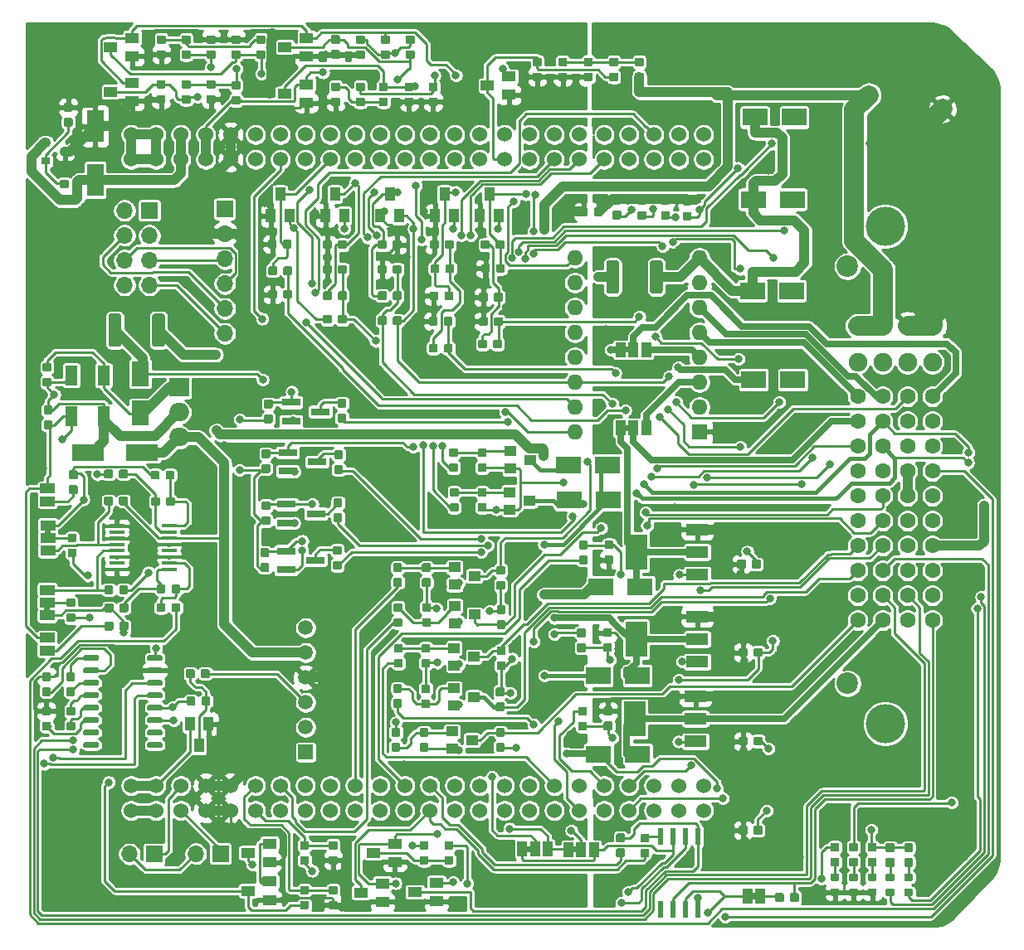
<source format=gtl>
G04 #@! TF.GenerationSoftware,KiCad,Pcbnew,5.1.6-c6e7f7d~86~ubuntu18.04.1*
G04 #@! TF.CreationDate,2020-07-03T23:55:57+02:00*
G04 #@! TF.ProjectId,Speeduino_base,53706565-6475-4696-9e6f-5f626173652e,rev?*
G04 #@! TF.SameCoordinates,Original*
G04 #@! TF.FileFunction,Copper,L1,Top*
G04 #@! TF.FilePolarity,Positive*
%FSLAX46Y46*%
G04 Gerber Fmt 4.6, Leading zero omitted, Abs format (unit mm)*
G04 Created by KiCad (PCBNEW 5.1.6-c6e7f7d~86~ubuntu18.04.1) date 2020-07-03 23:55:57*
%MOMM*%
%LPD*%
G01*
G04 APERTURE LIST*
G04 #@! TA.AperFunction,EtchedComponent*
%ADD10C,0.100000*%
G04 #@! TD*
G04 #@! TA.AperFunction,ComponentPad*
%ADD11O,2.000000X1.905000*%
G04 #@! TD*
G04 #@! TA.AperFunction,ComponentPad*
%ADD12R,2.000000X1.905000*%
G04 #@! TD*
G04 #@! TA.AperFunction,SMDPad,CuDef*
%ADD13R,3.300000X1.700000*%
G04 #@! TD*
G04 #@! TA.AperFunction,SMDPad,CuDef*
%ADD14R,2.500000X1.800000*%
G04 #@! TD*
G04 #@! TA.AperFunction,SMDPad,CuDef*
%ADD15R,1.800000X2.500000*%
G04 #@! TD*
G04 #@! TA.AperFunction,SMDPad,CuDef*
%ADD16R,0.550000X1.750000*%
G04 #@! TD*
G04 #@! TA.AperFunction,ComponentPad*
%ADD17C,1.508000*%
G04 #@! TD*
G04 #@! TA.AperFunction,ComponentPad*
%ADD18R,1.508000X1.508000*%
G04 #@! TD*
G04 #@! TA.AperFunction,SMDPad,CuDef*
%ADD19R,0.900000X0.800000*%
G04 #@! TD*
G04 #@! TA.AperFunction,SMDPad,CuDef*
%ADD20R,1.000000X1.500000*%
G04 #@! TD*
G04 #@! TA.AperFunction,SMDPad,CuDef*
%ADD21R,2.200000X3.600000*%
G04 #@! TD*
G04 #@! TA.AperFunction,SMDPad,CuDef*
%ADD22R,2.235200X1.219200*%
G04 #@! TD*
G04 #@! TA.AperFunction,SMDPad,CuDef*
%ADD23R,1.900000X0.800000*%
G04 #@! TD*
G04 #@! TA.AperFunction,ComponentPad*
%ADD24R,1.700000X1.700000*%
G04 #@! TD*
G04 #@! TA.AperFunction,ComponentPad*
%ADD25O,1.700000X1.700000*%
G04 #@! TD*
G04 #@! TA.AperFunction,ComponentPad*
%ADD26C,2.200000*%
G04 #@! TD*
G04 #@! TA.AperFunction,ComponentPad*
%ADD27C,4.000000*%
G04 #@! TD*
G04 #@! TA.AperFunction,ComponentPad*
%ADD28C,1.900000*%
G04 #@! TD*
G04 #@! TA.AperFunction,ComponentPad*
%ADD29C,1.600000*%
G04 #@! TD*
G04 #@! TA.AperFunction,ComponentPad*
%ADD30C,1.524000*%
G04 #@! TD*
G04 #@! TA.AperFunction,SMDPad,CuDef*
%ADD31R,1.000000X1.400000*%
G04 #@! TD*
G04 #@! TA.AperFunction,SMDPad,CuDef*
%ADD32R,1.400000X1.000000*%
G04 #@! TD*
G04 #@! TA.AperFunction,SMDPad,CuDef*
%ADD33R,1.700000X3.300000*%
G04 #@! TD*
G04 #@! TA.AperFunction,SMDPad,CuDef*
%ADD34R,1.600200X0.355600*%
G04 #@! TD*
G04 #@! TA.AperFunction,ComponentPad*
%ADD35O,1.600000X1.600000*%
G04 #@! TD*
G04 #@! TA.AperFunction,ComponentPad*
%ADD36R,1.600000X1.600000*%
G04 #@! TD*
G04 #@! TA.AperFunction,ComponentPad*
%ADD37C,1.800000*%
G04 #@! TD*
G04 #@! TA.AperFunction,SMDPad,CuDef*
%ADD38R,1.500000X1.000000*%
G04 #@! TD*
G04 #@! TA.AperFunction,SMDPad,CuDef*
%ADD39R,1.270000X2.032000*%
G04 #@! TD*
G04 #@! TA.AperFunction,SMDPad,CuDef*
%ADD40R,1.143000X1.016000*%
G04 #@! TD*
G04 #@! TA.AperFunction,ViaPad*
%ADD41C,0.800000*%
G04 #@! TD*
G04 #@! TA.AperFunction,Conductor*
%ADD42C,1.000000*%
G04 #@! TD*
G04 #@! TA.AperFunction,Conductor*
%ADD43C,0.250000*%
G04 #@! TD*
G04 #@! TA.AperFunction,Conductor*
%ADD44C,2.000000*%
G04 #@! TD*
G04 #@! TA.AperFunction,Conductor*
%ADD45C,0.450000*%
G04 #@! TD*
G04 #@! TA.AperFunction,Conductor*
%ADD46C,0.635000*%
G04 #@! TD*
G04 #@! TA.AperFunction,Conductor*
%ADD47C,0.254000*%
G04 #@! TD*
G04 APERTURE END LIST*
D10*
G36*
X188380000Y-106230000D02*
G01*
X188880000Y-106230000D01*
X188880000Y-106830000D01*
X188380000Y-106830000D01*
X188380000Y-106230000D01*
G37*
G36*
X116195000Y-77452000D02*
G01*
X116195000Y-76952000D01*
X116795000Y-76952000D01*
X116795000Y-77452000D01*
X116195000Y-77452000D01*
G37*
G36*
X116871200Y-69048000D02*
G01*
X116871200Y-69548000D01*
X116271200Y-69548000D01*
X116271200Y-69048000D01*
X116871200Y-69048000D01*
G37*
G36*
X165360000Y-101440000D02*
G01*
X165860000Y-101440000D01*
X165860000Y-102040000D01*
X165360000Y-102040000D01*
X165360000Y-101440000D01*
G37*
G36*
X170080000Y-101480000D02*
G01*
X170580000Y-101480000D01*
X170580000Y-102080000D01*
X170080000Y-102080000D01*
X170080000Y-101480000D01*
G37*
G36*
X175401000Y-50429000D02*
G01*
X175901000Y-50429000D01*
X175901000Y-51029000D01*
X175401000Y-51029000D01*
X175401000Y-50429000D01*
G37*
G36*
X175401000Y-58430000D02*
G01*
X175901000Y-58430000D01*
X175901000Y-59030000D01*
X175401000Y-59030000D01*
X175401000Y-58430000D01*
G37*
G04 #@! TA.AperFunction,SMDPad,CuDef*
G36*
G01*
X145335625Y-102425500D02*
X146002375Y-102425500D01*
G75*
G02*
X146113500Y-102536625I0J-111125D01*
G01*
X146113500Y-103203375D01*
G75*
G02*
X146002375Y-103314500I-111125J0D01*
G01*
X145335625Y-103314500D01*
G75*
G02*
X145224500Y-103203375I0J111125D01*
G01*
X145224500Y-102536625D01*
G75*
G02*
X145335625Y-102425500I111125J0D01*
G01*
G37*
G04 #@! TD.AperFunction*
G04 #@! TA.AperFunction,SMDPad,CuDef*
G36*
G01*
X145335625Y-100901500D02*
X146002375Y-100901500D01*
G75*
G02*
X146113500Y-101012625I0J-111125D01*
G01*
X146113500Y-101679375D01*
G75*
G02*
X146002375Y-101790500I-111125J0D01*
G01*
X145335625Y-101790500D01*
G75*
G02*
X145224500Y-101679375I0J111125D01*
G01*
X145224500Y-101012625D01*
G75*
G02*
X145335625Y-100901500I111125J0D01*
G01*
G37*
G04 #@! TD.AperFunction*
G04 #@! TA.AperFunction,SMDPad,CuDef*
G36*
G01*
X118828625Y-64564500D02*
X119495375Y-64564500D01*
G75*
G02*
X119606500Y-64675625I0J-111125D01*
G01*
X119606500Y-65342375D01*
G75*
G02*
X119495375Y-65453500I-111125J0D01*
G01*
X118828625Y-65453500D01*
G75*
G02*
X118717500Y-65342375I0J111125D01*
G01*
X118717500Y-64675625D01*
G75*
G02*
X118828625Y-64564500I111125J0D01*
G01*
G37*
G04 #@! TD.AperFunction*
G04 #@! TA.AperFunction,SMDPad,CuDef*
G36*
G01*
X118828625Y-63040500D02*
X119495375Y-63040500D01*
G75*
G02*
X119606500Y-63151625I0J-111125D01*
G01*
X119606500Y-63818375D01*
G75*
G02*
X119495375Y-63929500I-111125J0D01*
G01*
X118828625Y-63929500D01*
G75*
G02*
X118717500Y-63818375I0J111125D01*
G01*
X118717500Y-63151625D01*
G75*
G02*
X118828625Y-63040500I111125J0D01*
G01*
G37*
G04 #@! TD.AperFunction*
G04 #@! TA.AperFunction,SMDPad,CuDef*
G36*
G01*
X182123375Y-36002500D02*
X181456625Y-36002500D01*
G75*
G02*
X181345500Y-35891375I0J111125D01*
G01*
X181345500Y-35224625D01*
G75*
G02*
X181456625Y-35113500I111125J0D01*
G01*
X182123375Y-35113500D01*
G75*
G02*
X182234500Y-35224625I0J-111125D01*
G01*
X182234500Y-35891375D01*
G75*
G02*
X182123375Y-36002500I-111125J0D01*
G01*
G37*
G04 #@! TD.AperFunction*
G04 #@! TA.AperFunction,SMDPad,CuDef*
G36*
G01*
X182123375Y-37526500D02*
X181456625Y-37526500D01*
G75*
G02*
X181345500Y-37415375I0J111125D01*
G01*
X181345500Y-36748625D01*
G75*
G02*
X181456625Y-36637500I111125J0D01*
G01*
X182123375Y-36637500D01*
G75*
G02*
X182234500Y-36748625I0J-111125D01*
G01*
X182234500Y-37415375D01*
G75*
G02*
X182123375Y-37526500I-111125J0D01*
G01*
G37*
G04 #@! TD.AperFunction*
G04 #@! TA.AperFunction,SMDPad,CuDef*
G36*
G01*
X177523375Y-35917500D02*
X176856625Y-35917500D01*
G75*
G02*
X176745500Y-35806375I0J111125D01*
G01*
X176745500Y-35139625D01*
G75*
G02*
X176856625Y-35028500I111125J0D01*
G01*
X177523375Y-35028500D01*
G75*
G02*
X177634500Y-35139625I0J-111125D01*
G01*
X177634500Y-35806375D01*
G75*
G02*
X177523375Y-35917500I-111125J0D01*
G01*
G37*
G04 #@! TD.AperFunction*
G04 #@! TA.AperFunction,SMDPad,CuDef*
G36*
G01*
X177523375Y-37441500D02*
X176856625Y-37441500D01*
G75*
G02*
X176745500Y-37330375I0J111125D01*
G01*
X176745500Y-36663625D01*
G75*
G02*
X176856625Y-36552500I111125J0D01*
G01*
X177523375Y-36552500D01*
G75*
G02*
X177634500Y-36663625I0J-111125D01*
G01*
X177634500Y-37330375D01*
G75*
G02*
X177523375Y-37441500I-111125J0D01*
G01*
G37*
G04 #@! TD.AperFunction*
G04 #@! TA.AperFunction,SMDPad,CuDef*
G36*
G01*
X146908375Y-56634166D02*
X146241625Y-56634166D01*
G75*
G02*
X146130500Y-56523041I0J111125D01*
G01*
X146130500Y-55856291D01*
G75*
G02*
X146241625Y-55745166I111125J0D01*
G01*
X146908375Y-55745166D01*
G75*
G02*
X147019500Y-55856291I0J-111125D01*
G01*
X147019500Y-56523041D01*
G75*
G02*
X146908375Y-56634166I-111125J0D01*
G01*
G37*
G04 #@! TD.AperFunction*
G04 #@! TA.AperFunction,SMDPad,CuDef*
G36*
G01*
X146908375Y-58158166D02*
X146241625Y-58158166D01*
G75*
G02*
X146130500Y-58047041I0J111125D01*
G01*
X146130500Y-57380291D01*
G75*
G02*
X146241625Y-57269166I111125J0D01*
G01*
X146908375Y-57269166D01*
G75*
G02*
X147019500Y-57380291I0J-111125D01*
G01*
X147019500Y-58047041D01*
G75*
G02*
X146908375Y-58158166I-111125J0D01*
G01*
G37*
G04 #@! TD.AperFunction*
G04 #@! TA.AperFunction,SMDPad,CuDef*
G36*
G01*
X146498375Y-66800832D02*
X145831625Y-66800832D01*
G75*
G02*
X145720500Y-66689707I0J111125D01*
G01*
X145720500Y-66022957D01*
G75*
G02*
X145831625Y-65911832I111125J0D01*
G01*
X146498375Y-65911832D01*
G75*
G02*
X146609500Y-66022957I0J-111125D01*
G01*
X146609500Y-66689707D01*
G75*
G02*
X146498375Y-66800832I-111125J0D01*
G01*
G37*
G04 #@! TD.AperFunction*
G04 #@! TA.AperFunction,SMDPad,CuDef*
G36*
G01*
X146498375Y-68324832D02*
X145831625Y-68324832D01*
G75*
G02*
X145720500Y-68213707I0J111125D01*
G01*
X145720500Y-67546957D01*
G75*
G02*
X145831625Y-67435832I111125J0D01*
G01*
X146498375Y-67435832D01*
G75*
G02*
X146609500Y-67546957I0J-111125D01*
G01*
X146609500Y-68213707D01*
G75*
G02*
X146498375Y-68324832I-111125J0D01*
G01*
G37*
G04 #@! TD.AperFunction*
G04 #@! TA.AperFunction,SMDPad,CuDef*
G36*
G01*
X139403375Y-56707500D02*
X138736625Y-56707500D01*
G75*
G02*
X138625500Y-56596375I0J111125D01*
G01*
X138625500Y-55929625D01*
G75*
G02*
X138736625Y-55818500I111125J0D01*
G01*
X139403375Y-55818500D01*
G75*
G02*
X139514500Y-55929625I0J-111125D01*
G01*
X139514500Y-56596375D01*
G75*
G02*
X139403375Y-56707500I-111125J0D01*
G01*
G37*
G04 #@! TD.AperFunction*
G04 #@! TA.AperFunction,SMDPad,CuDef*
G36*
G01*
X139403375Y-58231500D02*
X138736625Y-58231500D01*
G75*
G02*
X138625500Y-58120375I0J111125D01*
G01*
X138625500Y-57453625D01*
G75*
G02*
X138736625Y-57342500I111125J0D01*
G01*
X139403375Y-57342500D01*
G75*
G02*
X139514500Y-57453625I0J-111125D01*
G01*
X139514500Y-58120375D01*
G75*
G02*
X139403375Y-58231500I-111125J0D01*
G01*
G37*
G04 #@! TD.AperFunction*
G04 #@! TA.AperFunction,SMDPad,CuDef*
G36*
G01*
X139168375Y-67097500D02*
X138501625Y-67097500D01*
G75*
G02*
X138390500Y-66986375I0J111125D01*
G01*
X138390500Y-66319625D01*
G75*
G02*
X138501625Y-66208500I111125J0D01*
G01*
X139168375Y-66208500D01*
G75*
G02*
X139279500Y-66319625I0J-111125D01*
G01*
X139279500Y-66986375D01*
G75*
G02*
X139168375Y-67097500I-111125J0D01*
G01*
G37*
G04 #@! TD.AperFunction*
G04 #@! TA.AperFunction,SMDPad,CuDef*
G36*
G01*
X139168375Y-68621500D02*
X138501625Y-68621500D01*
G75*
G02*
X138390500Y-68510375I0J111125D01*
G01*
X138390500Y-67843625D01*
G75*
G02*
X138501625Y-67732500I111125J0D01*
G01*
X139168375Y-67732500D01*
G75*
G02*
X139279500Y-67843625I0J-111125D01*
G01*
X139279500Y-68510375D01*
G75*
G02*
X139168375Y-68621500I-111125J0D01*
G01*
G37*
G04 #@! TD.AperFunction*
G04 #@! TA.AperFunction,SMDPad,CuDef*
G36*
G01*
X179903375Y-35922500D02*
X179236625Y-35922500D01*
G75*
G02*
X179125500Y-35811375I0J111125D01*
G01*
X179125500Y-35144625D01*
G75*
G02*
X179236625Y-35033500I111125J0D01*
G01*
X179903375Y-35033500D01*
G75*
G02*
X180014500Y-35144625I0J-111125D01*
G01*
X180014500Y-35811375D01*
G75*
G02*
X179903375Y-35922500I-111125J0D01*
G01*
G37*
G04 #@! TD.AperFunction*
G04 #@! TA.AperFunction,SMDPad,CuDef*
G36*
G01*
X179903375Y-37446500D02*
X179236625Y-37446500D01*
G75*
G02*
X179125500Y-37335375I0J111125D01*
G01*
X179125500Y-36668625D01*
G75*
G02*
X179236625Y-36557500I111125J0D01*
G01*
X179903375Y-36557500D01*
G75*
G02*
X180014500Y-36668625I0J-111125D01*
G01*
X180014500Y-37335375D01*
G75*
G02*
X179903375Y-37446500I-111125J0D01*
G01*
G37*
G04 #@! TD.AperFunction*
G04 #@! TA.AperFunction,SMDPad,CuDef*
G36*
G01*
X174953375Y-35877500D02*
X174286625Y-35877500D01*
G75*
G02*
X174175500Y-35766375I0J111125D01*
G01*
X174175500Y-35099625D01*
G75*
G02*
X174286625Y-34988500I111125J0D01*
G01*
X174953375Y-34988500D01*
G75*
G02*
X175064500Y-35099625I0J-111125D01*
G01*
X175064500Y-35766375D01*
G75*
G02*
X174953375Y-35877500I-111125J0D01*
G01*
G37*
G04 #@! TD.AperFunction*
G04 #@! TA.AperFunction,SMDPad,CuDef*
G36*
G01*
X174953375Y-37401500D02*
X174286625Y-37401500D01*
G75*
G02*
X174175500Y-37290375I0J111125D01*
G01*
X174175500Y-36623625D01*
G75*
G02*
X174286625Y-36512500I111125J0D01*
G01*
X174953375Y-36512500D01*
G75*
G02*
X175064500Y-36623625I0J-111125D01*
G01*
X175064500Y-37290375D01*
G75*
G02*
X174953375Y-37401500I-111125J0D01*
G01*
G37*
G04 #@! TD.AperFunction*
G04 #@! TA.AperFunction,SMDPad,CuDef*
G36*
G01*
X146568375Y-61887500D02*
X145901625Y-61887500D01*
G75*
G02*
X145790500Y-61776375I0J111125D01*
G01*
X145790500Y-61109625D01*
G75*
G02*
X145901625Y-60998500I111125J0D01*
G01*
X146568375Y-60998500D01*
G75*
G02*
X146679500Y-61109625I0J-111125D01*
G01*
X146679500Y-61776375D01*
G75*
G02*
X146568375Y-61887500I-111125J0D01*
G01*
G37*
G04 #@! TD.AperFunction*
G04 #@! TA.AperFunction,SMDPad,CuDef*
G36*
G01*
X146568375Y-63411500D02*
X145901625Y-63411500D01*
G75*
G02*
X145790500Y-63300375I0J111125D01*
G01*
X145790500Y-62633625D01*
G75*
G02*
X145901625Y-62522500I111125J0D01*
G01*
X146568375Y-62522500D01*
G75*
G02*
X146679500Y-62633625I0J-111125D01*
G01*
X146679500Y-63300375D01*
G75*
G02*
X146568375Y-63411500I-111125J0D01*
G01*
G37*
G04 #@! TD.AperFunction*
G04 #@! TA.AperFunction,SMDPad,CuDef*
G36*
G01*
X146428375Y-71667500D02*
X145761625Y-71667500D01*
G75*
G02*
X145650500Y-71556375I0J111125D01*
G01*
X145650500Y-70889625D01*
G75*
G02*
X145761625Y-70778500I111125J0D01*
G01*
X146428375Y-70778500D01*
G75*
G02*
X146539500Y-70889625I0J-111125D01*
G01*
X146539500Y-71556375D01*
G75*
G02*
X146428375Y-71667500I-111125J0D01*
G01*
G37*
G04 #@! TD.AperFunction*
G04 #@! TA.AperFunction,SMDPad,CuDef*
G36*
G01*
X146428375Y-73191500D02*
X145761625Y-73191500D01*
G75*
G02*
X145650500Y-73080375I0J111125D01*
G01*
X145650500Y-72413625D01*
G75*
G02*
X145761625Y-72302500I111125J0D01*
G01*
X146428375Y-72302500D01*
G75*
G02*
X146539500Y-72413625I0J-111125D01*
G01*
X146539500Y-73080375D01*
G75*
G02*
X146428375Y-73191500I-111125J0D01*
G01*
G37*
G04 #@! TD.AperFunction*
G04 #@! TA.AperFunction,SMDPad,CuDef*
G36*
G01*
X139138375Y-61787500D02*
X138471625Y-61787500D01*
G75*
G02*
X138360500Y-61676375I0J111125D01*
G01*
X138360500Y-61009625D01*
G75*
G02*
X138471625Y-60898500I111125J0D01*
G01*
X139138375Y-60898500D01*
G75*
G02*
X139249500Y-61009625I0J-111125D01*
G01*
X139249500Y-61676375D01*
G75*
G02*
X139138375Y-61787500I-111125J0D01*
G01*
G37*
G04 #@! TD.AperFunction*
G04 #@! TA.AperFunction,SMDPad,CuDef*
G36*
G01*
X139138375Y-63311500D02*
X138471625Y-63311500D01*
G75*
G02*
X138360500Y-63200375I0J111125D01*
G01*
X138360500Y-62533625D01*
G75*
G02*
X138471625Y-62422500I111125J0D01*
G01*
X139138375Y-62422500D01*
G75*
G02*
X139249500Y-62533625I0J-111125D01*
G01*
X139249500Y-63200375D01*
G75*
G02*
X139138375Y-63311500I-111125J0D01*
G01*
G37*
G04 #@! TD.AperFunction*
G04 #@! TA.AperFunction,SMDPad,CuDef*
G36*
G01*
X139048375Y-71887500D02*
X138381625Y-71887500D01*
G75*
G02*
X138270500Y-71776375I0J111125D01*
G01*
X138270500Y-71109625D01*
G75*
G02*
X138381625Y-70998500I111125J0D01*
G01*
X139048375Y-70998500D01*
G75*
G02*
X139159500Y-71109625I0J-111125D01*
G01*
X139159500Y-71776375D01*
G75*
G02*
X139048375Y-71887500I-111125J0D01*
G01*
G37*
G04 #@! TD.AperFunction*
G04 #@! TA.AperFunction,SMDPad,CuDef*
G36*
G01*
X139048375Y-73411500D02*
X138381625Y-73411500D01*
G75*
G02*
X138270500Y-73300375I0J111125D01*
G01*
X138270500Y-72633625D01*
G75*
G02*
X138381625Y-72522500I111125J0D01*
G01*
X139048375Y-72522500D01*
G75*
G02*
X139159500Y-72633625I0J-111125D01*
G01*
X139159500Y-73300375D01*
G75*
G02*
X139048375Y-73411500I-111125J0D01*
G01*
G37*
G04 #@! TD.AperFunction*
G04 #@! TA.AperFunction,SMDPad,CuDef*
G36*
G01*
X118593375Y-34247500D02*
X117926625Y-34247500D01*
G75*
G02*
X117815500Y-34136375I0J111125D01*
G01*
X117815500Y-33469625D01*
G75*
G02*
X117926625Y-33358500I111125J0D01*
G01*
X118593375Y-33358500D01*
G75*
G02*
X118704500Y-33469625I0J-111125D01*
G01*
X118704500Y-34136375D01*
G75*
G02*
X118593375Y-34247500I-111125J0D01*
G01*
G37*
G04 #@! TD.AperFunction*
G04 #@! TA.AperFunction,SMDPad,CuDef*
G36*
G01*
X118593375Y-35771500D02*
X117926625Y-35771500D01*
G75*
G02*
X117815500Y-35660375I0J111125D01*
G01*
X117815500Y-34993625D01*
G75*
G02*
X117926625Y-34882500I111125J0D01*
G01*
X118593375Y-34882500D01*
G75*
G02*
X118704500Y-34993625I0J-111125D01*
G01*
X118704500Y-35660375D01*
G75*
G02*
X118593375Y-35771500I-111125J0D01*
G01*
G37*
G04 #@! TD.AperFunction*
G04 #@! TA.AperFunction,SMDPad,CuDef*
G36*
G01*
X118983375Y-26417500D02*
X118316625Y-26417500D01*
G75*
G02*
X118205500Y-26306375I0J111125D01*
G01*
X118205500Y-25639625D01*
G75*
G02*
X118316625Y-25528500I111125J0D01*
G01*
X118983375Y-25528500D01*
G75*
G02*
X119094500Y-25639625I0J-111125D01*
G01*
X119094500Y-26306375D01*
G75*
G02*
X118983375Y-26417500I-111125J0D01*
G01*
G37*
G04 #@! TD.AperFunction*
G04 #@! TA.AperFunction,SMDPad,CuDef*
G36*
G01*
X118983375Y-27941500D02*
X118316625Y-27941500D01*
G75*
G02*
X118205500Y-27830375I0J111125D01*
G01*
X118205500Y-27163625D01*
G75*
G02*
X118316625Y-27052500I111125J0D01*
G01*
X118983375Y-27052500D01*
G75*
G02*
X119094500Y-27163625I0J-111125D01*
G01*
X119094500Y-27830375D01*
G75*
G02*
X118983375Y-27941500I-111125J0D01*
G01*
G37*
G04 #@! TD.AperFunction*
G04 #@! TA.AperFunction,SMDPad,CuDef*
G36*
G01*
X172292500Y-36963375D02*
X172292500Y-36296625D01*
G75*
G02*
X172403625Y-36185500I111125J0D01*
G01*
X173070375Y-36185500D01*
G75*
G02*
X173181500Y-36296625I0J-111125D01*
G01*
X173181500Y-36963375D01*
G75*
G02*
X173070375Y-37074500I-111125J0D01*
G01*
X172403625Y-37074500D01*
G75*
G02*
X172292500Y-36963375I0J111125D01*
G01*
G37*
G04 #@! TD.AperFunction*
G04 #@! TA.AperFunction,SMDPad,CuDef*
G36*
G01*
X170768500Y-36963375D02*
X170768500Y-36296625D01*
G75*
G02*
X170879625Y-36185500I111125J0D01*
G01*
X171546375Y-36185500D01*
G75*
G02*
X171657500Y-36296625I0J-111125D01*
G01*
X171657500Y-36963375D01*
G75*
G02*
X171546375Y-37074500I-111125J0D01*
G01*
X170879625Y-37074500D01*
G75*
G02*
X170768500Y-36963375I0J111125D01*
G01*
G37*
G04 #@! TD.AperFunction*
G04 #@! TA.AperFunction,SMDPad,CuDef*
G36*
G01*
X145335625Y-107011500D02*
X146002375Y-107011500D01*
G75*
G02*
X146113500Y-107122625I0J-111125D01*
G01*
X146113500Y-107789375D01*
G75*
G02*
X146002375Y-107900500I-111125J0D01*
G01*
X145335625Y-107900500D01*
G75*
G02*
X145224500Y-107789375I0J111125D01*
G01*
X145224500Y-107122625D01*
G75*
G02*
X145335625Y-107011500I111125J0D01*
G01*
G37*
G04 #@! TD.AperFunction*
G04 #@! TA.AperFunction,SMDPad,CuDef*
G36*
G01*
X145335625Y-105487500D02*
X146002375Y-105487500D01*
G75*
G02*
X146113500Y-105598625I0J-111125D01*
G01*
X146113500Y-106265375D01*
G75*
G02*
X146002375Y-106376500I-111125J0D01*
G01*
X145335625Y-106376500D01*
G75*
G02*
X145224500Y-106265375I0J111125D01*
G01*
X145224500Y-105598625D01*
G75*
G02*
X145335625Y-105487500I111125J0D01*
G01*
G37*
G04 #@! TD.AperFunction*
D11*
X129950000Y-59655000D03*
X129950000Y-57115000D03*
D12*
X129950000Y-54575000D03*
D13*
X120650000Y-61214000D03*
X126150000Y-61214000D03*
D14*
X177006000Y-74920000D03*
X173006000Y-74920000D03*
X176720000Y-84025000D03*
X172720000Y-84025000D03*
X176752000Y-92050000D03*
X172752000Y-92050000D03*
X169704000Y-62484000D03*
X173704000Y-62484000D03*
X169736000Y-66040000D03*
X173736000Y-66040000D03*
D15*
X125984000Y-53204000D03*
X125984000Y-57204000D03*
G04 #@! TA.AperFunction,SMDPad,CuDef*
G36*
G01*
X118576625Y-88735000D02*
X119243375Y-88735000D01*
G75*
G02*
X119354500Y-88846125I0J-111125D01*
G01*
X119354500Y-89512875D01*
G75*
G02*
X119243375Y-89624000I-111125J0D01*
G01*
X118576625Y-89624000D01*
G75*
G02*
X118465500Y-89512875I0J111125D01*
G01*
X118465500Y-88846125D01*
G75*
G02*
X118576625Y-88735000I111125J0D01*
G01*
G37*
G04 #@! TD.AperFunction*
G04 #@! TA.AperFunction,SMDPad,CuDef*
G36*
G01*
X118576625Y-87211000D02*
X119243375Y-87211000D01*
G75*
G02*
X119354500Y-87322125I0J-111125D01*
G01*
X119354500Y-87988875D01*
G75*
G02*
X119243375Y-88100000I-111125J0D01*
G01*
X118576625Y-88100000D01*
G75*
G02*
X118465500Y-87988875I0J111125D01*
G01*
X118465500Y-87322125D01*
G75*
G02*
X118576625Y-87211000I111125J0D01*
G01*
G37*
G04 #@! TD.AperFunction*
G04 #@! TA.AperFunction,SMDPad,CuDef*
G36*
G01*
X118556625Y-85205000D02*
X119223375Y-85205000D01*
G75*
G02*
X119334500Y-85316125I0J-111125D01*
G01*
X119334500Y-85982875D01*
G75*
G02*
X119223375Y-86094000I-111125J0D01*
G01*
X118556625Y-86094000D01*
G75*
G02*
X118445500Y-85982875I0J111125D01*
G01*
X118445500Y-85316125D01*
G75*
G02*
X118556625Y-85205000I111125J0D01*
G01*
G37*
G04 #@! TD.AperFunction*
G04 #@! TA.AperFunction,SMDPad,CuDef*
G36*
G01*
X118556625Y-83681000D02*
X119223375Y-83681000D01*
G75*
G02*
X119334500Y-83792125I0J-111125D01*
G01*
X119334500Y-84458875D01*
G75*
G02*
X119223375Y-84570000I-111125J0D01*
G01*
X118556625Y-84570000D01*
G75*
G02*
X118445500Y-84458875I0J111125D01*
G01*
X118445500Y-83792125D01*
G75*
G02*
X118556625Y-83681000I111125J0D01*
G01*
G37*
G04 #@! TD.AperFunction*
G04 #@! TA.AperFunction,SMDPad,CuDef*
G36*
G01*
X116773375Y-84570000D02*
X116106625Y-84570000D01*
G75*
G02*
X115995500Y-84458875I0J111125D01*
G01*
X115995500Y-83792125D01*
G75*
G02*
X116106625Y-83681000I111125J0D01*
G01*
X116773375Y-83681000D01*
G75*
G02*
X116884500Y-83792125I0J-111125D01*
G01*
X116884500Y-84458875D01*
G75*
G02*
X116773375Y-84570000I-111125J0D01*
G01*
G37*
G04 #@! TD.AperFunction*
G04 #@! TA.AperFunction,SMDPad,CuDef*
G36*
G01*
X116773375Y-86094000D02*
X116106625Y-86094000D01*
G75*
G02*
X115995500Y-85982875I0J111125D01*
G01*
X115995500Y-85316125D01*
G75*
G02*
X116106625Y-85205000I111125J0D01*
G01*
X116773375Y-85205000D01*
G75*
G02*
X116884500Y-85316125I0J-111125D01*
G01*
X116884500Y-85982875D01*
G75*
G02*
X116773375Y-86094000I-111125J0D01*
G01*
G37*
G04 #@! TD.AperFunction*
G04 #@! TA.AperFunction,SMDPad,CuDef*
G36*
G01*
X116743375Y-88080000D02*
X116076625Y-88080000D01*
G75*
G02*
X115965500Y-87968875I0J111125D01*
G01*
X115965500Y-87302125D01*
G75*
G02*
X116076625Y-87191000I111125J0D01*
G01*
X116743375Y-87191000D01*
G75*
G02*
X116854500Y-87302125I0J-111125D01*
G01*
X116854500Y-87968875D01*
G75*
G02*
X116743375Y-88080000I-111125J0D01*
G01*
G37*
G04 #@! TD.AperFunction*
G04 #@! TA.AperFunction,SMDPad,CuDef*
G36*
G01*
X116743375Y-89604000D02*
X116076625Y-89604000D01*
G75*
G02*
X115965500Y-89492875I0J111125D01*
G01*
X115965500Y-88826125D01*
G75*
G02*
X116076625Y-88715000I111125J0D01*
G01*
X116743375Y-88715000D01*
G75*
G02*
X116854500Y-88826125I0J-111125D01*
G01*
X116854500Y-89492875D01*
G75*
G02*
X116743375Y-89604000I-111125J0D01*
G01*
G37*
G04 #@! TD.AperFunction*
G04 #@! TA.AperFunction,SMDPad,CuDef*
G36*
G01*
X175313375Y-101020500D02*
X174646625Y-101020500D01*
G75*
G02*
X174535500Y-100909375I0J111125D01*
G01*
X174535500Y-100242625D01*
G75*
G02*
X174646625Y-100131500I111125J0D01*
G01*
X175313375Y-100131500D01*
G75*
G02*
X175424500Y-100242625I0J-111125D01*
G01*
X175424500Y-100909375D01*
G75*
G02*
X175313375Y-101020500I-111125J0D01*
G01*
G37*
G04 #@! TD.AperFunction*
G04 #@! TA.AperFunction,SMDPad,CuDef*
G36*
G01*
X175313375Y-102544500D02*
X174646625Y-102544500D01*
G75*
G02*
X174535500Y-102433375I0J111125D01*
G01*
X174535500Y-101766625D01*
G75*
G02*
X174646625Y-101655500I111125J0D01*
G01*
X175313375Y-101655500D01*
G75*
G02*
X175424500Y-101766625I0J-111125D01*
G01*
X175424500Y-102433375D01*
G75*
G02*
X175313375Y-102544500I-111125J0D01*
G01*
G37*
G04 #@! TD.AperFunction*
G04 #@! TA.AperFunction,SMDPad,CuDef*
G36*
G01*
X126678000Y-82345500D02*
X126678000Y-82070500D01*
G75*
G02*
X126815500Y-81933000I137500J0D01*
G01*
X128140500Y-81933000D01*
G75*
G02*
X128278000Y-82070500I0J-137500D01*
G01*
X128278000Y-82345500D01*
G75*
G02*
X128140500Y-82483000I-137500J0D01*
G01*
X126815500Y-82483000D01*
G75*
G02*
X126678000Y-82345500I0J137500D01*
G01*
G37*
G04 #@! TD.AperFunction*
G04 #@! TA.AperFunction,SMDPad,CuDef*
G36*
G01*
X126678000Y-83615500D02*
X126678000Y-83340500D01*
G75*
G02*
X126815500Y-83203000I137500J0D01*
G01*
X128140500Y-83203000D01*
G75*
G02*
X128278000Y-83340500I0J-137500D01*
G01*
X128278000Y-83615500D01*
G75*
G02*
X128140500Y-83753000I-137500J0D01*
G01*
X126815500Y-83753000D01*
G75*
G02*
X126678000Y-83615500I0J137500D01*
G01*
G37*
G04 #@! TD.AperFunction*
G04 #@! TA.AperFunction,SMDPad,CuDef*
G36*
G01*
X126678000Y-84885500D02*
X126678000Y-84610500D01*
G75*
G02*
X126815500Y-84473000I137500J0D01*
G01*
X128140500Y-84473000D01*
G75*
G02*
X128278000Y-84610500I0J-137500D01*
G01*
X128278000Y-84885500D01*
G75*
G02*
X128140500Y-85023000I-137500J0D01*
G01*
X126815500Y-85023000D01*
G75*
G02*
X126678000Y-84885500I0J137500D01*
G01*
G37*
G04 #@! TD.AperFunction*
G04 #@! TA.AperFunction,SMDPad,CuDef*
G36*
G01*
X126678000Y-86155500D02*
X126678000Y-85880500D01*
G75*
G02*
X126815500Y-85743000I137500J0D01*
G01*
X128140500Y-85743000D01*
G75*
G02*
X128278000Y-85880500I0J-137500D01*
G01*
X128278000Y-86155500D01*
G75*
G02*
X128140500Y-86293000I-137500J0D01*
G01*
X126815500Y-86293000D01*
G75*
G02*
X126678000Y-86155500I0J137500D01*
G01*
G37*
G04 #@! TD.AperFunction*
G04 #@! TA.AperFunction,SMDPad,CuDef*
G36*
G01*
X126678000Y-87425500D02*
X126678000Y-87150500D01*
G75*
G02*
X126815500Y-87013000I137500J0D01*
G01*
X128140500Y-87013000D01*
G75*
G02*
X128278000Y-87150500I0J-137500D01*
G01*
X128278000Y-87425500D01*
G75*
G02*
X128140500Y-87563000I-137500J0D01*
G01*
X126815500Y-87563000D01*
G75*
G02*
X126678000Y-87425500I0J137500D01*
G01*
G37*
G04 #@! TD.AperFunction*
G04 #@! TA.AperFunction,SMDPad,CuDef*
G36*
G01*
X126678000Y-88695500D02*
X126678000Y-88420500D01*
G75*
G02*
X126815500Y-88283000I137500J0D01*
G01*
X128140500Y-88283000D01*
G75*
G02*
X128278000Y-88420500I0J-137500D01*
G01*
X128278000Y-88695500D01*
G75*
G02*
X128140500Y-88833000I-137500J0D01*
G01*
X126815500Y-88833000D01*
G75*
G02*
X126678000Y-88695500I0J137500D01*
G01*
G37*
G04 #@! TD.AperFunction*
G04 #@! TA.AperFunction,SMDPad,CuDef*
G36*
G01*
X126678000Y-89965500D02*
X126678000Y-89690500D01*
G75*
G02*
X126815500Y-89553000I137500J0D01*
G01*
X128140500Y-89553000D01*
G75*
G02*
X128278000Y-89690500I0J-137500D01*
G01*
X128278000Y-89965500D01*
G75*
G02*
X128140500Y-90103000I-137500J0D01*
G01*
X126815500Y-90103000D01*
G75*
G02*
X126678000Y-89965500I0J137500D01*
G01*
G37*
G04 #@! TD.AperFunction*
G04 #@! TA.AperFunction,SMDPad,CuDef*
G36*
G01*
X126678000Y-91235500D02*
X126678000Y-90960500D01*
G75*
G02*
X126815500Y-90823000I137500J0D01*
G01*
X128140500Y-90823000D01*
G75*
G02*
X128278000Y-90960500I0J-137500D01*
G01*
X128278000Y-91235500D01*
G75*
G02*
X128140500Y-91373000I-137500J0D01*
G01*
X126815500Y-91373000D01*
G75*
G02*
X126678000Y-91235500I0J137500D01*
G01*
G37*
G04 #@! TD.AperFunction*
G04 #@! TA.AperFunction,SMDPad,CuDef*
G36*
G01*
X120178000Y-91235500D02*
X120178000Y-90960500D01*
G75*
G02*
X120315500Y-90823000I137500J0D01*
G01*
X121640500Y-90823000D01*
G75*
G02*
X121778000Y-90960500I0J-137500D01*
G01*
X121778000Y-91235500D01*
G75*
G02*
X121640500Y-91373000I-137500J0D01*
G01*
X120315500Y-91373000D01*
G75*
G02*
X120178000Y-91235500I0J137500D01*
G01*
G37*
G04 #@! TD.AperFunction*
G04 #@! TA.AperFunction,SMDPad,CuDef*
G36*
G01*
X120178000Y-89965500D02*
X120178000Y-89690500D01*
G75*
G02*
X120315500Y-89553000I137500J0D01*
G01*
X121640500Y-89553000D01*
G75*
G02*
X121778000Y-89690500I0J-137500D01*
G01*
X121778000Y-89965500D01*
G75*
G02*
X121640500Y-90103000I-137500J0D01*
G01*
X120315500Y-90103000D01*
G75*
G02*
X120178000Y-89965500I0J137500D01*
G01*
G37*
G04 #@! TD.AperFunction*
G04 #@! TA.AperFunction,SMDPad,CuDef*
G36*
G01*
X120178000Y-88695500D02*
X120178000Y-88420500D01*
G75*
G02*
X120315500Y-88283000I137500J0D01*
G01*
X121640500Y-88283000D01*
G75*
G02*
X121778000Y-88420500I0J-137500D01*
G01*
X121778000Y-88695500D01*
G75*
G02*
X121640500Y-88833000I-137500J0D01*
G01*
X120315500Y-88833000D01*
G75*
G02*
X120178000Y-88695500I0J137500D01*
G01*
G37*
G04 #@! TD.AperFunction*
G04 #@! TA.AperFunction,SMDPad,CuDef*
G36*
G01*
X120178000Y-87425500D02*
X120178000Y-87150500D01*
G75*
G02*
X120315500Y-87013000I137500J0D01*
G01*
X121640500Y-87013000D01*
G75*
G02*
X121778000Y-87150500I0J-137500D01*
G01*
X121778000Y-87425500D01*
G75*
G02*
X121640500Y-87563000I-137500J0D01*
G01*
X120315500Y-87563000D01*
G75*
G02*
X120178000Y-87425500I0J137500D01*
G01*
G37*
G04 #@! TD.AperFunction*
G04 #@! TA.AperFunction,SMDPad,CuDef*
G36*
G01*
X120178000Y-86155500D02*
X120178000Y-85880500D01*
G75*
G02*
X120315500Y-85743000I137500J0D01*
G01*
X121640500Y-85743000D01*
G75*
G02*
X121778000Y-85880500I0J-137500D01*
G01*
X121778000Y-86155500D01*
G75*
G02*
X121640500Y-86293000I-137500J0D01*
G01*
X120315500Y-86293000D01*
G75*
G02*
X120178000Y-86155500I0J137500D01*
G01*
G37*
G04 #@! TD.AperFunction*
G04 #@! TA.AperFunction,SMDPad,CuDef*
G36*
G01*
X120178000Y-84885500D02*
X120178000Y-84610500D01*
G75*
G02*
X120315500Y-84473000I137500J0D01*
G01*
X121640500Y-84473000D01*
G75*
G02*
X121778000Y-84610500I0J-137500D01*
G01*
X121778000Y-84885500D01*
G75*
G02*
X121640500Y-85023000I-137500J0D01*
G01*
X120315500Y-85023000D01*
G75*
G02*
X120178000Y-84885500I0J137500D01*
G01*
G37*
G04 #@! TD.AperFunction*
G04 #@! TA.AperFunction,SMDPad,CuDef*
G36*
G01*
X120178000Y-83615500D02*
X120178000Y-83340500D01*
G75*
G02*
X120315500Y-83203000I137500J0D01*
G01*
X121640500Y-83203000D01*
G75*
G02*
X121778000Y-83340500I0J-137500D01*
G01*
X121778000Y-83615500D01*
G75*
G02*
X121640500Y-83753000I-137500J0D01*
G01*
X120315500Y-83753000D01*
G75*
G02*
X120178000Y-83615500I0J137500D01*
G01*
G37*
G04 #@! TD.AperFunction*
G04 #@! TA.AperFunction,SMDPad,CuDef*
G36*
G01*
X120178000Y-82345500D02*
X120178000Y-82070500D01*
G75*
G02*
X120315500Y-81933000I137500J0D01*
G01*
X121640500Y-81933000D01*
G75*
G02*
X121778000Y-82070500I0J-137500D01*
G01*
X121778000Y-82345500D01*
G75*
G02*
X121640500Y-82483000I-137500J0D01*
G01*
X120315500Y-82483000D01*
G75*
G02*
X120178000Y-82345500I0J137500D01*
G01*
G37*
G04 #@! TD.AperFunction*
D16*
X182885000Y-107870000D03*
X181615000Y-107870000D03*
X180345000Y-107870000D03*
X179075000Y-107870000D03*
X179075000Y-100470000D03*
X180345000Y-100470000D03*
X181615000Y-100470000D03*
X182885000Y-100470000D03*
D17*
X142875000Y-79121000D03*
X142875000Y-81661000D03*
X142875000Y-84201000D03*
X142875000Y-86741000D03*
D18*
X142875000Y-91821000D03*
D17*
X142875000Y-89281000D03*
G04 #@! TA.AperFunction,SMDPad,CuDef*
G36*
G01*
X161354500Y-49816625D02*
X161354500Y-50483375D01*
G75*
G02*
X161243375Y-50594500I-111125J0D01*
G01*
X160576625Y-50594500D01*
G75*
G02*
X160465500Y-50483375I0J111125D01*
G01*
X160465500Y-49816625D01*
G75*
G02*
X160576625Y-49705500I111125J0D01*
G01*
X161243375Y-49705500D01*
G75*
G02*
X161354500Y-49816625I0J-111125D01*
G01*
G37*
G04 #@! TD.AperFunction*
G04 #@! TA.AperFunction,SMDPad,CuDef*
G36*
G01*
X162878500Y-49816625D02*
X162878500Y-50483375D01*
G75*
G02*
X162767375Y-50594500I-111125J0D01*
G01*
X162100625Y-50594500D01*
G75*
G02*
X161989500Y-50483375I0J111125D01*
G01*
X161989500Y-49816625D01*
G75*
G02*
X162100625Y-49705500I111125J0D01*
G01*
X162767375Y-49705500D01*
G75*
G02*
X162878500Y-49816625I0J-111125D01*
G01*
G37*
G04 #@! TD.AperFunction*
D19*
X118330000Y-30520000D03*
X116330000Y-31470000D03*
X116330000Y-29570000D03*
G04 #@! TA.AperFunction,SMDPad,CuDef*
G36*
G01*
X192295500Y-107003375D02*
X192295500Y-106336625D01*
G75*
G02*
X192406625Y-106225500I111125J0D01*
G01*
X193073375Y-106225500D01*
G75*
G02*
X193184500Y-106336625I0J-111125D01*
G01*
X193184500Y-107003375D01*
G75*
G02*
X193073375Y-107114500I-111125J0D01*
G01*
X192406625Y-107114500D01*
G75*
G02*
X192295500Y-107003375I0J111125D01*
G01*
G37*
G04 #@! TD.AperFunction*
G04 #@! TA.AperFunction,SMDPad,CuDef*
G36*
G01*
X190771500Y-107003375D02*
X190771500Y-106336625D01*
G75*
G02*
X190882625Y-106225500I111125J0D01*
G01*
X191549375Y-106225500D01*
G75*
G02*
X191660500Y-106336625I0J-111125D01*
G01*
X191660500Y-107003375D01*
G75*
G02*
X191549375Y-107114500I-111125J0D01*
G01*
X190882625Y-107114500D01*
G75*
G02*
X190771500Y-107003375I0J111125D01*
G01*
G37*
G04 #@! TD.AperFunction*
D20*
X189280000Y-106530000D03*
X187980000Y-106530000D03*
D21*
X176620000Y-71398000D03*
D22*
X182817800Y-69086600D03*
X182817800Y-71398000D03*
X182817800Y-73709400D03*
D23*
X144370000Y-57050000D03*
X141370000Y-58000000D03*
X141370000Y-56100000D03*
X143935000Y-67465000D03*
X140935000Y-68415000D03*
X140935000Y-66515000D03*
X144030000Y-62180000D03*
X141030000Y-63130000D03*
X141030000Y-61230000D03*
D14*
X192710000Y-26980000D03*
X188710000Y-26980000D03*
X192450000Y-44700000D03*
X188450000Y-44700000D03*
X192525000Y-35375000D03*
X188525000Y-35375000D03*
D23*
X143865000Y-72230000D03*
X140865000Y-73180000D03*
X140865000Y-71280000D03*
D14*
X192575000Y-53800000D03*
X188575000Y-53800000D03*
D24*
X126925000Y-36500000D03*
D25*
X124385000Y-36500000D03*
X126925000Y-39040000D03*
X124385000Y-39040000D03*
X126925000Y-41580000D03*
X124385000Y-41580000D03*
X126925000Y-44120000D03*
X124385000Y-44120000D03*
G04 #@! TA.AperFunction,SMDPad,CuDef*
G36*
G01*
X124060000Y-47280000D02*
X124060000Y-50180000D01*
G75*
G02*
X123810000Y-50430000I-250000J0D01*
G01*
X123010000Y-50430000D01*
G75*
G02*
X122760000Y-50180000I0J250000D01*
G01*
X122760000Y-47280000D01*
G75*
G02*
X123010000Y-47030000I250000J0D01*
G01*
X123810000Y-47030000D01*
G75*
G02*
X124060000Y-47280000I0J-250000D01*
G01*
G37*
G04 #@! TD.AperFunction*
G04 #@! TA.AperFunction,SMDPad,CuDef*
G36*
G01*
X128510000Y-47280000D02*
X128510000Y-50180000D01*
G75*
G02*
X128260000Y-50430000I-250000J0D01*
G01*
X127460000Y-50430000D01*
G75*
G02*
X127210000Y-50180000I0J250000D01*
G01*
X127210000Y-47280000D01*
G75*
G02*
X127460000Y-47030000I250000J0D01*
G01*
X128260000Y-47030000D01*
G75*
G02*
X128510000Y-47280000I0J-250000D01*
G01*
G37*
G04 #@! TD.AperFunction*
X134625000Y-49045000D03*
X134625000Y-46505000D03*
X134625000Y-43965000D03*
X134625000Y-41425000D03*
X134625000Y-38885000D03*
D24*
X134625000Y-36345000D03*
D26*
X198150000Y-84800000D03*
X198150000Y-42200000D03*
D27*
X202000000Y-88900000D03*
X202000000Y-38100000D03*
D28*
X199190000Y-48290000D03*
X201730000Y-48290000D03*
X204270000Y-48290000D03*
X206810000Y-48290000D03*
X199190000Y-51990000D03*
X201730000Y-51990000D03*
X204270000Y-51990000D03*
X206810000Y-51990000D03*
D29*
X199190000Y-55490000D03*
X201730000Y-55490000D03*
X204270000Y-55490000D03*
X206810000Y-55490000D03*
X199190000Y-58030000D03*
X201730000Y-58030000D03*
X204270000Y-58030000D03*
X206810000Y-58030000D03*
X199190000Y-60570000D03*
X201730000Y-60570000D03*
X204270000Y-60570000D03*
X206810000Y-60570000D03*
X199190000Y-63110000D03*
X201730000Y-63110000D03*
X204270000Y-63110000D03*
X206810000Y-63110000D03*
X199190000Y-65650000D03*
X201730000Y-65650000D03*
X204270000Y-65650000D03*
X206810000Y-65650000D03*
X199190000Y-68190000D03*
X201730000Y-68190000D03*
X204270000Y-68190000D03*
X206810000Y-68190000D03*
X199190000Y-70730000D03*
X201730000Y-70730000D03*
X204270000Y-70730000D03*
X206810000Y-70730000D03*
X199190000Y-73270000D03*
X201730000Y-73270000D03*
X204270000Y-73270000D03*
X206810000Y-73270000D03*
X199190000Y-75810000D03*
X201730000Y-75810000D03*
X204270000Y-75810000D03*
X206810000Y-75810000D03*
X199190000Y-78350000D03*
X201730000Y-78350000D03*
X204270000Y-78350000D03*
X206810000Y-78350000D03*
D30*
X183480000Y-97770000D03*
X183480000Y-95230000D03*
X180940000Y-97770000D03*
X180940000Y-95230000D03*
X178400000Y-97770000D03*
X178400000Y-95230000D03*
X175860000Y-97770000D03*
X175860000Y-95230000D03*
X173320000Y-97770000D03*
X173320000Y-95230000D03*
X170780000Y-97770000D03*
X170780000Y-95230000D03*
X168240000Y-97770000D03*
X168240000Y-95230000D03*
X165700000Y-97770000D03*
X165700000Y-95230000D03*
X163160000Y-97770000D03*
X163160000Y-95230000D03*
X160620000Y-97770000D03*
X160620000Y-95230000D03*
X158080000Y-97770000D03*
X158080000Y-95230000D03*
X155540000Y-97770000D03*
X155540000Y-95230000D03*
X153000000Y-97770000D03*
X153000000Y-95230000D03*
X150460000Y-97770000D03*
X150460000Y-95230000D03*
X147920000Y-97770000D03*
X147920000Y-95230000D03*
X145380000Y-97770000D03*
X145380000Y-95230000D03*
X142840000Y-97770000D03*
X142840000Y-95230000D03*
X140300000Y-97770000D03*
X140300000Y-95230000D03*
X137760000Y-97770000D03*
X137760000Y-95230000D03*
X135220000Y-97770000D03*
X135220000Y-95230000D03*
X132680000Y-97770000D03*
X132680000Y-95230000D03*
X130140000Y-97770000D03*
X130140000Y-95230000D03*
X127600000Y-97770000D03*
X127600000Y-95230000D03*
X125060000Y-97770000D03*
X125060000Y-95230000D03*
G04 #@! TA.AperFunction,SMDPad,CuDef*
G36*
G01*
X156975500Y-48153375D02*
X156975500Y-47486625D01*
G75*
G02*
X157086625Y-47375500I111125J0D01*
G01*
X157753375Y-47375500D01*
G75*
G02*
X157864500Y-47486625I0J-111125D01*
G01*
X157864500Y-48153375D01*
G75*
G02*
X157753375Y-48264500I-111125J0D01*
G01*
X157086625Y-48264500D01*
G75*
G02*
X156975500Y-48153375I0J111125D01*
G01*
G37*
G04 #@! TD.AperFunction*
G04 #@! TA.AperFunction,SMDPad,CuDef*
G36*
G01*
X155451500Y-48153375D02*
X155451500Y-47486625D01*
G75*
G02*
X155562625Y-47375500I111125J0D01*
G01*
X156229375Y-47375500D01*
G75*
G02*
X156340500Y-47486625I0J-111125D01*
G01*
X156340500Y-48153375D01*
G75*
G02*
X156229375Y-48264500I-111125J0D01*
G01*
X155562625Y-48264500D01*
G75*
G02*
X155451500Y-48153375I0J111125D01*
G01*
G37*
G04 #@! TD.AperFunction*
G04 #@! TA.AperFunction,SMDPad,CuDef*
G36*
G01*
X146256375Y-19481900D02*
X145589625Y-19481900D01*
G75*
G02*
X145478500Y-19370775I0J111125D01*
G01*
X145478500Y-18704025D01*
G75*
G02*
X145589625Y-18592900I111125J0D01*
G01*
X146256375Y-18592900D01*
G75*
G02*
X146367500Y-18704025I0J-111125D01*
G01*
X146367500Y-19370775D01*
G75*
G02*
X146256375Y-19481900I-111125J0D01*
G01*
G37*
G04 #@! TD.AperFunction*
G04 #@! TA.AperFunction,SMDPad,CuDef*
G36*
G01*
X146256375Y-21005900D02*
X145589625Y-21005900D01*
G75*
G02*
X145478500Y-20894775I0J111125D01*
G01*
X145478500Y-20228025D01*
G75*
G02*
X145589625Y-20116900I111125J0D01*
G01*
X146256375Y-20116900D01*
G75*
G02*
X146367500Y-20228025I0J-111125D01*
G01*
X146367500Y-20894775D01*
G75*
G02*
X146256375Y-21005900I-111125J0D01*
G01*
G37*
G04 #@! TD.AperFunction*
G04 #@! TA.AperFunction,SMDPad,CuDef*
G36*
G01*
X148796375Y-19494500D02*
X148129625Y-19494500D01*
G75*
G02*
X148018500Y-19383375I0J111125D01*
G01*
X148018500Y-18716625D01*
G75*
G02*
X148129625Y-18605500I111125J0D01*
G01*
X148796375Y-18605500D01*
G75*
G02*
X148907500Y-18716625I0J-111125D01*
G01*
X148907500Y-19383375D01*
G75*
G02*
X148796375Y-19494500I-111125J0D01*
G01*
G37*
G04 #@! TD.AperFunction*
G04 #@! TA.AperFunction,SMDPad,CuDef*
G36*
G01*
X148796375Y-21018500D02*
X148129625Y-21018500D01*
G75*
G02*
X148018500Y-20907375I0J111125D01*
G01*
X148018500Y-20240625D01*
G75*
G02*
X148129625Y-20129500I111125J0D01*
G01*
X148796375Y-20129500D01*
G75*
G02*
X148907500Y-20240625I0J-111125D01*
G01*
X148907500Y-20907375D01*
G75*
G02*
X148796375Y-21018500I-111125J0D01*
G01*
G37*
G04 #@! TD.AperFunction*
G04 #@! TA.AperFunction,SMDPad,CuDef*
G36*
G01*
X151122500Y-39664625D02*
X151122500Y-40331375D01*
G75*
G02*
X151011375Y-40442500I-111125J0D01*
G01*
X150344625Y-40442500D01*
G75*
G02*
X150233500Y-40331375I0J111125D01*
G01*
X150233500Y-39664625D01*
G75*
G02*
X150344625Y-39553500I111125J0D01*
G01*
X151011375Y-39553500D01*
G75*
G02*
X151122500Y-39664625I0J-111125D01*
G01*
G37*
G04 #@! TD.AperFunction*
G04 #@! TA.AperFunction,SMDPad,CuDef*
G36*
G01*
X152646500Y-39664625D02*
X152646500Y-40331375D01*
G75*
G02*
X152535375Y-40442500I-111125J0D01*
G01*
X151868625Y-40442500D01*
G75*
G02*
X151757500Y-40331375I0J111125D01*
G01*
X151757500Y-39664625D01*
G75*
G02*
X151868625Y-39553500I111125J0D01*
G01*
X152535375Y-39553500D01*
G75*
G02*
X152646500Y-39664625I0J-111125D01*
G01*
G37*
G04 #@! TD.AperFunction*
G04 #@! TA.AperFunction,SMDPad,CuDef*
G36*
G01*
X151757500Y-42871375D02*
X151757500Y-42204625D01*
G75*
G02*
X151868625Y-42093500I111125J0D01*
G01*
X152535375Y-42093500D01*
G75*
G02*
X152646500Y-42204625I0J-111125D01*
G01*
X152646500Y-42871375D01*
G75*
G02*
X152535375Y-42982500I-111125J0D01*
G01*
X151868625Y-42982500D01*
G75*
G02*
X151757500Y-42871375I0J111125D01*
G01*
G37*
G04 #@! TD.AperFunction*
G04 #@! TA.AperFunction,SMDPad,CuDef*
G36*
G01*
X150233500Y-42871375D02*
X150233500Y-42204625D01*
G75*
G02*
X150344625Y-42093500I111125J0D01*
G01*
X151011375Y-42093500D01*
G75*
G02*
X151122500Y-42204625I0J-111125D01*
G01*
X151122500Y-42871375D01*
G75*
G02*
X151011375Y-42982500I-111125J0D01*
G01*
X150344625Y-42982500D01*
G75*
G02*
X150233500Y-42871375I0J111125D01*
G01*
G37*
G04 #@! TD.AperFunction*
G04 #@! TA.AperFunction,SMDPad,CuDef*
G36*
G01*
X128476375Y-19494500D02*
X127809625Y-19494500D01*
G75*
G02*
X127698500Y-19383375I0J111125D01*
G01*
X127698500Y-18716625D01*
G75*
G02*
X127809625Y-18605500I111125J0D01*
G01*
X128476375Y-18605500D01*
G75*
G02*
X128587500Y-18716625I0J-111125D01*
G01*
X128587500Y-19383375D01*
G75*
G02*
X128476375Y-19494500I-111125J0D01*
G01*
G37*
G04 #@! TD.AperFunction*
G04 #@! TA.AperFunction,SMDPad,CuDef*
G36*
G01*
X128476375Y-21018500D02*
X127809625Y-21018500D01*
G75*
G02*
X127698500Y-20907375I0J111125D01*
G01*
X127698500Y-20240625D01*
G75*
G02*
X127809625Y-20129500I111125J0D01*
G01*
X128476375Y-20129500D01*
G75*
G02*
X128587500Y-20240625I0J-111125D01*
G01*
X128587500Y-20907375D01*
G75*
G02*
X128476375Y-21018500I-111125J0D01*
G01*
G37*
G04 #@! TD.AperFunction*
G04 #@! TA.AperFunction,SMDPad,CuDef*
G36*
G01*
X132889625Y-20129500D02*
X133556375Y-20129500D01*
G75*
G02*
X133667500Y-20240625I0J-111125D01*
G01*
X133667500Y-20907375D01*
G75*
G02*
X133556375Y-21018500I-111125J0D01*
G01*
X132889625Y-21018500D01*
G75*
G02*
X132778500Y-20907375I0J111125D01*
G01*
X132778500Y-20240625D01*
G75*
G02*
X132889625Y-20129500I111125J0D01*
G01*
G37*
G04 #@! TD.AperFunction*
G04 #@! TA.AperFunction,SMDPad,CuDef*
G36*
G01*
X132889625Y-18605500D02*
X133556375Y-18605500D01*
G75*
G02*
X133667500Y-18716625I0J-111125D01*
G01*
X133667500Y-19383375D01*
G75*
G02*
X133556375Y-19494500I-111125J0D01*
G01*
X132889625Y-19494500D01*
G75*
G02*
X132778500Y-19383375I0J111125D01*
G01*
X132778500Y-18716625D01*
G75*
G02*
X132889625Y-18605500I111125J0D01*
G01*
G37*
G04 #@! TD.AperFunction*
G04 #@! TA.AperFunction,SMDPad,CuDef*
G36*
G01*
X146169500Y-42871375D02*
X146169500Y-42204625D01*
G75*
G02*
X146280625Y-42093500I111125J0D01*
G01*
X146947375Y-42093500D01*
G75*
G02*
X147058500Y-42204625I0J-111125D01*
G01*
X147058500Y-42871375D01*
G75*
G02*
X146947375Y-42982500I-111125J0D01*
G01*
X146280625Y-42982500D01*
G75*
G02*
X146169500Y-42871375I0J111125D01*
G01*
G37*
G04 #@! TD.AperFunction*
G04 #@! TA.AperFunction,SMDPad,CuDef*
G36*
G01*
X144645500Y-42871375D02*
X144645500Y-42204625D01*
G75*
G02*
X144756625Y-42093500I111125J0D01*
G01*
X145423375Y-42093500D01*
G75*
G02*
X145534500Y-42204625I0J-111125D01*
G01*
X145534500Y-42871375D01*
G75*
G02*
X145423375Y-42982500I-111125J0D01*
G01*
X144756625Y-42982500D01*
G75*
G02*
X144645500Y-42871375I0J111125D01*
G01*
G37*
G04 #@! TD.AperFunction*
G04 #@! TA.AperFunction,SMDPad,CuDef*
G36*
G01*
X128570500Y-74816625D02*
X128570500Y-75483375D01*
G75*
G02*
X128459375Y-75594500I-111125J0D01*
G01*
X127792625Y-75594500D01*
G75*
G02*
X127681500Y-75483375I0J111125D01*
G01*
X127681500Y-74816625D01*
G75*
G02*
X127792625Y-74705500I111125J0D01*
G01*
X128459375Y-74705500D01*
G75*
G02*
X128570500Y-74816625I0J-111125D01*
G01*
G37*
G04 #@! TD.AperFunction*
G04 #@! TA.AperFunction,SMDPad,CuDef*
G36*
G01*
X130094500Y-74816625D02*
X130094500Y-75483375D01*
G75*
G02*
X129983375Y-75594500I-111125J0D01*
G01*
X129316625Y-75594500D01*
G75*
G02*
X129205500Y-75483375I0J111125D01*
G01*
X129205500Y-74816625D01*
G75*
G02*
X129316625Y-74705500I111125J0D01*
G01*
X129983375Y-74705500D01*
G75*
G02*
X130094500Y-74816625I0J-111125D01*
G01*
G37*
G04 #@! TD.AperFunction*
G04 #@! TA.AperFunction,SMDPad,CuDef*
G36*
G01*
X128623500Y-66558375D02*
X128623500Y-65891625D01*
G75*
G02*
X128734625Y-65780500I111125J0D01*
G01*
X129401375Y-65780500D01*
G75*
G02*
X129512500Y-65891625I0J-111125D01*
G01*
X129512500Y-66558375D01*
G75*
G02*
X129401375Y-66669500I-111125J0D01*
G01*
X128734625Y-66669500D01*
G75*
G02*
X128623500Y-66558375I0J111125D01*
G01*
G37*
G04 #@! TD.AperFunction*
G04 #@! TA.AperFunction,SMDPad,CuDef*
G36*
G01*
X127099500Y-66558375D02*
X127099500Y-65891625D01*
G75*
G02*
X127210625Y-65780500I111125J0D01*
G01*
X127877375Y-65780500D01*
G75*
G02*
X127988500Y-65891625I0J-111125D01*
G01*
X127988500Y-66558375D01*
G75*
G02*
X127877375Y-66669500I-111125J0D01*
G01*
X127210625Y-66669500D01*
G75*
G02*
X127099500Y-66558375I0J111125D01*
G01*
G37*
G04 #@! TD.AperFunction*
G04 #@! TA.AperFunction,SMDPad,CuDef*
G36*
G01*
X116808375Y-52957500D02*
X116141625Y-52957500D01*
G75*
G02*
X116030500Y-52846375I0J111125D01*
G01*
X116030500Y-52179625D01*
G75*
G02*
X116141625Y-52068500I111125J0D01*
G01*
X116808375Y-52068500D01*
G75*
G02*
X116919500Y-52179625I0J-111125D01*
G01*
X116919500Y-52846375D01*
G75*
G02*
X116808375Y-52957500I-111125J0D01*
G01*
G37*
G04 #@! TD.AperFunction*
G04 #@! TA.AperFunction,SMDPad,CuDef*
G36*
G01*
X116808375Y-54481500D02*
X116141625Y-54481500D01*
G75*
G02*
X116030500Y-54370375I0J111125D01*
G01*
X116030500Y-53703625D01*
G75*
G02*
X116141625Y-53592500I111125J0D01*
G01*
X116808375Y-53592500D01*
G75*
G02*
X116919500Y-53703625I0J-111125D01*
G01*
X116919500Y-54370375D01*
G75*
G02*
X116808375Y-54481500I-111125J0D01*
G01*
G37*
G04 #@! TD.AperFunction*
G04 #@! TA.AperFunction,SMDPad,CuDef*
G36*
G01*
X166830375Y-21780500D02*
X166163625Y-21780500D01*
G75*
G02*
X166052500Y-21669375I0J111125D01*
G01*
X166052500Y-21002625D01*
G75*
G02*
X166163625Y-20891500I111125J0D01*
G01*
X166830375Y-20891500D01*
G75*
G02*
X166941500Y-21002625I0J-111125D01*
G01*
X166941500Y-21669375D01*
G75*
G02*
X166830375Y-21780500I-111125J0D01*
G01*
G37*
G04 #@! TD.AperFunction*
G04 #@! TA.AperFunction,SMDPad,CuDef*
G36*
G01*
X166830375Y-23304500D02*
X166163625Y-23304500D01*
G75*
G02*
X166052500Y-23193375I0J111125D01*
G01*
X166052500Y-22526625D01*
G75*
G02*
X166163625Y-22415500I111125J0D01*
G01*
X166830375Y-22415500D01*
G75*
G02*
X166941500Y-22526625I0J-111125D01*
G01*
X166941500Y-23193375D01*
G75*
G02*
X166830375Y-23304500I-111125J0D01*
G01*
G37*
G04 #@! TD.AperFunction*
G04 #@! TA.AperFunction,SMDPad,CuDef*
G36*
G01*
X116266625Y-57967500D02*
X116933375Y-57967500D01*
G75*
G02*
X117044500Y-58078625I0J-111125D01*
G01*
X117044500Y-58745375D01*
G75*
G02*
X116933375Y-58856500I-111125J0D01*
G01*
X116266625Y-58856500D01*
G75*
G02*
X116155500Y-58745375I0J111125D01*
G01*
X116155500Y-58078625D01*
G75*
G02*
X116266625Y-57967500I111125J0D01*
G01*
G37*
G04 #@! TD.AperFunction*
G04 #@! TA.AperFunction,SMDPad,CuDef*
G36*
G01*
X116266625Y-56443500D02*
X116933375Y-56443500D01*
G75*
G02*
X117044500Y-56554625I0J-111125D01*
G01*
X117044500Y-57221375D01*
G75*
G02*
X116933375Y-57332500I-111125J0D01*
G01*
X116266625Y-57332500D01*
G75*
G02*
X116155500Y-57221375I0J111125D01*
G01*
X116155500Y-56554625D01*
G75*
G02*
X116266625Y-56443500I111125J0D01*
G01*
G37*
G04 #@! TD.AperFunction*
G04 #@! TA.AperFunction,SMDPad,CuDef*
G36*
G01*
X140549500Y-40283375D02*
X140549500Y-39616625D01*
G75*
G02*
X140660625Y-39505500I111125J0D01*
G01*
X141327375Y-39505500D01*
G75*
G02*
X141438500Y-39616625I0J-111125D01*
G01*
X141438500Y-40283375D01*
G75*
G02*
X141327375Y-40394500I-111125J0D01*
G01*
X140660625Y-40394500D01*
G75*
G02*
X140549500Y-40283375I0J111125D01*
G01*
G37*
G04 #@! TD.AperFunction*
G04 #@! TA.AperFunction,SMDPad,CuDef*
G36*
G01*
X139025500Y-40283375D02*
X139025500Y-39616625D01*
G75*
G02*
X139136625Y-39505500I111125J0D01*
G01*
X139803375Y-39505500D01*
G75*
G02*
X139914500Y-39616625I0J-111125D01*
G01*
X139914500Y-40283375D01*
G75*
G02*
X139803375Y-40394500I-111125J0D01*
G01*
X139136625Y-40394500D01*
G75*
G02*
X139025500Y-40283375I0J111125D01*
G01*
G37*
G04 #@! TD.AperFunction*
G04 #@! TA.AperFunction,SMDPad,CuDef*
G36*
G01*
X140581500Y-45411375D02*
X140581500Y-44744625D01*
G75*
G02*
X140692625Y-44633500I111125J0D01*
G01*
X141359375Y-44633500D01*
G75*
G02*
X141470500Y-44744625I0J-111125D01*
G01*
X141470500Y-45411375D01*
G75*
G02*
X141359375Y-45522500I-111125J0D01*
G01*
X140692625Y-45522500D01*
G75*
G02*
X140581500Y-45411375I0J111125D01*
G01*
G37*
G04 #@! TD.AperFunction*
G04 #@! TA.AperFunction,SMDPad,CuDef*
G36*
G01*
X139057500Y-45411375D02*
X139057500Y-44744625D01*
G75*
G02*
X139168625Y-44633500I111125J0D01*
G01*
X139835375Y-44633500D01*
G75*
G02*
X139946500Y-44744625I0J-111125D01*
G01*
X139946500Y-45411375D01*
G75*
G02*
X139835375Y-45522500I-111125J0D01*
G01*
X139168625Y-45522500D01*
G75*
G02*
X139057500Y-45411375I0J111125D01*
G01*
G37*
G04 #@! TD.AperFunction*
G04 #@! TA.AperFunction,SMDPad,CuDef*
G36*
G01*
X146256375Y-24320500D02*
X145589625Y-24320500D01*
G75*
G02*
X145478500Y-24209375I0J111125D01*
G01*
X145478500Y-23542625D01*
G75*
G02*
X145589625Y-23431500I111125J0D01*
G01*
X146256375Y-23431500D01*
G75*
G02*
X146367500Y-23542625I0J-111125D01*
G01*
X146367500Y-24209375D01*
G75*
G02*
X146256375Y-24320500I-111125J0D01*
G01*
G37*
G04 #@! TD.AperFunction*
G04 #@! TA.AperFunction,SMDPad,CuDef*
G36*
G01*
X146256375Y-25844500D02*
X145589625Y-25844500D01*
G75*
G02*
X145478500Y-25733375I0J111125D01*
G01*
X145478500Y-25066625D01*
G75*
G02*
X145589625Y-24955500I111125J0D01*
G01*
X146256375Y-24955500D01*
G75*
G02*
X146367500Y-25066625I0J-111125D01*
G01*
X146367500Y-25733375D01*
G75*
G02*
X146256375Y-25844500I-111125J0D01*
G01*
G37*
G04 #@! TD.AperFunction*
G04 #@! TA.AperFunction,SMDPad,CuDef*
G36*
G01*
X156213375Y-24330500D02*
X155546625Y-24330500D01*
G75*
G02*
X155435500Y-24219375I0J111125D01*
G01*
X155435500Y-23552625D01*
G75*
G02*
X155546625Y-23441500I111125J0D01*
G01*
X156213375Y-23441500D01*
G75*
G02*
X156324500Y-23552625I0J-111125D01*
G01*
X156324500Y-24219375D01*
G75*
G02*
X156213375Y-24330500I-111125J0D01*
G01*
G37*
G04 #@! TD.AperFunction*
G04 #@! TA.AperFunction,SMDPad,CuDef*
G36*
G01*
X156213375Y-25854500D02*
X155546625Y-25854500D01*
G75*
G02*
X155435500Y-25743375I0J111125D01*
G01*
X155435500Y-25076625D01*
G75*
G02*
X155546625Y-24965500I111125J0D01*
G01*
X156213375Y-24965500D01*
G75*
G02*
X156324500Y-25076625I0J-111125D01*
G01*
X156324500Y-25743375D01*
G75*
G02*
X156213375Y-25854500I-111125J0D01*
G01*
G37*
G04 #@! TD.AperFunction*
G04 #@! TA.AperFunction,SMDPad,CuDef*
G36*
G01*
X128445975Y-24066500D02*
X127779225Y-24066500D01*
G75*
G02*
X127668100Y-23955375I0J111125D01*
G01*
X127668100Y-23288625D01*
G75*
G02*
X127779225Y-23177500I111125J0D01*
G01*
X128445975Y-23177500D01*
G75*
G02*
X128557100Y-23288625I0J-111125D01*
G01*
X128557100Y-23955375D01*
G75*
G02*
X128445975Y-24066500I-111125J0D01*
G01*
G37*
G04 #@! TD.AperFunction*
G04 #@! TA.AperFunction,SMDPad,CuDef*
G36*
G01*
X128445975Y-25590500D02*
X127779225Y-25590500D01*
G75*
G02*
X127668100Y-25479375I0J111125D01*
G01*
X127668100Y-24812625D01*
G75*
G02*
X127779225Y-24701500I111125J0D01*
G01*
X128445975Y-24701500D01*
G75*
G02*
X128557100Y-24812625I0J-111125D01*
G01*
X128557100Y-25479375D01*
G75*
G02*
X128445975Y-25590500I-111125J0D01*
G01*
G37*
G04 #@! TD.AperFunction*
G04 #@! TA.AperFunction,SMDPad,CuDef*
G36*
G01*
X133556375Y-24066500D02*
X132889625Y-24066500D01*
G75*
G02*
X132778500Y-23955375I0J111125D01*
G01*
X132778500Y-23288625D01*
G75*
G02*
X132889625Y-23177500I111125J0D01*
G01*
X133556375Y-23177500D01*
G75*
G02*
X133667500Y-23288625I0J-111125D01*
G01*
X133667500Y-23955375D01*
G75*
G02*
X133556375Y-24066500I-111125J0D01*
G01*
G37*
G04 #@! TD.AperFunction*
G04 #@! TA.AperFunction,SMDPad,CuDef*
G36*
G01*
X133556375Y-25590500D02*
X132889625Y-25590500D01*
G75*
G02*
X132778500Y-25479375I0J111125D01*
G01*
X132778500Y-24812625D01*
G75*
G02*
X132889625Y-24701500I111125J0D01*
G01*
X133556375Y-24701500D01*
G75*
G02*
X133667500Y-24812625I0J-111125D01*
G01*
X133667500Y-25479375D01*
G75*
G02*
X133556375Y-25590500I-111125J0D01*
G01*
G37*
G04 #@! TD.AperFunction*
G04 #@! TA.AperFunction,SMDPad,CuDef*
G36*
G01*
X169433875Y-21780500D02*
X168767125Y-21780500D01*
G75*
G02*
X168656000Y-21669375I0J111125D01*
G01*
X168656000Y-21002625D01*
G75*
G02*
X168767125Y-20891500I111125J0D01*
G01*
X169433875Y-20891500D01*
G75*
G02*
X169545000Y-21002625I0J-111125D01*
G01*
X169545000Y-21669375D01*
G75*
G02*
X169433875Y-21780500I-111125J0D01*
G01*
G37*
G04 #@! TD.AperFunction*
G04 #@! TA.AperFunction,SMDPad,CuDef*
G36*
G01*
X169433875Y-23304500D02*
X168767125Y-23304500D01*
G75*
G02*
X168656000Y-23193375I0J111125D01*
G01*
X168656000Y-22526625D01*
G75*
G02*
X168767125Y-22415500I111125J0D01*
G01*
X169433875Y-22415500D01*
G75*
G02*
X169545000Y-22526625I0J-111125D01*
G01*
X169545000Y-23193375D01*
G75*
G02*
X169433875Y-23304500I-111125J0D01*
G01*
G37*
G04 #@! TD.AperFunction*
G04 #@! TA.AperFunction,SMDPad,CuDef*
G36*
G01*
X162099500Y-48173375D02*
X162099500Y-47506625D01*
G75*
G02*
X162210625Y-47395500I111125J0D01*
G01*
X162877375Y-47395500D01*
G75*
G02*
X162988500Y-47506625I0J-111125D01*
G01*
X162988500Y-48173375D01*
G75*
G02*
X162877375Y-48284500I-111125J0D01*
G01*
X162210625Y-48284500D01*
G75*
G02*
X162099500Y-48173375I0J111125D01*
G01*
G37*
G04 #@! TD.AperFunction*
G04 #@! TA.AperFunction,SMDPad,CuDef*
G36*
G01*
X160575500Y-48173375D02*
X160575500Y-47506625D01*
G75*
G02*
X160686625Y-47395500I111125J0D01*
G01*
X161353375Y-47395500D01*
G75*
G02*
X161464500Y-47506625I0J-111125D01*
G01*
X161464500Y-48173375D01*
G75*
G02*
X161353375Y-48284500I-111125J0D01*
G01*
X160686625Y-48284500D01*
G75*
G02*
X160575500Y-48173375I0J111125D01*
G01*
G37*
G04 #@! TD.AperFunction*
G04 #@! TA.AperFunction,SMDPad,CuDef*
G36*
G01*
X162085500Y-45693375D02*
X162085500Y-45026625D01*
G75*
G02*
X162196625Y-44915500I111125J0D01*
G01*
X162863375Y-44915500D01*
G75*
G02*
X162974500Y-45026625I0J-111125D01*
G01*
X162974500Y-45693375D01*
G75*
G02*
X162863375Y-45804500I-111125J0D01*
G01*
X162196625Y-45804500D01*
G75*
G02*
X162085500Y-45693375I0J111125D01*
G01*
G37*
G04 #@! TD.AperFunction*
G04 #@! TA.AperFunction,SMDPad,CuDef*
G36*
G01*
X160561500Y-45693375D02*
X160561500Y-45026625D01*
G75*
G02*
X160672625Y-44915500I111125J0D01*
G01*
X161339375Y-44915500D01*
G75*
G02*
X161450500Y-45026625I0J-111125D01*
G01*
X161450500Y-45693375D01*
G75*
G02*
X161339375Y-45804500I-111125J0D01*
G01*
X160672625Y-45804500D01*
G75*
G02*
X160561500Y-45693375I0J111125D01*
G01*
G37*
G04 #@! TD.AperFunction*
G04 #@! TA.AperFunction,SMDPad,CuDef*
G36*
G01*
X157091500Y-40331375D02*
X157091500Y-39664625D01*
G75*
G02*
X157202625Y-39553500I111125J0D01*
G01*
X157869375Y-39553500D01*
G75*
G02*
X157980500Y-39664625I0J-111125D01*
G01*
X157980500Y-40331375D01*
G75*
G02*
X157869375Y-40442500I-111125J0D01*
G01*
X157202625Y-40442500D01*
G75*
G02*
X157091500Y-40331375I0J111125D01*
G01*
G37*
G04 #@! TD.AperFunction*
G04 #@! TA.AperFunction,SMDPad,CuDef*
G36*
G01*
X155567500Y-40331375D02*
X155567500Y-39664625D01*
G75*
G02*
X155678625Y-39553500I111125J0D01*
G01*
X156345375Y-39553500D01*
G75*
G02*
X156456500Y-39664625I0J-111125D01*
G01*
X156456500Y-40331375D01*
G75*
G02*
X156345375Y-40442500I-111125J0D01*
G01*
X155678625Y-40442500D01*
G75*
G02*
X155567500Y-40331375I0J111125D01*
G01*
G37*
G04 #@! TD.AperFunction*
G04 #@! TA.AperFunction,SMDPad,CuDef*
G36*
G01*
X146169500Y-40331375D02*
X146169500Y-39664625D01*
G75*
G02*
X146280625Y-39553500I111125J0D01*
G01*
X146947375Y-39553500D01*
G75*
G02*
X147058500Y-39664625I0J-111125D01*
G01*
X147058500Y-40331375D01*
G75*
G02*
X146947375Y-40442500I-111125J0D01*
G01*
X146280625Y-40442500D01*
G75*
G02*
X146169500Y-40331375I0J111125D01*
G01*
G37*
G04 #@! TD.AperFunction*
G04 #@! TA.AperFunction,SMDPad,CuDef*
G36*
G01*
X144645500Y-40331375D02*
X144645500Y-39664625D01*
G75*
G02*
X144756625Y-39553500I111125J0D01*
G01*
X145423375Y-39553500D01*
G75*
G02*
X145534500Y-39664625I0J-111125D01*
G01*
X145534500Y-40331375D01*
G75*
G02*
X145423375Y-40442500I-111125J0D01*
G01*
X144756625Y-40442500D01*
G75*
G02*
X144645500Y-40331375I0J111125D01*
G01*
G37*
G04 #@! TD.AperFunction*
D31*
X150490000Y-37034000D03*
X152390000Y-37034000D03*
X151440000Y-34834000D03*
D32*
X156210000Y-107056000D03*
X156210000Y-105156000D03*
X154010000Y-106106000D03*
X150706000Y-107122000D03*
X150706000Y-105222000D03*
X148506000Y-106172000D03*
G04 #@! TA.AperFunction,SMDPad,CuDef*
G36*
G01*
X177823375Y-101060500D02*
X177156625Y-101060500D01*
G75*
G02*
X177045500Y-100949375I0J111125D01*
G01*
X177045500Y-100282625D01*
G75*
G02*
X177156625Y-100171500I111125J0D01*
G01*
X177823375Y-100171500D01*
G75*
G02*
X177934500Y-100282625I0J-111125D01*
G01*
X177934500Y-100949375D01*
G75*
G02*
X177823375Y-101060500I-111125J0D01*
G01*
G37*
G04 #@! TD.AperFunction*
G04 #@! TA.AperFunction,SMDPad,CuDef*
G36*
G01*
X177823375Y-102584500D02*
X177156625Y-102584500D01*
G75*
G02*
X177045500Y-102473375I0J111125D01*
G01*
X177045500Y-101806625D01*
G75*
G02*
X177156625Y-101695500I111125J0D01*
G01*
X177823375Y-101695500D01*
G75*
G02*
X177934500Y-101806625I0J-111125D01*
G01*
X177934500Y-102473375D01*
G75*
G02*
X177823375Y-102584500I-111125J0D01*
G01*
G37*
G04 #@! TD.AperFunction*
D33*
X121410000Y-27890000D03*
X121410000Y-33390000D03*
D34*
X128929300Y-68702500D03*
X128929300Y-69337500D03*
X128929300Y-69972500D03*
X128929300Y-70607500D03*
X128929300Y-71242500D03*
X128929300Y-71877500D03*
X128929300Y-72512500D03*
X128929300Y-73147500D03*
X123620700Y-73147500D03*
X123620700Y-72512500D03*
X123620700Y-71877500D03*
X123620700Y-71242500D03*
X123620700Y-70607500D03*
X123620700Y-69972500D03*
X123620700Y-69337500D03*
X123620700Y-68702500D03*
D35*
X170332000Y-59111000D03*
X183032000Y-41331000D03*
X170332000Y-56571000D03*
X183032000Y-43871000D03*
X170332000Y-54031000D03*
X183032000Y-46411000D03*
X170332000Y-51491000D03*
X183032000Y-48951000D03*
X170332000Y-48951000D03*
X183032000Y-51491000D03*
X170332000Y-46411000D03*
X183032000Y-54031000D03*
X170332000Y-43871000D03*
X183032000Y-56571000D03*
X170332000Y-41331000D03*
D36*
X183032000Y-59111000D03*
G04 #@! TA.AperFunction,SMDPad,CuDef*
G36*
G01*
X178000000Y-44740000D02*
X178000000Y-41840000D01*
G75*
G02*
X178250000Y-41590000I250000J0D01*
G01*
X179050000Y-41590000D01*
G75*
G02*
X179300000Y-41840000I0J-250000D01*
G01*
X179300000Y-44740000D01*
G75*
G02*
X179050000Y-44990000I-250000J0D01*
G01*
X178250000Y-44990000D01*
G75*
G02*
X178000000Y-44740000I0J250000D01*
G01*
G37*
G04 #@! TD.AperFunction*
G04 #@! TA.AperFunction,SMDPad,CuDef*
G36*
G01*
X173550000Y-44740000D02*
X173550000Y-41840000D01*
G75*
G02*
X173800000Y-41590000I250000J0D01*
G01*
X174600000Y-41590000D01*
G75*
G02*
X174850000Y-41840000I0J-250000D01*
G01*
X174850000Y-44740000D01*
G75*
G02*
X174600000Y-44990000I-250000J0D01*
G01*
X173800000Y-44990000D01*
G75*
G02*
X173550000Y-44740000I0J250000D01*
G01*
G37*
G04 #@! TD.AperFunction*
G04 #@! TA.AperFunction,SMDPad,CuDef*
G36*
G01*
X174058375Y-88069500D02*
X173391625Y-88069500D01*
G75*
G02*
X173280500Y-87958375I0J111125D01*
G01*
X173280500Y-87291625D01*
G75*
G02*
X173391625Y-87180500I111125J0D01*
G01*
X174058375Y-87180500D01*
G75*
G02*
X174169500Y-87291625I0J-111125D01*
G01*
X174169500Y-87958375D01*
G75*
G02*
X174058375Y-88069500I-111125J0D01*
G01*
G37*
G04 #@! TD.AperFunction*
G04 #@! TA.AperFunction,SMDPad,CuDef*
G36*
G01*
X174058375Y-89593500D02*
X173391625Y-89593500D01*
G75*
G02*
X173280500Y-89482375I0J111125D01*
G01*
X173280500Y-88815625D01*
G75*
G02*
X173391625Y-88704500I111125J0D01*
G01*
X174058375Y-88704500D01*
G75*
G02*
X174169500Y-88815625I0J-111125D01*
G01*
X174169500Y-89482375D01*
G75*
G02*
X174058375Y-89593500I-111125J0D01*
G01*
G37*
G04 #@! TD.AperFunction*
G04 #@! TA.AperFunction,SMDPad,CuDef*
G36*
G01*
X170791625Y-88733500D02*
X171458375Y-88733500D01*
G75*
G02*
X171569500Y-88844625I0J-111125D01*
G01*
X171569500Y-89511375D01*
G75*
G02*
X171458375Y-89622500I-111125J0D01*
G01*
X170791625Y-89622500D01*
G75*
G02*
X170680500Y-89511375I0J111125D01*
G01*
X170680500Y-88844625D01*
G75*
G02*
X170791625Y-88733500I111125J0D01*
G01*
G37*
G04 #@! TD.AperFunction*
G04 #@! TA.AperFunction,SMDPad,CuDef*
G36*
G01*
X170791625Y-87209500D02*
X171458375Y-87209500D01*
G75*
G02*
X171569500Y-87320625I0J-111125D01*
G01*
X171569500Y-87987375D01*
G75*
G02*
X171458375Y-88098500I-111125J0D01*
G01*
X170791625Y-88098500D01*
G75*
G02*
X170680500Y-87987375I0J111125D01*
G01*
X170680500Y-87320625D01*
G75*
G02*
X170791625Y-87209500I111125J0D01*
G01*
G37*
G04 #@! TD.AperFunction*
D21*
X176442000Y-88416000D03*
D22*
X182639800Y-86104600D03*
X182639800Y-88416000D03*
X182639800Y-90727400D03*
D37*
X200340000Y-24730000D03*
X207840000Y-26130000D03*
G04 #@! TA.AperFunction,SMDPad,CuDef*
G36*
G01*
X119241375Y-76996500D02*
X118574625Y-76996500D01*
G75*
G02*
X118463500Y-76885375I0J111125D01*
G01*
X118463500Y-76218625D01*
G75*
G02*
X118574625Y-76107500I111125J0D01*
G01*
X119241375Y-76107500D01*
G75*
G02*
X119352500Y-76218625I0J-111125D01*
G01*
X119352500Y-76885375D01*
G75*
G02*
X119241375Y-76996500I-111125J0D01*
G01*
G37*
G04 #@! TD.AperFunction*
G04 #@! TA.AperFunction,SMDPad,CuDef*
G36*
G01*
X119241375Y-78520500D02*
X118574625Y-78520500D01*
G75*
G02*
X118463500Y-78409375I0J111125D01*
G01*
X118463500Y-77742625D01*
G75*
G02*
X118574625Y-77631500I111125J0D01*
G01*
X119241375Y-77631500D01*
G75*
G02*
X119352500Y-77742625I0J-111125D01*
G01*
X119352500Y-78409375D01*
G75*
G02*
X119241375Y-78520500I-111125J0D01*
G01*
G37*
G04 #@! TD.AperFunction*
G04 #@! TA.AperFunction,SMDPad,CuDef*
G36*
G01*
X119368375Y-70392500D02*
X118701625Y-70392500D01*
G75*
G02*
X118590500Y-70281375I0J111125D01*
G01*
X118590500Y-69614625D01*
G75*
G02*
X118701625Y-69503500I111125J0D01*
G01*
X119368375Y-69503500D01*
G75*
G02*
X119479500Y-69614625I0J-111125D01*
G01*
X119479500Y-70281375D01*
G75*
G02*
X119368375Y-70392500I-111125J0D01*
G01*
G37*
G04 #@! TD.AperFunction*
G04 #@! TA.AperFunction,SMDPad,CuDef*
G36*
G01*
X119368375Y-71916500D02*
X118701625Y-71916500D01*
G75*
G02*
X118590500Y-71805375I0J111125D01*
G01*
X118590500Y-71138625D01*
G75*
G02*
X118701625Y-71027500I111125J0D01*
G01*
X119368375Y-71027500D01*
G75*
G02*
X119479500Y-71138625I0J-111125D01*
G01*
X119479500Y-71805375D01*
G75*
G02*
X119368375Y-71916500I-111125J0D01*
G01*
G37*
G04 #@! TD.AperFunction*
G04 #@! TA.AperFunction,SMDPad,CuDef*
G36*
G01*
X201003775Y-101991900D02*
X200337025Y-101991900D01*
G75*
G02*
X200225900Y-101880775I0J111125D01*
G01*
X200225900Y-101214025D01*
G75*
G02*
X200337025Y-101102900I111125J0D01*
G01*
X201003775Y-101102900D01*
G75*
G02*
X201114900Y-101214025I0J-111125D01*
G01*
X201114900Y-101880775D01*
G75*
G02*
X201003775Y-101991900I-111125J0D01*
G01*
G37*
G04 #@! TD.AperFunction*
G04 #@! TA.AperFunction,SMDPad,CuDef*
G36*
G01*
X201003775Y-103515900D02*
X200337025Y-103515900D01*
G75*
G02*
X200225900Y-103404775I0J111125D01*
G01*
X200225900Y-102738025D01*
G75*
G02*
X200337025Y-102626900I111125J0D01*
G01*
X201003775Y-102626900D01*
G75*
G02*
X201114900Y-102738025I0J-111125D01*
G01*
X201114900Y-103404775D01*
G75*
G02*
X201003775Y-103515900I-111125J0D01*
G01*
G37*
G04 #@! TD.AperFunction*
G04 #@! TA.AperFunction,SMDPad,CuDef*
G36*
G01*
X197193775Y-101991900D02*
X196527025Y-101991900D01*
G75*
G02*
X196415900Y-101880775I0J111125D01*
G01*
X196415900Y-101214025D01*
G75*
G02*
X196527025Y-101102900I111125J0D01*
G01*
X197193775Y-101102900D01*
G75*
G02*
X197304900Y-101214025I0J-111125D01*
G01*
X197304900Y-101880775D01*
G75*
G02*
X197193775Y-101991900I-111125J0D01*
G01*
G37*
G04 #@! TD.AperFunction*
G04 #@! TA.AperFunction,SMDPad,CuDef*
G36*
G01*
X197193775Y-103515900D02*
X196527025Y-103515900D01*
G75*
G02*
X196415900Y-103404775I0J111125D01*
G01*
X196415900Y-102738025D01*
G75*
G02*
X196527025Y-102626900I111125J0D01*
G01*
X197193775Y-102626900D01*
G75*
G02*
X197304900Y-102738025I0J-111125D01*
G01*
X197304900Y-103404775D01*
G75*
G02*
X197193775Y-103515900I-111125J0D01*
G01*
G37*
G04 #@! TD.AperFunction*
G04 #@! TA.AperFunction,SMDPad,CuDef*
G36*
G01*
X199098775Y-101991900D02*
X198432025Y-101991900D01*
G75*
G02*
X198320900Y-101880775I0J111125D01*
G01*
X198320900Y-101214025D01*
G75*
G02*
X198432025Y-101102900I111125J0D01*
G01*
X199098775Y-101102900D01*
G75*
G02*
X199209900Y-101214025I0J-111125D01*
G01*
X199209900Y-101880775D01*
G75*
G02*
X199098775Y-101991900I-111125J0D01*
G01*
G37*
G04 #@! TD.AperFunction*
G04 #@! TA.AperFunction,SMDPad,CuDef*
G36*
G01*
X199098775Y-103515900D02*
X198432025Y-103515900D01*
G75*
G02*
X198320900Y-103404775I0J111125D01*
G01*
X198320900Y-102738025D01*
G75*
G02*
X198432025Y-102626900I111125J0D01*
G01*
X199098775Y-102626900D01*
G75*
G02*
X199209900Y-102738025I0J-111125D01*
G01*
X199209900Y-103404775D01*
G75*
G02*
X199098775Y-103515900I-111125J0D01*
G01*
G37*
G04 #@! TD.AperFunction*
G04 #@! TA.AperFunction,SMDPad,CuDef*
G36*
G01*
X200321150Y-105738400D02*
X201019650Y-105738400D01*
G75*
G02*
X201114900Y-105833650I0J-95250D01*
G01*
X201114900Y-106405150D01*
G75*
G02*
X201019650Y-106500400I-95250J0D01*
G01*
X200321150Y-106500400D01*
G75*
G02*
X200225900Y-106405150I0J95250D01*
G01*
X200225900Y-105833650D01*
G75*
G02*
X200321150Y-105738400I95250J0D01*
G01*
G37*
G04 #@! TD.AperFunction*
G04 #@! TA.AperFunction,SMDPad,CuDef*
G36*
G01*
X200321150Y-104214400D02*
X201019650Y-104214400D01*
G75*
G02*
X201114900Y-104309650I0J-95250D01*
G01*
X201114900Y-104881150D01*
G75*
G02*
X201019650Y-104976400I-95250J0D01*
G01*
X200321150Y-104976400D01*
G75*
G02*
X200225900Y-104881150I0J95250D01*
G01*
X200225900Y-104309650D01*
G75*
G02*
X200321150Y-104214400I95250J0D01*
G01*
G37*
G04 #@! TD.AperFunction*
G04 #@! TA.AperFunction,SMDPad,CuDef*
G36*
G01*
X196511150Y-105738400D02*
X197209650Y-105738400D01*
G75*
G02*
X197304900Y-105833650I0J-95250D01*
G01*
X197304900Y-106405150D01*
G75*
G02*
X197209650Y-106500400I-95250J0D01*
G01*
X196511150Y-106500400D01*
G75*
G02*
X196415900Y-106405150I0J95250D01*
G01*
X196415900Y-105833650D01*
G75*
G02*
X196511150Y-105738400I95250J0D01*
G01*
G37*
G04 #@! TD.AperFunction*
G04 #@! TA.AperFunction,SMDPad,CuDef*
G36*
G01*
X196511150Y-104214400D02*
X197209650Y-104214400D01*
G75*
G02*
X197304900Y-104309650I0J-95250D01*
G01*
X197304900Y-104881150D01*
G75*
G02*
X197209650Y-104976400I-95250J0D01*
G01*
X196511150Y-104976400D01*
G75*
G02*
X196415900Y-104881150I0J95250D01*
G01*
X196415900Y-104309650D01*
G75*
G02*
X196511150Y-104214400I95250J0D01*
G01*
G37*
G04 #@! TD.AperFunction*
G04 #@! TA.AperFunction,SMDPad,CuDef*
G36*
G01*
X198416150Y-105738400D02*
X199114650Y-105738400D01*
G75*
G02*
X199209900Y-105833650I0J-95250D01*
G01*
X199209900Y-106405150D01*
G75*
G02*
X199114650Y-106500400I-95250J0D01*
G01*
X198416150Y-106500400D01*
G75*
G02*
X198320900Y-106405150I0J95250D01*
G01*
X198320900Y-105833650D01*
G75*
G02*
X198416150Y-105738400I95250J0D01*
G01*
G37*
G04 #@! TD.AperFunction*
G04 #@! TA.AperFunction,SMDPad,CuDef*
G36*
G01*
X198416150Y-104214400D02*
X199114650Y-104214400D01*
G75*
G02*
X199209900Y-104309650I0J-95250D01*
G01*
X199209900Y-104881150D01*
G75*
G02*
X199114650Y-104976400I-95250J0D01*
G01*
X198416150Y-104976400D01*
G75*
G02*
X198320900Y-104881150I0J95250D01*
G01*
X198320900Y-104309650D01*
G75*
G02*
X198416150Y-104214400I95250J0D01*
G01*
G37*
G04 #@! TD.AperFunction*
D25*
X131650000Y-102200000D03*
D24*
X134190000Y-102200000D03*
D25*
X124885000Y-102225000D03*
D24*
X127425000Y-102225000D03*
G04 #@! TA.AperFunction,SMDPad,CuDef*
G36*
G01*
X160548625Y-62332100D02*
X161215375Y-62332100D01*
G75*
G02*
X161326500Y-62443225I0J-111125D01*
G01*
X161326500Y-63109975D01*
G75*
G02*
X161215375Y-63221100I-111125J0D01*
G01*
X160548625Y-63221100D01*
G75*
G02*
X160437500Y-63109975I0J111125D01*
G01*
X160437500Y-62443225D01*
G75*
G02*
X160548625Y-62332100I111125J0D01*
G01*
G37*
G04 #@! TD.AperFunction*
G04 #@! TA.AperFunction,SMDPad,CuDef*
G36*
G01*
X160548625Y-60808100D02*
X161215375Y-60808100D01*
G75*
G02*
X161326500Y-60919225I0J-111125D01*
G01*
X161326500Y-61585975D01*
G75*
G02*
X161215375Y-61697100I-111125J0D01*
G01*
X160548625Y-61697100D01*
G75*
G02*
X160437500Y-61585975I0J111125D01*
G01*
X160437500Y-60919225D01*
G75*
G02*
X160548625Y-60808100I111125J0D01*
G01*
G37*
G04 #@! TD.AperFunction*
G04 #@! TA.AperFunction,SMDPad,CuDef*
G36*
G01*
X172037375Y-21780500D02*
X171370625Y-21780500D01*
G75*
G02*
X171259500Y-21669375I0J111125D01*
G01*
X171259500Y-21002625D01*
G75*
G02*
X171370625Y-20891500I111125J0D01*
G01*
X172037375Y-20891500D01*
G75*
G02*
X172148500Y-21002625I0J-111125D01*
G01*
X172148500Y-21669375D01*
G75*
G02*
X172037375Y-21780500I-111125J0D01*
G01*
G37*
G04 #@! TD.AperFunction*
G04 #@! TA.AperFunction,SMDPad,CuDef*
G36*
G01*
X172037375Y-23304500D02*
X171370625Y-23304500D01*
G75*
G02*
X171259500Y-23193375I0J111125D01*
G01*
X171259500Y-22526625D01*
G75*
G02*
X171370625Y-22415500I111125J0D01*
G01*
X172037375Y-22415500D01*
G75*
G02*
X172148500Y-22526625I0J-111125D01*
G01*
X172148500Y-23193375D01*
G75*
G02*
X172037375Y-23304500I-111125J0D01*
G01*
G37*
G04 #@! TD.AperFunction*
G04 #@! TA.AperFunction,SMDPad,CuDef*
G36*
G01*
X163033375Y-86120500D02*
X162366625Y-86120500D01*
G75*
G02*
X162255500Y-86009375I0J111125D01*
G01*
X162255500Y-85342625D01*
G75*
G02*
X162366625Y-85231500I111125J0D01*
G01*
X163033375Y-85231500D01*
G75*
G02*
X163144500Y-85342625I0J-111125D01*
G01*
X163144500Y-86009375D01*
G75*
G02*
X163033375Y-86120500I-111125J0D01*
G01*
G37*
G04 #@! TD.AperFunction*
G04 #@! TA.AperFunction,SMDPad,CuDef*
G36*
G01*
X163033375Y-87644500D02*
X162366625Y-87644500D01*
G75*
G02*
X162255500Y-87533375I0J111125D01*
G01*
X162255500Y-86866625D01*
G75*
G02*
X162366625Y-86755500I111125J0D01*
G01*
X163033375Y-86755500D01*
G75*
G02*
X163144500Y-86866625I0J-111125D01*
G01*
X163144500Y-87533375D01*
G75*
G02*
X163033375Y-87644500I-111125J0D01*
G01*
G37*
G04 #@! TD.AperFunction*
G04 #@! TA.AperFunction,SMDPad,CuDef*
G36*
G01*
X152004625Y-82301500D02*
X152671375Y-82301500D01*
G75*
G02*
X152782500Y-82412625I0J-111125D01*
G01*
X152782500Y-83079375D01*
G75*
G02*
X152671375Y-83190500I-111125J0D01*
G01*
X152004625Y-83190500D01*
G75*
G02*
X151893500Y-83079375I0J111125D01*
G01*
X151893500Y-82412625D01*
G75*
G02*
X152004625Y-82301500I111125J0D01*
G01*
G37*
G04 #@! TD.AperFunction*
G04 #@! TA.AperFunction,SMDPad,CuDef*
G36*
G01*
X152004625Y-80777500D02*
X152671375Y-80777500D01*
G75*
G02*
X152782500Y-80888625I0J-111125D01*
G01*
X152782500Y-81555375D01*
G75*
G02*
X152671375Y-81666500I-111125J0D01*
G01*
X152004625Y-81666500D01*
G75*
G02*
X151893500Y-81555375I0J111125D01*
G01*
X151893500Y-80888625D01*
G75*
G02*
X152004625Y-80777500I111125J0D01*
G01*
G37*
G04 #@! TD.AperFunction*
G04 #@! TA.AperFunction,SMDPad,CuDef*
G36*
G01*
X154798625Y-82301500D02*
X155465375Y-82301500D01*
G75*
G02*
X155576500Y-82412625I0J-111125D01*
G01*
X155576500Y-83079375D01*
G75*
G02*
X155465375Y-83190500I-111125J0D01*
G01*
X154798625Y-83190500D01*
G75*
G02*
X154687500Y-83079375I0J111125D01*
G01*
X154687500Y-82412625D01*
G75*
G02*
X154798625Y-82301500I111125J0D01*
G01*
G37*
G04 #@! TD.AperFunction*
G04 #@! TA.AperFunction,SMDPad,CuDef*
G36*
G01*
X154798625Y-80777500D02*
X155465375Y-80777500D01*
G75*
G02*
X155576500Y-80888625I0J-111125D01*
G01*
X155576500Y-81555375D01*
G75*
G02*
X155465375Y-81666500I-111125J0D01*
G01*
X154798625Y-81666500D01*
G75*
G02*
X154687500Y-81555375I0J111125D01*
G01*
X154687500Y-80888625D01*
G75*
G02*
X154798625Y-80777500I111125J0D01*
G01*
G37*
G04 #@! TD.AperFunction*
G04 #@! TA.AperFunction,SMDPad,CuDef*
G36*
G01*
X162491625Y-82542500D02*
X163158375Y-82542500D01*
G75*
G02*
X163269500Y-82653625I0J-111125D01*
G01*
X163269500Y-83320375D01*
G75*
G02*
X163158375Y-83431500I-111125J0D01*
G01*
X162491625Y-83431500D01*
G75*
G02*
X162380500Y-83320375I0J111125D01*
G01*
X162380500Y-82653625D01*
G75*
G02*
X162491625Y-82542500I111125J0D01*
G01*
G37*
G04 #@! TD.AperFunction*
G04 #@! TA.AperFunction,SMDPad,CuDef*
G36*
G01*
X162491625Y-81018500D02*
X163158375Y-81018500D01*
G75*
G02*
X163269500Y-81129625I0J-111125D01*
G01*
X163269500Y-81796375D01*
G75*
G02*
X163158375Y-81907500I-111125J0D01*
G01*
X162491625Y-81907500D01*
G75*
G02*
X162380500Y-81796375I0J111125D01*
G01*
X162380500Y-81129625D01*
G75*
G02*
X162491625Y-81018500I111125J0D01*
G01*
G37*
G04 #@! TD.AperFunction*
G04 #@! TA.AperFunction,SMDPad,CuDef*
G36*
G01*
X151952625Y-78129500D02*
X152619375Y-78129500D01*
G75*
G02*
X152730500Y-78240625I0J-111125D01*
G01*
X152730500Y-78907375D01*
G75*
G02*
X152619375Y-79018500I-111125J0D01*
G01*
X151952625Y-79018500D01*
G75*
G02*
X151841500Y-78907375I0J111125D01*
G01*
X151841500Y-78240625D01*
G75*
G02*
X151952625Y-78129500I111125J0D01*
G01*
G37*
G04 #@! TD.AperFunction*
G04 #@! TA.AperFunction,SMDPad,CuDef*
G36*
G01*
X151952625Y-76605500D02*
X152619375Y-76605500D01*
G75*
G02*
X152730500Y-76716625I0J-111125D01*
G01*
X152730500Y-77383375D01*
G75*
G02*
X152619375Y-77494500I-111125J0D01*
G01*
X151952625Y-77494500D01*
G75*
G02*
X151841500Y-77383375I0J111125D01*
G01*
X151841500Y-76716625D01*
G75*
G02*
X151952625Y-76605500I111125J0D01*
G01*
G37*
G04 #@! TD.AperFunction*
G04 #@! TA.AperFunction,SMDPad,CuDef*
G36*
G01*
X131016375Y-19494500D02*
X130349625Y-19494500D01*
G75*
G02*
X130238500Y-19383375I0J111125D01*
G01*
X130238500Y-18716625D01*
G75*
G02*
X130349625Y-18605500I111125J0D01*
G01*
X131016375Y-18605500D01*
G75*
G02*
X131127500Y-18716625I0J-111125D01*
G01*
X131127500Y-19383375D01*
G75*
G02*
X131016375Y-19494500I-111125J0D01*
G01*
G37*
G04 #@! TD.AperFunction*
G04 #@! TA.AperFunction,SMDPad,CuDef*
G36*
G01*
X131016375Y-21018500D02*
X130349625Y-21018500D01*
G75*
G02*
X130238500Y-20907375I0J111125D01*
G01*
X130238500Y-20240625D01*
G75*
G02*
X130349625Y-20129500I111125J0D01*
G01*
X131016375Y-20129500D01*
G75*
G02*
X131127500Y-20240625I0J-111125D01*
G01*
X131127500Y-20907375D01*
G75*
G02*
X131016375Y-21018500I-111125J0D01*
G01*
G37*
G04 #@! TD.AperFunction*
G04 #@! TA.AperFunction,SMDPad,CuDef*
G36*
G01*
X176577625Y-22415500D02*
X177244375Y-22415500D01*
G75*
G02*
X177355500Y-22526625I0J-111125D01*
G01*
X177355500Y-23193375D01*
G75*
G02*
X177244375Y-23304500I-111125J0D01*
G01*
X176577625Y-23304500D01*
G75*
G02*
X176466500Y-23193375I0J111125D01*
G01*
X176466500Y-22526625D01*
G75*
G02*
X176577625Y-22415500I111125J0D01*
G01*
G37*
G04 #@! TD.AperFunction*
G04 #@! TA.AperFunction,SMDPad,CuDef*
G36*
G01*
X176577625Y-20891500D02*
X177244375Y-20891500D01*
G75*
G02*
X177355500Y-21002625I0J-111125D01*
G01*
X177355500Y-21669375D01*
G75*
G02*
X177244375Y-21780500I-111125J0D01*
G01*
X176577625Y-21780500D01*
G75*
G02*
X176466500Y-21669375I0J111125D01*
G01*
X176466500Y-21002625D01*
G75*
G02*
X176577625Y-20891500I111125J0D01*
G01*
G37*
G04 #@! TD.AperFunction*
G04 #@! TA.AperFunction,SMDPad,CuDef*
G36*
G01*
X187774500Y-72286625D02*
X187774500Y-72953375D01*
G75*
G02*
X187663375Y-73064500I-111125J0D01*
G01*
X186996625Y-73064500D01*
G75*
G02*
X186885500Y-72953375I0J111125D01*
G01*
X186885500Y-72286625D01*
G75*
G02*
X186996625Y-72175500I111125J0D01*
G01*
X187663375Y-72175500D01*
G75*
G02*
X187774500Y-72286625I0J-111125D01*
G01*
G37*
G04 #@! TD.AperFunction*
G04 #@! TA.AperFunction,SMDPad,CuDef*
G36*
G01*
X189298500Y-72286625D02*
X189298500Y-72953375D01*
G75*
G02*
X189187375Y-73064500I-111125J0D01*
G01*
X188520625Y-73064500D01*
G75*
G02*
X188409500Y-72953375I0J111125D01*
G01*
X188409500Y-72286625D01*
G75*
G02*
X188520625Y-72175500I111125J0D01*
G01*
X189187375Y-72175500D01*
G75*
G02*
X189298500Y-72286625I0J-111125D01*
G01*
G37*
G04 #@! TD.AperFunction*
G04 #@! TA.AperFunction,SMDPad,CuDef*
G36*
G01*
X187942500Y-99466625D02*
X187942500Y-100133375D01*
G75*
G02*
X187831375Y-100244500I-111125J0D01*
G01*
X187164625Y-100244500D01*
G75*
G02*
X187053500Y-100133375I0J111125D01*
G01*
X187053500Y-99466625D01*
G75*
G02*
X187164625Y-99355500I111125J0D01*
G01*
X187831375Y-99355500D01*
G75*
G02*
X187942500Y-99466625I0J-111125D01*
G01*
G37*
G04 #@! TD.AperFunction*
G04 #@! TA.AperFunction,SMDPad,CuDef*
G36*
G01*
X189466500Y-99466625D02*
X189466500Y-100133375D01*
G75*
G02*
X189355375Y-100244500I-111125J0D01*
G01*
X188688625Y-100244500D01*
G75*
G02*
X188577500Y-100133375I0J111125D01*
G01*
X188577500Y-99466625D01*
G75*
G02*
X188688625Y-99355500I111125J0D01*
G01*
X189355375Y-99355500D01*
G75*
G02*
X189466500Y-99466625I0J-111125D01*
G01*
G37*
G04 #@! TD.AperFunction*
G04 #@! TA.AperFunction,SMDPad,CuDef*
G36*
G01*
X187950500Y-90376625D02*
X187950500Y-91043375D01*
G75*
G02*
X187839375Y-91154500I-111125J0D01*
G01*
X187172625Y-91154500D01*
G75*
G02*
X187061500Y-91043375I0J111125D01*
G01*
X187061500Y-90376625D01*
G75*
G02*
X187172625Y-90265500I111125J0D01*
G01*
X187839375Y-90265500D01*
G75*
G02*
X187950500Y-90376625I0J-111125D01*
G01*
G37*
G04 #@! TD.AperFunction*
G04 #@! TA.AperFunction,SMDPad,CuDef*
G36*
G01*
X189474500Y-90376625D02*
X189474500Y-91043375D01*
G75*
G02*
X189363375Y-91154500I-111125J0D01*
G01*
X188696625Y-91154500D01*
G75*
G02*
X188585500Y-91043375I0J111125D01*
G01*
X188585500Y-90376625D01*
G75*
G02*
X188696625Y-90265500I111125J0D01*
G01*
X189363375Y-90265500D01*
G75*
G02*
X189474500Y-90376625I0J-111125D01*
G01*
G37*
G04 #@! TD.AperFunction*
G04 #@! TA.AperFunction,SMDPad,CuDef*
G36*
G01*
X187954500Y-81306625D02*
X187954500Y-81973375D01*
G75*
G02*
X187843375Y-82084500I-111125J0D01*
G01*
X187176625Y-82084500D01*
G75*
G02*
X187065500Y-81973375I0J111125D01*
G01*
X187065500Y-81306625D01*
G75*
G02*
X187176625Y-81195500I111125J0D01*
G01*
X187843375Y-81195500D01*
G75*
G02*
X187954500Y-81306625I0J-111125D01*
G01*
G37*
G04 #@! TD.AperFunction*
G04 #@! TA.AperFunction,SMDPad,CuDef*
G36*
G01*
X189478500Y-81306625D02*
X189478500Y-81973375D01*
G75*
G02*
X189367375Y-82084500I-111125J0D01*
G01*
X188700625Y-82084500D01*
G75*
G02*
X188589500Y-81973375I0J111125D01*
G01*
X188589500Y-81306625D01*
G75*
G02*
X188700625Y-81195500I111125J0D01*
G01*
X189367375Y-81195500D01*
G75*
G02*
X189478500Y-81306625I0J-111125D01*
G01*
G37*
G04 #@! TD.AperFunction*
G04 #@! TA.AperFunction,SMDPad,CuDef*
G36*
G01*
X155540375Y-77494500D02*
X154873625Y-77494500D01*
G75*
G02*
X154762500Y-77383375I0J111125D01*
G01*
X154762500Y-76716625D01*
G75*
G02*
X154873625Y-76605500I111125J0D01*
G01*
X155540375Y-76605500D01*
G75*
G02*
X155651500Y-76716625I0J-111125D01*
G01*
X155651500Y-77383375D01*
G75*
G02*
X155540375Y-77494500I-111125J0D01*
G01*
G37*
G04 #@! TD.AperFunction*
G04 #@! TA.AperFunction,SMDPad,CuDef*
G36*
G01*
X155540375Y-79018500D02*
X154873625Y-79018500D01*
G75*
G02*
X154762500Y-78907375I0J111125D01*
G01*
X154762500Y-78240625D01*
G75*
G02*
X154873625Y-78129500I111125J0D01*
G01*
X155540375Y-78129500D01*
G75*
G02*
X155651500Y-78240625I0J-111125D01*
G01*
X155651500Y-78907375D01*
G75*
G02*
X155540375Y-79018500I-111125J0D01*
G01*
G37*
G04 #@! TD.AperFunction*
G04 #@! TA.AperFunction,SMDPad,CuDef*
G36*
G01*
X163158375Y-77720500D02*
X162491625Y-77720500D01*
G75*
G02*
X162380500Y-77609375I0J111125D01*
G01*
X162380500Y-76942625D01*
G75*
G02*
X162491625Y-76831500I111125J0D01*
G01*
X163158375Y-76831500D01*
G75*
G02*
X163269500Y-76942625I0J-111125D01*
G01*
X163269500Y-77609375D01*
G75*
G02*
X163158375Y-77720500I-111125J0D01*
G01*
G37*
G04 #@! TD.AperFunction*
G04 #@! TA.AperFunction,SMDPad,CuDef*
G36*
G01*
X163158375Y-79244500D02*
X162491625Y-79244500D01*
G75*
G02*
X162380500Y-79133375I0J111125D01*
G01*
X162380500Y-78466625D01*
G75*
G02*
X162491625Y-78355500I111125J0D01*
G01*
X163158375Y-78355500D01*
G75*
G02*
X163269500Y-78466625I0J-111125D01*
G01*
X163269500Y-79133375D01*
G75*
G02*
X163158375Y-79244500I-111125J0D01*
G01*
G37*
G04 #@! TD.AperFunction*
G04 #@! TA.AperFunction,SMDPad,CuDef*
G36*
G01*
X132255500Y-86933375D02*
X132255500Y-86266625D01*
G75*
G02*
X132366625Y-86155500I111125J0D01*
G01*
X133033375Y-86155500D01*
G75*
G02*
X133144500Y-86266625I0J-111125D01*
G01*
X133144500Y-86933375D01*
G75*
G02*
X133033375Y-87044500I-111125J0D01*
G01*
X132366625Y-87044500D01*
G75*
G02*
X132255500Y-86933375I0J111125D01*
G01*
G37*
G04 #@! TD.AperFunction*
G04 #@! TA.AperFunction,SMDPad,CuDef*
G36*
G01*
X130731500Y-86933375D02*
X130731500Y-86266625D01*
G75*
G02*
X130842625Y-86155500I111125J0D01*
G01*
X131509375Y-86155500D01*
G75*
G02*
X131620500Y-86266625I0J-111125D01*
G01*
X131620500Y-86933375D01*
G75*
G02*
X131509375Y-87044500I-111125J0D01*
G01*
X130842625Y-87044500D01*
G75*
G02*
X130731500Y-86933375I0J111125D01*
G01*
G37*
G04 #@! TD.AperFunction*
G04 #@! TA.AperFunction,SMDPad,CuDef*
G36*
G01*
X173974125Y-22415500D02*
X174640875Y-22415500D01*
G75*
G02*
X174752000Y-22526625I0J-111125D01*
G01*
X174752000Y-23193375D01*
G75*
G02*
X174640875Y-23304500I-111125J0D01*
G01*
X173974125Y-23304500D01*
G75*
G02*
X173863000Y-23193375I0J111125D01*
G01*
X173863000Y-22526625D01*
G75*
G02*
X173974125Y-22415500I111125J0D01*
G01*
G37*
G04 #@! TD.AperFunction*
G04 #@! TA.AperFunction,SMDPad,CuDef*
G36*
G01*
X173974125Y-20891500D02*
X174640875Y-20891500D01*
G75*
G02*
X174752000Y-21002625I0J-111125D01*
G01*
X174752000Y-21669375D01*
G75*
G02*
X174640875Y-21780500I-111125J0D01*
G01*
X173974125Y-21780500D01*
G75*
G02*
X173863000Y-21669375I0J111125D01*
G01*
X173863000Y-21002625D01*
G75*
G02*
X173974125Y-20891500I111125J0D01*
G01*
G37*
G04 #@! TD.AperFunction*
G04 #@! TA.AperFunction,SMDPad,CuDef*
G36*
G01*
X142414625Y-102425500D02*
X143081375Y-102425500D01*
G75*
G02*
X143192500Y-102536625I0J-111125D01*
G01*
X143192500Y-103203375D01*
G75*
G02*
X143081375Y-103314500I-111125J0D01*
G01*
X142414625Y-103314500D01*
G75*
G02*
X142303500Y-103203375I0J111125D01*
G01*
X142303500Y-102536625D01*
G75*
G02*
X142414625Y-102425500I111125J0D01*
G01*
G37*
G04 #@! TD.AperFunction*
G04 #@! TA.AperFunction,SMDPad,CuDef*
G36*
G01*
X142414625Y-100901500D02*
X143081375Y-100901500D01*
G75*
G02*
X143192500Y-101012625I0J-111125D01*
G01*
X143192500Y-101679375D01*
G75*
G02*
X143081375Y-101790500I-111125J0D01*
G01*
X142414625Y-101790500D01*
G75*
G02*
X142303500Y-101679375I0J111125D01*
G01*
X142303500Y-101012625D01*
G75*
G02*
X142414625Y-100901500I111125J0D01*
G01*
G37*
G04 #@! TD.AperFunction*
G04 #@! TA.AperFunction,SMDPad,CuDef*
G36*
G01*
X142414625Y-106997500D02*
X143081375Y-106997500D01*
G75*
G02*
X143192500Y-107108625I0J-111125D01*
G01*
X143192500Y-107775375D01*
G75*
G02*
X143081375Y-107886500I-111125J0D01*
G01*
X142414625Y-107886500D01*
G75*
G02*
X142303500Y-107775375I0J111125D01*
G01*
X142303500Y-107108625D01*
G75*
G02*
X142414625Y-106997500I111125J0D01*
G01*
G37*
G04 #@! TD.AperFunction*
G04 #@! TA.AperFunction,SMDPad,CuDef*
G36*
G01*
X142414625Y-105473500D02*
X143081375Y-105473500D01*
G75*
G02*
X143192500Y-105584625I0J-111125D01*
G01*
X143192500Y-106251375D01*
G75*
G02*
X143081375Y-106362500I-111125J0D01*
G01*
X142414625Y-106362500D01*
G75*
G02*
X142303500Y-106251375I0J111125D01*
G01*
X142303500Y-105584625D01*
G75*
G02*
X142414625Y-105473500I111125J0D01*
G01*
G37*
G04 #@! TD.AperFunction*
G04 #@! TA.AperFunction,SMDPad,CuDef*
G36*
G01*
X173491625Y-71730500D02*
X174158375Y-71730500D01*
G75*
G02*
X174269500Y-71841625I0J-111125D01*
G01*
X174269500Y-72508375D01*
G75*
G02*
X174158375Y-72619500I-111125J0D01*
G01*
X173491625Y-72619500D01*
G75*
G02*
X173380500Y-72508375I0J111125D01*
G01*
X173380500Y-71841625D01*
G75*
G02*
X173491625Y-71730500I111125J0D01*
G01*
G37*
G04 #@! TD.AperFunction*
G04 #@! TA.AperFunction,SMDPad,CuDef*
G36*
G01*
X173491625Y-70206500D02*
X174158375Y-70206500D01*
G75*
G02*
X174269500Y-70317625I0J-111125D01*
G01*
X174269500Y-70984375D01*
G75*
G02*
X174158375Y-71095500I-111125J0D01*
G01*
X173491625Y-71095500D01*
G75*
G02*
X173380500Y-70984375I0J111125D01*
G01*
X173380500Y-70317625D01*
G75*
G02*
X173491625Y-70206500I111125J0D01*
G01*
G37*
G04 #@! TD.AperFunction*
G04 #@! TA.AperFunction,SMDPad,CuDef*
G36*
G01*
X171533375Y-71120500D02*
X170866625Y-71120500D01*
G75*
G02*
X170755500Y-71009375I0J111125D01*
G01*
X170755500Y-70342625D01*
G75*
G02*
X170866625Y-70231500I111125J0D01*
G01*
X171533375Y-70231500D01*
G75*
G02*
X171644500Y-70342625I0J-111125D01*
G01*
X171644500Y-71009375D01*
G75*
G02*
X171533375Y-71120500I-111125J0D01*
G01*
G37*
G04 #@! TD.AperFunction*
G04 #@! TA.AperFunction,SMDPad,CuDef*
G36*
G01*
X171533375Y-72644500D02*
X170866625Y-72644500D01*
G75*
G02*
X170755500Y-72533375I0J111125D01*
G01*
X170755500Y-71866625D01*
G75*
G02*
X170866625Y-71755500I111125J0D01*
G01*
X171533375Y-71755500D01*
G75*
G02*
X171644500Y-71866625I0J-111125D01*
G01*
X171644500Y-72533375D01*
G75*
G02*
X171533375Y-72644500I-111125J0D01*
G01*
G37*
G04 #@! TD.AperFunction*
G04 #@! TA.AperFunction,SMDPad,CuDef*
G36*
G01*
X174008375Y-80069500D02*
X173341625Y-80069500D01*
G75*
G02*
X173230500Y-79958375I0J111125D01*
G01*
X173230500Y-79291625D01*
G75*
G02*
X173341625Y-79180500I111125J0D01*
G01*
X174008375Y-79180500D01*
G75*
G02*
X174119500Y-79291625I0J-111125D01*
G01*
X174119500Y-79958375D01*
G75*
G02*
X174008375Y-80069500I-111125J0D01*
G01*
G37*
G04 #@! TD.AperFunction*
G04 #@! TA.AperFunction,SMDPad,CuDef*
G36*
G01*
X174008375Y-81593500D02*
X173341625Y-81593500D01*
G75*
G02*
X173230500Y-81482375I0J111125D01*
G01*
X173230500Y-80815625D01*
G75*
G02*
X173341625Y-80704500I111125J0D01*
G01*
X174008375Y-80704500D01*
G75*
G02*
X174119500Y-80815625I0J-111125D01*
G01*
X174119500Y-81482375D01*
G75*
G02*
X174008375Y-81593500I-111125J0D01*
G01*
G37*
G04 #@! TD.AperFunction*
G04 #@! TA.AperFunction,SMDPad,CuDef*
G36*
G01*
X170666625Y-80717500D02*
X171333375Y-80717500D01*
G75*
G02*
X171444500Y-80828625I0J-111125D01*
G01*
X171444500Y-81495375D01*
G75*
G02*
X171333375Y-81606500I-111125J0D01*
G01*
X170666625Y-81606500D01*
G75*
G02*
X170555500Y-81495375I0J111125D01*
G01*
X170555500Y-80828625D01*
G75*
G02*
X170666625Y-80717500I111125J0D01*
G01*
G37*
G04 #@! TD.AperFunction*
G04 #@! TA.AperFunction,SMDPad,CuDef*
G36*
G01*
X170666625Y-79193500D02*
X171333375Y-79193500D01*
G75*
G02*
X171444500Y-79304625I0J-111125D01*
G01*
X171444500Y-79971375D01*
G75*
G02*
X171333375Y-80082500I-111125J0D01*
G01*
X170666625Y-80082500D01*
G75*
G02*
X170555500Y-79971375I0J111125D01*
G01*
X170555500Y-79304625D01*
G75*
G02*
X170666625Y-79193500I111125J0D01*
G01*
G37*
G04 #@! TD.AperFunction*
G04 #@! TA.AperFunction,SMDPad,CuDef*
G36*
G01*
X204712175Y-102017300D02*
X204045425Y-102017300D01*
G75*
G02*
X203934300Y-101906175I0J111125D01*
G01*
X203934300Y-101239425D01*
G75*
G02*
X204045425Y-101128300I111125J0D01*
G01*
X204712175Y-101128300D01*
G75*
G02*
X204823300Y-101239425I0J-111125D01*
G01*
X204823300Y-101906175D01*
G75*
G02*
X204712175Y-102017300I-111125J0D01*
G01*
G37*
G04 #@! TD.AperFunction*
G04 #@! TA.AperFunction,SMDPad,CuDef*
G36*
G01*
X204712175Y-103541300D02*
X204045425Y-103541300D01*
G75*
G02*
X203934300Y-103430175I0J111125D01*
G01*
X203934300Y-102763425D01*
G75*
G02*
X204045425Y-102652300I111125J0D01*
G01*
X204712175Y-102652300D01*
G75*
G02*
X204823300Y-102763425I0J-111125D01*
G01*
X204823300Y-103430175D01*
G75*
G02*
X204712175Y-103541300I-111125J0D01*
G01*
G37*
G04 #@! TD.AperFunction*
G04 #@! TA.AperFunction,SMDPad,CuDef*
G36*
G01*
X145534500Y-44871625D02*
X145534500Y-45538375D01*
G75*
G02*
X145423375Y-45649500I-111125J0D01*
G01*
X144756625Y-45649500D01*
G75*
G02*
X144645500Y-45538375I0J111125D01*
G01*
X144645500Y-44871625D01*
G75*
G02*
X144756625Y-44760500I111125J0D01*
G01*
X145423375Y-44760500D01*
G75*
G02*
X145534500Y-44871625I0J-111125D01*
G01*
G37*
G04 #@! TD.AperFunction*
G04 #@! TA.AperFunction,SMDPad,CuDef*
G36*
G01*
X147058500Y-44871625D02*
X147058500Y-45538375D01*
G75*
G02*
X146947375Y-45649500I-111125J0D01*
G01*
X146280625Y-45649500D01*
G75*
G02*
X146169500Y-45538375I0J111125D01*
G01*
X146169500Y-44871625D01*
G75*
G02*
X146280625Y-44760500I111125J0D01*
G01*
X146947375Y-44760500D01*
G75*
G02*
X147058500Y-44871625I0J-111125D01*
G01*
G37*
G04 #@! TD.AperFunction*
G04 #@! TA.AperFunction,SMDPad,CuDef*
G36*
G01*
X158294375Y-61697100D02*
X157627625Y-61697100D01*
G75*
G02*
X157516500Y-61585975I0J111125D01*
G01*
X157516500Y-60919225D01*
G75*
G02*
X157627625Y-60808100I111125J0D01*
G01*
X158294375Y-60808100D01*
G75*
G02*
X158405500Y-60919225I0J-111125D01*
G01*
X158405500Y-61585975D01*
G75*
G02*
X158294375Y-61697100I-111125J0D01*
G01*
G37*
G04 #@! TD.AperFunction*
G04 #@! TA.AperFunction,SMDPad,CuDef*
G36*
G01*
X158294375Y-63221100D02*
X157627625Y-63221100D01*
G75*
G02*
X157516500Y-63109975I0J111125D01*
G01*
X157516500Y-62443225D01*
G75*
G02*
X157627625Y-62332100I111125J0D01*
G01*
X158294375Y-62332100D01*
G75*
G02*
X158405500Y-62443225I0J-111125D01*
G01*
X158405500Y-63109975D01*
G75*
G02*
X158294375Y-63221100I-111125J0D01*
G01*
G37*
G04 #@! TD.AperFunction*
G04 #@! TA.AperFunction,SMDPad,CuDef*
G36*
G01*
X130349625Y-24701500D02*
X131016375Y-24701500D01*
G75*
G02*
X131127500Y-24812625I0J-111125D01*
G01*
X131127500Y-25479375D01*
G75*
G02*
X131016375Y-25590500I-111125J0D01*
G01*
X130349625Y-25590500D01*
G75*
G02*
X130238500Y-25479375I0J111125D01*
G01*
X130238500Y-24812625D01*
G75*
G02*
X130349625Y-24701500I111125J0D01*
G01*
G37*
G04 #@! TD.AperFunction*
G04 #@! TA.AperFunction,SMDPad,CuDef*
G36*
G01*
X130349625Y-23177500D02*
X131016375Y-23177500D01*
G75*
G02*
X131127500Y-23288625I0J-111125D01*
G01*
X131127500Y-23955375D01*
G75*
G02*
X131016375Y-24066500I-111125J0D01*
G01*
X130349625Y-24066500D01*
G75*
G02*
X130238500Y-23955375I0J111125D01*
G01*
X130238500Y-23288625D01*
G75*
G02*
X130349625Y-23177500I111125J0D01*
G01*
G37*
G04 #@! TD.AperFunction*
G04 #@! TA.AperFunction,SMDPad,CuDef*
G36*
G01*
X135429625Y-24815900D02*
X136096375Y-24815900D01*
G75*
G02*
X136207500Y-24927025I0J-111125D01*
G01*
X136207500Y-25593775D01*
G75*
G02*
X136096375Y-25704900I-111125J0D01*
G01*
X135429625Y-25704900D01*
G75*
G02*
X135318500Y-25593775I0J111125D01*
G01*
X135318500Y-24927025D01*
G75*
G02*
X135429625Y-24815900I111125J0D01*
G01*
G37*
G04 #@! TD.AperFunction*
G04 #@! TA.AperFunction,SMDPad,CuDef*
G36*
G01*
X135429625Y-23291900D02*
X136096375Y-23291900D01*
G75*
G02*
X136207500Y-23403025I0J-111125D01*
G01*
X136207500Y-24069775D01*
G75*
G02*
X136096375Y-24180900I-111125J0D01*
G01*
X135429625Y-24180900D01*
G75*
G02*
X135318500Y-24069775I0J111125D01*
G01*
X135318500Y-23403025D01*
G75*
G02*
X135429625Y-23291900I111125J0D01*
G01*
G37*
G04 #@! TD.AperFunction*
G04 #@! TA.AperFunction,SMDPad,CuDef*
G36*
G01*
X148129625Y-24955500D02*
X148796375Y-24955500D01*
G75*
G02*
X148907500Y-25066625I0J-111125D01*
G01*
X148907500Y-25733375D01*
G75*
G02*
X148796375Y-25844500I-111125J0D01*
G01*
X148129625Y-25844500D01*
G75*
G02*
X148018500Y-25733375I0J111125D01*
G01*
X148018500Y-25066625D01*
G75*
G02*
X148129625Y-24955500I111125J0D01*
G01*
G37*
G04 #@! TD.AperFunction*
G04 #@! TA.AperFunction,SMDPad,CuDef*
G36*
G01*
X148129625Y-23431500D02*
X148796375Y-23431500D01*
G75*
G02*
X148907500Y-23542625I0J-111125D01*
G01*
X148907500Y-24209375D01*
G75*
G02*
X148796375Y-24320500I-111125J0D01*
G01*
X148129625Y-24320500D01*
G75*
G02*
X148018500Y-24209375I0J111125D01*
G01*
X148018500Y-23542625D01*
G75*
G02*
X148129625Y-23431500I111125J0D01*
G01*
G37*
G04 #@! TD.AperFunction*
G04 #@! TA.AperFunction,SMDPad,CuDef*
G36*
G01*
X139946500Y-42331625D02*
X139946500Y-42998375D01*
G75*
G02*
X139835375Y-43109500I-111125J0D01*
G01*
X139168625Y-43109500D01*
G75*
G02*
X139057500Y-42998375I0J111125D01*
G01*
X139057500Y-42331625D01*
G75*
G02*
X139168625Y-42220500I111125J0D01*
G01*
X139835375Y-42220500D01*
G75*
G02*
X139946500Y-42331625I0J-111125D01*
G01*
G37*
G04 #@! TD.AperFunction*
G04 #@! TA.AperFunction,SMDPad,CuDef*
G36*
G01*
X141470500Y-42331625D02*
X141470500Y-42998375D01*
G75*
G02*
X141359375Y-43109500I-111125J0D01*
G01*
X140692625Y-43109500D01*
G75*
G02*
X140581500Y-42998375I0J111125D01*
G01*
X140581500Y-42331625D01*
G75*
G02*
X140692625Y-42220500I111125J0D01*
G01*
X141359375Y-42220500D01*
G75*
G02*
X141470500Y-42331625I0J-111125D01*
G01*
G37*
G04 #@! TD.AperFunction*
G04 #@! TA.AperFunction,SMDPad,CuDef*
G36*
G01*
X202832575Y-102017300D02*
X202165825Y-102017300D01*
G75*
G02*
X202054700Y-101906175I0J111125D01*
G01*
X202054700Y-101239425D01*
G75*
G02*
X202165825Y-101128300I111125J0D01*
G01*
X202832575Y-101128300D01*
G75*
G02*
X202943700Y-101239425I0J-111125D01*
G01*
X202943700Y-101906175D01*
G75*
G02*
X202832575Y-102017300I-111125J0D01*
G01*
G37*
G04 #@! TD.AperFunction*
G04 #@! TA.AperFunction,SMDPad,CuDef*
G36*
G01*
X202832575Y-103541300D02*
X202165825Y-103541300D01*
G75*
G02*
X202054700Y-103430175I0J111125D01*
G01*
X202054700Y-102763425D01*
G75*
G02*
X202165825Y-102652300I111125J0D01*
G01*
X202832575Y-102652300D01*
G75*
G02*
X202943700Y-102763425I0J-111125D01*
G01*
X202943700Y-103430175D01*
G75*
G02*
X202832575Y-103541300I-111125J0D01*
G01*
G37*
G04 #@! TD.AperFunction*
G04 #@! TA.AperFunction,SMDPad,CuDef*
G36*
G01*
X160547825Y-66367200D02*
X161214575Y-66367200D01*
G75*
G02*
X161325700Y-66478325I0J-111125D01*
G01*
X161325700Y-67145075D01*
G75*
G02*
X161214575Y-67256200I-111125J0D01*
G01*
X160547825Y-67256200D01*
G75*
G02*
X160436700Y-67145075I0J111125D01*
G01*
X160436700Y-66478325D01*
G75*
G02*
X160547825Y-66367200I111125J0D01*
G01*
G37*
G04 #@! TD.AperFunction*
G04 #@! TA.AperFunction,SMDPad,CuDef*
G36*
G01*
X160547825Y-64843200D02*
X161214575Y-64843200D01*
G75*
G02*
X161325700Y-64954325I0J-111125D01*
G01*
X161325700Y-65621075D01*
G75*
G02*
X161214575Y-65732200I-111125J0D01*
G01*
X160547825Y-65732200D01*
G75*
G02*
X160436700Y-65621075I0J111125D01*
G01*
X160436700Y-64954325D01*
G75*
G02*
X160547825Y-64843200I111125J0D01*
G01*
G37*
G04 #@! TD.AperFunction*
G04 #@! TA.AperFunction,SMDPad,CuDef*
G36*
G01*
X158357075Y-65732200D02*
X157690325Y-65732200D01*
G75*
G02*
X157579200Y-65621075I0J111125D01*
G01*
X157579200Y-64954325D01*
G75*
G02*
X157690325Y-64843200I111125J0D01*
G01*
X158357075Y-64843200D01*
G75*
G02*
X158468200Y-64954325I0J-111125D01*
G01*
X158468200Y-65621075D01*
G75*
G02*
X158357075Y-65732200I-111125J0D01*
G01*
G37*
G04 #@! TD.AperFunction*
G04 #@! TA.AperFunction,SMDPad,CuDef*
G36*
G01*
X158357075Y-67256200D02*
X157690325Y-67256200D01*
G75*
G02*
X157579200Y-67145075I0J111125D01*
G01*
X157579200Y-66478325D01*
G75*
G02*
X157690325Y-66367200I111125J0D01*
G01*
X158357075Y-66367200D01*
G75*
G02*
X158468200Y-66478325I0J-111125D01*
G01*
X158468200Y-67145075D01*
G75*
G02*
X158357075Y-67256200I-111125J0D01*
G01*
G37*
G04 #@! TD.AperFunction*
G04 #@! TA.AperFunction,SMDPad,CuDef*
G36*
G01*
X152407875Y-90253000D02*
X151741125Y-90253000D01*
G75*
G02*
X151630000Y-90141875I0J111125D01*
G01*
X151630000Y-89475125D01*
G75*
G02*
X151741125Y-89364000I111125J0D01*
G01*
X152407875Y-89364000D01*
G75*
G02*
X152519000Y-89475125I0J-111125D01*
G01*
X152519000Y-90141875D01*
G75*
G02*
X152407875Y-90253000I-111125J0D01*
G01*
G37*
G04 #@! TD.AperFunction*
G04 #@! TA.AperFunction,SMDPad,CuDef*
G36*
G01*
X152407875Y-91777000D02*
X151741125Y-91777000D01*
G75*
G02*
X151630000Y-91665875I0J111125D01*
G01*
X151630000Y-90999125D01*
G75*
G02*
X151741125Y-90888000I111125J0D01*
G01*
X152407875Y-90888000D01*
G75*
G02*
X152519000Y-90999125I0J-111125D01*
G01*
X152519000Y-91665875D01*
G75*
G02*
X152407875Y-91777000I-111125J0D01*
G01*
G37*
G04 #@! TD.AperFunction*
G04 #@! TA.AperFunction,SMDPad,CuDef*
G36*
G01*
X132179500Y-84133375D02*
X132179500Y-83466625D01*
G75*
G02*
X132290625Y-83355500I111125J0D01*
G01*
X132957375Y-83355500D01*
G75*
G02*
X133068500Y-83466625I0J-111125D01*
G01*
X133068500Y-84133375D01*
G75*
G02*
X132957375Y-84244500I-111125J0D01*
G01*
X132290625Y-84244500D01*
G75*
G02*
X132179500Y-84133375I0J111125D01*
G01*
G37*
G04 #@! TD.AperFunction*
G04 #@! TA.AperFunction,SMDPad,CuDef*
G36*
G01*
X130655500Y-84133375D02*
X130655500Y-83466625D01*
G75*
G02*
X130766625Y-83355500I111125J0D01*
G01*
X131433375Y-83355500D01*
G75*
G02*
X131544500Y-83466625I0J-111125D01*
G01*
X131544500Y-84133375D01*
G75*
G02*
X131433375Y-84244500I-111125J0D01*
G01*
X130766625Y-84244500D01*
G75*
G02*
X130655500Y-84133375I0J111125D01*
G01*
G37*
G04 #@! TD.AperFunction*
G04 #@! TA.AperFunction,SMDPad,CuDef*
G36*
G01*
X128579500Y-63858375D02*
X128579500Y-63191625D01*
G75*
G02*
X128690625Y-63080500I111125J0D01*
G01*
X129357375Y-63080500D01*
G75*
G02*
X129468500Y-63191625I0J-111125D01*
G01*
X129468500Y-63858375D01*
G75*
G02*
X129357375Y-63969500I-111125J0D01*
G01*
X128690625Y-63969500D01*
G75*
G02*
X128579500Y-63858375I0J111125D01*
G01*
G37*
G04 #@! TD.AperFunction*
G04 #@! TA.AperFunction,SMDPad,CuDef*
G36*
G01*
X127055500Y-63858375D02*
X127055500Y-63191625D01*
G75*
G02*
X127166625Y-63080500I111125J0D01*
G01*
X127833375Y-63080500D01*
G75*
G02*
X127944500Y-63191625I0J-111125D01*
G01*
X127944500Y-63858375D01*
G75*
G02*
X127833375Y-63969500I-111125J0D01*
G01*
X127166625Y-63969500D01*
G75*
G02*
X127055500Y-63858375I0J111125D01*
G01*
G37*
G04 #@! TD.AperFunction*
G04 #@! TA.AperFunction,SMDPad,CuDef*
G36*
G01*
X123830500Y-63733375D02*
X123830500Y-63066625D01*
G75*
G02*
X123941625Y-62955500I111125J0D01*
G01*
X124608375Y-62955500D01*
G75*
G02*
X124719500Y-63066625I0J-111125D01*
G01*
X124719500Y-63733375D01*
G75*
G02*
X124608375Y-63844500I-111125J0D01*
G01*
X123941625Y-63844500D01*
G75*
G02*
X123830500Y-63733375I0J111125D01*
G01*
G37*
G04 #@! TD.AperFunction*
G04 #@! TA.AperFunction,SMDPad,CuDef*
G36*
G01*
X122306500Y-63733375D02*
X122306500Y-63066625D01*
G75*
G02*
X122417625Y-62955500I111125J0D01*
G01*
X123084375Y-62955500D01*
G75*
G02*
X123195500Y-63066625I0J-111125D01*
G01*
X123195500Y-63733375D01*
G75*
G02*
X123084375Y-63844500I-111125J0D01*
G01*
X122417625Y-63844500D01*
G75*
G02*
X122306500Y-63733375I0J111125D01*
G01*
G37*
G04 #@! TD.AperFunction*
G04 #@! TA.AperFunction,SMDPad,CuDef*
G36*
G01*
X123880500Y-77433375D02*
X123880500Y-76766625D01*
G75*
G02*
X123991625Y-76655500I111125J0D01*
G01*
X124658375Y-76655500D01*
G75*
G02*
X124769500Y-76766625I0J-111125D01*
G01*
X124769500Y-77433375D01*
G75*
G02*
X124658375Y-77544500I-111125J0D01*
G01*
X123991625Y-77544500D01*
G75*
G02*
X123880500Y-77433375I0J111125D01*
G01*
G37*
G04 #@! TD.AperFunction*
G04 #@! TA.AperFunction,SMDPad,CuDef*
G36*
G01*
X122356500Y-77433375D02*
X122356500Y-76766625D01*
G75*
G02*
X122467625Y-76655500I111125J0D01*
G01*
X123134375Y-76655500D01*
G75*
G02*
X123245500Y-76766625I0J-111125D01*
G01*
X123245500Y-77433375D01*
G75*
G02*
X123134375Y-77544500I-111125J0D01*
G01*
X122467625Y-77544500D01*
G75*
G02*
X122356500Y-77433375I0J111125D01*
G01*
G37*
G04 #@! TD.AperFunction*
G04 #@! TA.AperFunction,SMDPad,CuDef*
G36*
G01*
X128545500Y-76716625D02*
X128545500Y-77383375D01*
G75*
G02*
X128434375Y-77494500I-111125J0D01*
G01*
X127767625Y-77494500D01*
G75*
G02*
X127656500Y-77383375I0J111125D01*
G01*
X127656500Y-76716625D01*
G75*
G02*
X127767625Y-76605500I111125J0D01*
G01*
X128434375Y-76605500D01*
G75*
G02*
X128545500Y-76716625I0J-111125D01*
G01*
G37*
G04 #@! TD.AperFunction*
G04 #@! TA.AperFunction,SMDPad,CuDef*
G36*
G01*
X130069500Y-76716625D02*
X130069500Y-77383375D01*
G75*
G02*
X129958375Y-77494500I-111125J0D01*
G01*
X129291625Y-77494500D01*
G75*
G02*
X129180500Y-77383375I0J111125D01*
G01*
X129180500Y-76716625D01*
G75*
G02*
X129291625Y-76605500I111125J0D01*
G01*
X129958375Y-76605500D01*
G75*
G02*
X130069500Y-76716625I0J-111125D01*
G01*
G37*
G04 #@! TD.AperFunction*
G04 #@! TA.AperFunction,SMDPad,CuDef*
G36*
G01*
X123829500Y-66508375D02*
X123829500Y-65841625D01*
G75*
G02*
X123940625Y-65730500I111125J0D01*
G01*
X124607375Y-65730500D01*
G75*
G02*
X124718500Y-65841625I0J-111125D01*
G01*
X124718500Y-66508375D01*
G75*
G02*
X124607375Y-66619500I-111125J0D01*
G01*
X123940625Y-66619500D01*
G75*
G02*
X123829500Y-66508375I0J111125D01*
G01*
G37*
G04 #@! TD.AperFunction*
G04 #@! TA.AperFunction,SMDPad,CuDef*
G36*
G01*
X122305500Y-66508375D02*
X122305500Y-65841625D01*
G75*
G02*
X122416625Y-65730500I111125J0D01*
G01*
X123083375Y-65730500D01*
G75*
G02*
X123194500Y-65841625I0J-111125D01*
G01*
X123194500Y-66508375D01*
G75*
G02*
X123083375Y-66619500I-111125J0D01*
G01*
X122416625Y-66619500D01*
G75*
G02*
X122305500Y-66508375I0J111125D01*
G01*
G37*
G04 #@! TD.AperFunction*
G04 #@! TA.AperFunction,SMDPad,CuDef*
G36*
G01*
X123841900Y-75582775D02*
X123841900Y-74916025D01*
G75*
G02*
X123953025Y-74804900I111125J0D01*
G01*
X124619775Y-74804900D01*
G75*
G02*
X124730900Y-74916025I0J-111125D01*
G01*
X124730900Y-75582775D01*
G75*
G02*
X124619775Y-75693900I-111125J0D01*
G01*
X123953025Y-75693900D01*
G75*
G02*
X123841900Y-75582775I0J111125D01*
G01*
G37*
G04 #@! TD.AperFunction*
G04 #@! TA.AperFunction,SMDPad,CuDef*
G36*
G01*
X122317900Y-75582775D02*
X122317900Y-74916025D01*
G75*
G02*
X122429025Y-74804900I111125J0D01*
G01*
X123095775Y-74804900D01*
G75*
G02*
X123206900Y-74916025I0J-111125D01*
G01*
X123206900Y-75582775D01*
G75*
G02*
X123095775Y-75693900I-111125J0D01*
G01*
X122429025Y-75693900D01*
G75*
G02*
X122317900Y-75582775I0J111125D01*
G01*
G37*
G04 #@! TD.AperFunction*
G04 #@! TA.AperFunction,SMDPad,CuDef*
G36*
G01*
X154598625Y-90888000D02*
X155265375Y-90888000D01*
G75*
G02*
X155376500Y-90999125I0J-111125D01*
G01*
X155376500Y-91665875D01*
G75*
G02*
X155265375Y-91777000I-111125J0D01*
G01*
X154598625Y-91777000D01*
G75*
G02*
X154487500Y-91665875I0J111125D01*
G01*
X154487500Y-90999125D01*
G75*
G02*
X154598625Y-90888000I111125J0D01*
G01*
G37*
G04 #@! TD.AperFunction*
G04 #@! TA.AperFunction,SMDPad,CuDef*
G36*
G01*
X154598625Y-89364000D02*
X155265375Y-89364000D01*
G75*
G02*
X155376500Y-89475125I0J-111125D01*
G01*
X155376500Y-90141875D01*
G75*
G02*
X155265375Y-90253000I-111125J0D01*
G01*
X154598625Y-90253000D01*
G75*
G02*
X154487500Y-90141875I0J111125D01*
G01*
X154487500Y-89475125D01*
G75*
G02*
X154598625Y-89364000I111125J0D01*
G01*
G37*
G04 #@! TD.AperFunction*
G04 #@! TA.AperFunction,SMDPad,CuDef*
G36*
G01*
X162409125Y-90888000D02*
X163075875Y-90888000D01*
G75*
G02*
X163187000Y-90999125I0J-111125D01*
G01*
X163187000Y-91665875D01*
G75*
G02*
X163075875Y-91777000I-111125J0D01*
G01*
X162409125Y-91777000D01*
G75*
G02*
X162298000Y-91665875I0J111125D01*
G01*
X162298000Y-90999125D01*
G75*
G02*
X162409125Y-90888000I111125J0D01*
G01*
G37*
G04 #@! TD.AperFunction*
G04 #@! TA.AperFunction,SMDPad,CuDef*
G36*
G01*
X162409125Y-89364000D02*
X163075875Y-89364000D01*
G75*
G02*
X163187000Y-89475125I0J-111125D01*
G01*
X163187000Y-90141875D01*
G75*
G02*
X163075875Y-90253000I-111125J0D01*
G01*
X162409125Y-90253000D01*
G75*
G02*
X162298000Y-90141875I0J111125D01*
G01*
X162298000Y-89475125D01*
G75*
G02*
X162409125Y-89364000I111125J0D01*
G01*
G37*
G04 #@! TD.AperFunction*
G04 #@! TA.AperFunction,SMDPad,CuDef*
G36*
G01*
X157813375Y-101790500D02*
X157146625Y-101790500D01*
G75*
G02*
X157035500Y-101679375I0J111125D01*
G01*
X157035500Y-101012625D01*
G75*
G02*
X157146625Y-100901500I111125J0D01*
G01*
X157813375Y-100901500D01*
G75*
G02*
X157924500Y-101012625I0J-111125D01*
G01*
X157924500Y-101679375D01*
G75*
G02*
X157813375Y-101790500I-111125J0D01*
G01*
G37*
G04 #@! TD.AperFunction*
G04 #@! TA.AperFunction,SMDPad,CuDef*
G36*
G01*
X157813375Y-103314500D02*
X157146625Y-103314500D01*
G75*
G02*
X157035500Y-103203375I0J111125D01*
G01*
X157035500Y-102536625D01*
G75*
G02*
X157146625Y-102425500I111125J0D01*
G01*
X157813375Y-102425500D01*
G75*
G02*
X157924500Y-102536625I0J-111125D01*
G01*
X157924500Y-103203375D01*
G75*
G02*
X157813375Y-103314500I-111125J0D01*
G01*
G37*
G04 #@! TD.AperFunction*
G04 #@! TA.AperFunction,SMDPad,CuDef*
G36*
G01*
X154606625Y-102425500D02*
X155273375Y-102425500D01*
G75*
G02*
X155384500Y-102536625I0J-111125D01*
G01*
X155384500Y-103203375D01*
G75*
G02*
X155273375Y-103314500I-111125J0D01*
G01*
X154606625Y-103314500D01*
G75*
G02*
X154495500Y-103203375I0J111125D01*
G01*
X154495500Y-102536625D01*
G75*
G02*
X154606625Y-102425500I111125J0D01*
G01*
G37*
G04 #@! TD.AperFunction*
G04 #@! TA.AperFunction,SMDPad,CuDef*
G36*
G01*
X154606625Y-100901500D02*
X155273375Y-100901500D01*
G75*
G02*
X155384500Y-101012625I0J-111125D01*
G01*
X155384500Y-101679375D01*
G75*
G02*
X155273375Y-101790500I-111125J0D01*
G01*
X154606625Y-101790500D01*
G75*
G02*
X154495500Y-101679375I0J111125D01*
G01*
X154495500Y-101012625D01*
G75*
G02*
X154606625Y-100901500I111125J0D01*
G01*
G37*
G04 #@! TD.AperFunction*
G04 #@! TA.AperFunction,SMDPad,CuDef*
G36*
G01*
X151927625Y-74053500D02*
X152594375Y-74053500D01*
G75*
G02*
X152705500Y-74164625I0J-111125D01*
G01*
X152705500Y-74831375D01*
G75*
G02*
X152594375Y-74942500I-111125J0D01*
G01*
X151927625Y-74942500D01*
G75*
G02*
X151816500Y-74831375I0J111125D01*
G01*
X151816500Y-74164625D01*
G75*
G02*
X151927625Y-74053500I111125J0D01*
G01*
G37*
G04 #@! TD.AperFunction*
G04 #@! TA.AperFunction,SMDPad,CuDef*
G36*
G01*
X151927625Y-72529500D02*
X152594375Y-72529500D01*
G75*
G02*
X152705500Y-72640625I0J-111125D01*
G01*
X152705500Y-73307375D01*
G75*
G02*
X152594375Y-73418500I-111125J0D01*
G01*
X151927625Y-73418500D01*
G75*
G02*
X151816500Y-73307375I0J111125D01*
G01*
X151816500Y-72640625D01*
G75*
G02*
X151927625Y-72529500I111125J0D01*
G01*
G37*
G04 #@! TD.AperFunction*
G04 #@! TA.AperFunction,SMDPad,CuDef*
G36*
G01*
X154848625Y-74053500D02*
X155515375Y-74053500D01*
G75*
G02*
X155626500Y-74164625I0J-111125D01*
G01*
X155626500Y-74831375D01*
G75*
G02*
X155515375Y-74942500I-111125J0D01*
G01*
X154848625Y-74942500D01*
G75*
G02*
X154737500Y-74831375I0J111125D01*
G01*
X154737500Y-74164625D01*
G75*
G02*
X154848625Y-74053500I111125J0D01*
G01*
G37*
G04 #@! TD.AperFunction*
G04 #@! TA.AperFunction,SMDPad,CuDef*
G36*
G01*
X154848625Y-72529500D02*
X155515375Y-72529500D01*
G75*
G02*
X155626500Y-72640625I0J-111125D01*
G01*
X155626500Y-73307375D01*
G75*
G02*
X155515375Y-73418500I-111125J0D01*
G01*
X154848625Y-73418500D01*
G75*
G02*
X154737500Y-73307375I0J111125D01*
G01*
X154737500Y-72640625D01*
G75*
G02*
X154848625Y-72529500I111125J0D01*
G01*
G37*
G04 #@! TD.AperFunction*
G04 #@! TA.AperFunction,SMDPad,CuDef*
G36*
G01*
X123245500Y-78616625D02*
X123245500Y-79283375D01*
G75*
G02*
X123134375Y-79394500I-111125J0D01*
G01*
X122467625Y-79394500D01*
G75*
G02*
X122356500Y-79283375I0J111125D01*
G01*
X122356500Y-78616625D01*
G75*
G02*
X122467625Y-78505500I111125J0D01*
G01*
X123134375Y-78505500D01*
G75*
G02*
X123245500Y-78616625I0J-111125D01*
G01*
G37*
G04 #@! TD.AperFunction*
G04 #@! TA.AperFunction,SMDPad,CuDef*
G36*
G01*
X124769500Y-78616625D02*
X124769500Y-79283375D01*
G75*
G02*
X124658375Y-79394500I-111125J0D01*
G01*
X123991625Y-79394500D01*
G75*
G02*
X123880500Y-79283375I0J111125D01*
G01*
X123880500Y-78616625D01*
G75*
G02*
X123991625Y-78505500I111125J0D01*
G01*
X124658375Y-78505500D01*
G75*
G02*
X124769500Y-78616625I0J-111125D01*
G01*
G37*
G04 #@! TD.AperFunction*
G04 #@! TA.AperFunction,SMDPad,CuDef*
G36*
G01*
X162441625Y-74355500D02*
X163108375Y-74355500D01*
G75*
G02*
X163219500Y-74466625I0J-111125D01*
G01*
X163219500Y-75133375D01*
G75*
G02*
X163108375Y-75244500I-111125J0D01*
G01*
X162441625Y-75244500D01*
G75*
G02*
X162330500Y-75133375I0J111125D01*
G01*
X162330500Y-74466625D01*
G75*
G02*
X162441625Y-74355500I111125J0D01*
G01*
G37*
G04 #@! TD.AperFunction*
G04 #@! TA.AperFunction,SMDPad,CuDef*
G36*
G01*
X162441625Y-72831500D02*
X163108375Y-72831500D01*
G75*
G02*
X163219500Y-72942625I0J-111125D01*
G01*
X163219500Y-73609375D01*
G75*
G02*
X163108375Y-73720500I-111125J0D01*
G01*
X162441625Y-73720500D01*
G75*
G02*
X162330500Y-73609375I0J111125D01*
G01*
X162330500Y-72942625D01*
G75*
G02*
X162441625Y-72831500I111125J0D01*
G01*
G37*
G04 #@! TD.AperFunction*
G04 #@! TA.AperFunction,SMDPad,CuDef*
G36*
G01*
X155440375Y-85815900D02*
X154773625Y-85815900D01*
G75*
G02*
X154662500Y-85704775I0J111125D01*
G01*
X154662500Y-85038025D01*
G75*
G02*
X154773625Y-84926900I111125J0D01*
G01*
X155440375Y-84926900D01*
G75*
G02*
X155551500Y-85038025I0J-111125D01*
G01*
X155551500Y-85704775D01*
G75*
G02*
X155440375Y-85815900I-111125J0D01*
G01*
G37*
G04 #@! TD.AperFunction*
G04 #@! TA.AperFunction,SMDPad,CuDef*
G36*
G01*
X155440375Y-87339900D02*
X154773625Y-87339900D01*
G75*
G02*
X154662500Y-87228775I0J111125D01*
G01*
X154662500Y-86562025D01*
G75*
G02*
X154773625Y-86450900I111125J0D01*
G01*
X155440375Y-86450900D01*
G75*
G02*
X155551500Y-86562025I0J-111125D01*
G01*
X155551500Y-87228775D01*
G75*
G02*
X155440375Y-87339900I-111125J0D01*
G01*
G37*
G04 #@! TD.AperFunction*
G04 #@! TA.AperFunction,SMDPad,CuDef*
G36*
G01*
X145534500Y-47284625D02*
X145534500Y-47951375D01*
G75*
G02*
X145423375Y-48062500I-111125J0D01*
G01*
X144756625Y-48062500D01*
G75*
G02*
X144645500Y-47951375I0J111125D01*
G01*
X144645500Y-47284625D01*
G75*
G02*
X144756625Y-47173500I111125J0D01*
G01*
X145423375Y-47173500D01*
G75*
G02*
X145534500Y-47284625I0J-111125D01*
G01*
G37*
G04 #@! TD.AperFunction*
G04 #@! TA.AperFunction,SMDPad,CuDef*
G36*
G01*
X147058500Y-47284625D02*
X147058500Y-47951375D01*
G75*
G02*
X146947375Y-48062500I-111125J0D01*
G01*
X146280625Y-48062500D01*
G75*
G02*
X146169500Y-47951375I0J111125D01*
G01*
X146169500Y-47284625D01*
G75*
G02*
X146280625Y-47173500I111125J0D01*
G01*
X146947375Y-47173500D01*
G75*
G02*
X147058500Y-47284625I0J-111125D01*
G01*
G37*
G04 #@! TD.AperFunction*
G04 #@! TA.AperFunction,SMDPad,CuDef*
G36*
G01*
X151122500Y-44871625D02*
X151122500Y-45538375D01*
G75*
G02*
X151011375Y-45649500I-111125J0D01*
G01*
X150344625Y-45649500D01*
G75*
G02*
X150233500Y-45538375I0J111125D01*
G01*
X150233500Y-44871625D01*
G75*
G02*
X150344625Y-44760500I111125J0D01*
G01*
X151011375Y-44760500D01*
G75*
G02*
X151122500Y-44871625I0J-111125D01*
G01*
G37*
G04 #@! TD.AperFunction*
G04 #@! TA.AperFunction,SMDPad,CuDef*
G36*
G01*
X152646500Y-44871625D02*
X152646500Y-45538375D01*
G75*
G02*
X152535375Y-45649500I-111125J0D01*
G01*
X151868625Y-45649500D01*
G75*
G02*
X151757500Y-45538375I0J111125D01*
G01*
X151757500Y-44871625D01*
G75*
G02*
X151868625Y-44760500I111125J0D01*
G01*
X152535375Y-44760500D01*
G75*
G02*
X152646500Y-44871625I0J-111125D01*
G01*
G37*
G04 #@! TD.AperFunction*
G04 #@! TA.AperFunction,SMDPad,CuDef*
G36*
G01*
X151757500Y-48078375D02*
X151757500Y-47411625D01*
G75*
G02*
X151868625Y-47300500I111125J0D01*
G01*
X152535375Y-47300500D01*
G75*
G02*
X152646500Y-47411625I0J-111125D01*
G01*
X152646500Y-48078375D01*
G75*
G02*
X152535375Y-48189500I-111125J0D01*
G01*
X151868625Y-48189500D01*
G75*
G02*
X151757500Y-48078375I0J111125D01*
G01*
G37*
G04 #@! TD.AperFunction*
G04 #@! TA.AperFunction,SMDPad,CuDef*
G36*
G01*
X150233500Y-48078375D02*
X150233500Y-47411625D01*
G75*
G02*
X150344625Y-47300500I111125J0D01*
G01*
X151011375Y-47300500D01*
G75*
G02*
X151122500Y-47411625I0J-111125D01*
G01*
X151122500Y-48078375D01*
G75*
G02*
X151011375Y-48189500I-111125J0D01*
G01*
X150344625Y-48189500D01*
G75*
G02*
X150233500Y-48078375I0J111125D01*
G01*
G37*
G04 #@! TD.AperFunction*
G04 #@! TA.AperFunction,SMDPad,CuDef*
G36*
G01*
X153209625Y-20129500D02*
X153876375Y-20129500D01*
G75*
G02*
X153987500Y-20240625I0J-111125D01*
G01*
X153987500Y-20907375D01*
G75*
G02*
X153876375Y-21018500I-111125J0D01*
G01*
X153209625Y-21018500D01*
G75*
G02*
X153098500Y-20907375I0J111125D01*
G01*
X153098500Y-20240625D01*
G75*
G02*
X153209625Y-20129500I111125J0D01*
G01*
G37*
G04 #@! TD.AperFunction*
G04 #@! TA.AperFunction,SMDPad,CuDef*
G36*
G01*
X153209625Y-18605500D02*
X153876375Y-18605500D01*
G75*
G02*
X153987500Y-18716625I0J-111125D01*
G01*
X153987500Y-19383375D01*
G75*
G02*
X153876375Y-19494500I-111125J0D01*
G01*
X153209625Y-19494500D01*
G75*
G02*
X153098500Y-19383375I0J111125D01*
G01*
X153098500Y-18716625D01*
G75*
G02*
X153209625Y-18605500I111125J0D01*
G01*
G37*
G04 #@! TD.AperFunction*
G04 #@! TA.AperFunction,SMDPad,CuDef*
G36*
G01*
X151336375Y-19494500D02*
X150669625Y-19494500D01*
G75*
G02*
X150558500Y-19383375I0J111125D01*
G01*
X150558500Y-18716625D01*
G75*
G02*
X150669625Y-18605500I111125J0D01*
G01*
X151336375Y-18605500D01*
G75*
G02*
X151447500Y-18716625I0J-111125D01*
G01*
X151447500Y-19383375D01*
G75*
G02*
X151336375Y-19494500I-111125J0D01*
G01*
G37*
G04 #@! TD.AperFunction*
G04 #@! TA.AperFunction,SMDPad,CuDef*
G36*
G01*
X151336375Y-21018500D02*
X150669625Y-21018500D01*
G75*
G02*
X150558500Y-20907375I0J111125D01*
G01*
X150558500Y-20240625D01*
G75*
G02*
X150669625Y-20129500I111125J0D01*
G01*
X151336375Y-20129500D01*
G75*
G02*
X151447500Y-20240625I0J-111125D01*
G01*
X151447500Y-20907375D01*
G75*
G02*
X151336375Y-21018500I-111125J0D01*
G01*
G37*
G04 #@! TD.AperFunction*
G04 #@! TA.AperFunction,SMDPad,CuDef*
G36*
G01*
X156340500Y-50236625D02*
X156340500Y-50903375D01*
G75*
G02*
X156229375Y-51014500I-111125J0D01*
G01*
X155562625Y-51014500D01*
G75*
G02*
X155451500Y-50903375I0J111125D01*
G01*
X155451500Y-50236625D01*
G75*
G02*
X155562625Y-50125500I111125J0D01*
G01*
X156229375Y-50125500D01*
G75*
G02*
X156340500Y-50236625I0J-111125D01*
G01*
G37*
G04 #@! TD.AperFunction*
G04 #@! TA.AperFunction,SMDPad,CuDef*
G36*
G01*
X157864500Y-50236625D02*
X157864500Y-50903375D01*
G75*
G02*
X157753375Y-51014500I-111125J0D01*
G01*
X157086625Y-51014500D01*
G75*
G02*
X156975500Y-50903375I0J111125D01*
G01*
X156975500Y-50236625D01*
G75*
G02*
X157086625Y-50125500I111125J0D01*
G01*
X157753375Y-50125500D01*
G75*
G02*
X157864500Y-50236625I0J-111125D01*
G01*
G37*
G04 #@! TD.AperFunction*
G04 #@! TA.AperFunction,SMDPad,CuDef*
G36*
G01*
X138636375Y-19494500D02*
X137969625Y-19494500D01*
G75*
G02*
X137858500Y-19383375I0J111125D01*
G01*
X137858500Y-18716625D01*
G75*
G02*
X137969625Y-18605500I111125J0D01*
G01*
X138636375Y-18605500D01*
G75*
G02*
X138747500Y-18716625I0J-111125D01*
G01*
X138747500Y-19383375D01*
G75*
G02*
X138636375Y-19494500I-111125J0D01*
G01*
G37*
G04 #@! TD.AperFunction*
G04 #@! TA.AperFunction,SMDPad,CuDef*
G36*
G01*
X138636375Y-21018500D02*
X137969625Y-21018500D01*
G75*
G02*
X137858500Y-20907375I0J111125D01*
G01*
X137858500Y-20240625D01*
G75*
G02*
X137969625Y-20129500I111125J0D01*
G01*
X138636375Y-20129500D01*
G75*
G02*
X138747500Y-20240625I0J-111125D01*
G01*
X138747500Y-20907375D01*
G75*
G02*
X138636375Y-21018500I-111125J0D01*
G01*
G37*
G04 #@! TD.AperFunction*
G04 #@! TA.AperFunction,SMDPad,CuDef*
G36*
G01*
X135429625Y-20129500D02*
X136096375Y-20129500D01*
G75*
G02*
X136207500Y-20240625I0J-111125D01*
G01*
X136207500Y-20907375D01*
G75*
G02*
X136096375Y-21018500I-111125J0D01*
G01*
X135429625Y-21018500D01*
G75*
G02*
X135318500Y-20907375I0J111125D01*
G01*
X135318500Y-20240625D01*
G75*
G02*
X135429625Y-20129500I111125J0D01*
G01*
G37*
G04 #@! TD.AperFunction*
G04 #@! TA.AperFunction,SMDPad,CuDef*
G36*
G01*
X135429625Y-18605500D02*
X136096375Y-18605500D01*
G75*
G02*
X136207500Y-18716625I0J-111125D01*
G01*
X136207500Y-19383375D01*
G75*
G02*
X136096375Y-19494500I-111125J0D01*
G01*
X135429625Y-19494500D01*
G75*
G02*
X135318500Y-19383375I0J111125D01*
G01*
X135318500Y-18716625D01*
G75*
G02*
X135429625Y-18605500I111125J0D01*
G01*
G37*
G04 #@! TD.AperFunction*
G04 #@! TA.AperFunction,SMDPad,CuDef*
G36*
G01*
X157147500Y-42783375D02*
X157147500Y-42116625D01*
G75*
G02*
X157258625Y-42005500I111125J0D01*
G01*
X157925375Y-42005500D01*
G75*
G02*
X158036500Y-42116625I0J-111125D01*
G01*
X158036500Y-42783375D01*
G75*
G02*
X157925375Y-42894500I-111125J0D01*
G01*
X157258625Y-42894500D01*
G75*
G02*
X157147500Y-42783375I0J111125D01*
G01*
G37*
G04 #@! TD.AperFunction*
G04 #@! TA.AperFunction,SMDPad,CuDef*
G36*
G01*
X155623500Y-42783375D02*
X155623500Y-42116625D01*
G75*
G02*
X155734625Y-42005500I111125J0D01*
G01*
X156401375Y-42005500D01*
G75*
G02*
X156512500Y-42116625I0J-111125D01*
G01*
X156512500Y-42783375D01*
G75*
G02*
X156401375Y-42894500I-111125J0D01*
G01*
X155734625Y-42894500D01*
G75*
G02*
X155623500Y-42783375I0J111125D01*
G01*
G37*
G04 #@! TD.AperFunction*
G04 #@! TA.AperFunction,SMDPad,CuDef*
G36*
G01*
X157035500Y-45563375D02*
X157035500Y-44896625D01*
G75*
G02*
X157146625Y-44785500I111125J0D01*
G01*
X157813375Y-44785500D01*
G75*
G02*
X157924500Y-44896625I0J-111125D01*
G01*
X157924500Y-45563375D01*
G75*
G02*
X157813375Y-45674500I-111125J0D01*
G01*
X157146625Y-45674500D01*
G75*
G02*
X157035500Y-45563375I0J111125D01*
G01*
G37*
G04 #@! TD.AperFunction*
G04 #@! TA.AperFunction,SMDPad,CuDef*
G36*
G01*
X155511500Y-45563375D02*
X155511500Y-44896625D01*
G75*
G02*
X155622625Y-44785500I111125J0D01*
G01*
X156289375Y-44785500D01*
G75*
G02*
X156400500Y-44896625I0J-111125D01*
G01*
X156400500Y-45563375D01*
G75*
G02*
X156289375Y-45674500I-111125J0D01*
G01*
X155622625Y-45674500D01*
G75*
G02*
X155511500Y-45563375I0J111125D01*
G01*
G37*
G04 #@! TD.AperFunction*
G04 #@! TA.AperFunction,SMDPad,CuDef*
G36*
G01*
X150456625Y-24955500D02*
X151123375Y-24955500D01*
G75*
G02*
X151234500Y-25066625I0J-111125D01*
G01*
X151234500Y-25733375D01*
G75*
G02*
X151123375Y-25844500I-111125J0D01*
G01*
X150456625Y-25844500D01*
G75*
G02*
X150345500Y-25733375I0J111125D01*
G01*
X150345500Y-25066625D01*
G75*
G02*
X150456625Y-24955500I111125J0D01*
G01*
G37*
G04 #@! TD.AperFunction*
G04 #@! TA.AperFunction,SMDPad,CuDef*
G36*
G01*
X150456625Y-23431500D02*
X151123375Y-23431500D01*
G75*
G02*
X151234500Y-23542625I0J-111125D01*
G01*
X151234500Y-24209375D01*
G75*
G02*
X151123375Y-24320500I-111125J0D01*
G01*
X150456625Y-24320500D01*
G75*
G02*
X150345500Y-24209375I0J111125D01*
G01*
X150345500Y-23542625D01*
G75*
G02*
X150456625Y-23431500I111125J0D01*
G01*
G37*
G04 #@! TD.AperFunction*
G04 #@! TA.AperFunction,SMDPad,CuDef*
G36*
G01*
X153749375Y-24320500D02*
X153082625Y-24320500D01*
G75*
G02*
X152971500Y-24209375I0J111125D01*
G01*
X152971500Y-23542625D01*
G75*
G02*
X153082625Y-23431500I111125J0D01*
G01*
X153749375Y-23431500D01*
G75*
G02*
X153860500Y-23542625I0J-111125D01*
G01*
X153860500Y-24209375D01*
G75*
G02*
X153749375Y-24320500I-111125J0D01*
G01*
G37*
G04 #@! TD.AperFunction*
G04 #@! TA.AperFunction,SMDPad,CuDef*
G36*
G01*
X153749375Y-25844500D02*
X153082625Y-25844500D01*
G75*
G02*
X152971500Y-25733375I0J111125D01*
G01*
X152971500Y-25066625D01*
G75*
G02*
X153082625Y-24955500I111125J0D01*
G01*
X153749375Y-24955500D01*
G75*
G02*
X153860500Y-25066625I0J-111125D01*
G01*
X153860500Y-25733375D01*
G75*
G02*
X153749375Y-25844500I-111125J0D01*
G01*
G37*
G04 #@! TD.AperFunction*
G04 #@! TA.AperFunction,SMDPad,CuDef*
G36*
G01*
X161630500Y-39666625D02*
X161630500Y-40333375D01*
G75*
G02*
X161519375Y-40444500I-111125J0D01*
G01*
X160852625Y-40444500D01*
G75*
G02*
X160741500Y-40333375I0J111125D01*
G01*
X160741500Y-39666625D01*
G75*
G02*
X160852625Y-39555500I111125J0D01*
G01*
X161519375Y-39555500D01*
G75*
G02*
X161630500Y-39666625I0J-111125D01*
G01*
G37*
G04 #@! TD.AperFunction*
G04 #@! TA.AperFunction,SMDPad,CuDef*
G36*
G01*
X163154500Y-39666625D02*
X163154500Y-40333375D01*
G75*
G02*
X163043375Y-40444500I-111125J0D01*
G01*
X162376625Y-40444500D01*
G75*
G02*
X162265500Y-40333375I0J111125D01*
G01*
X162265500Y-39666625D01*
G75*
G02*
X162376625Y-39555500I111125J0D01*
G01*
X163043375Y-39555500D01*
G75*
G02*
X163154500Y-39666625I0J-111125D01*
G01*
G37*
G04 #@! TD.AperFunction*
G04 #@! TA.AperFunction,SMDPad,CuDef*
G36*
G01*
X162295500Y-42753375D02*
X162295500Y-42086625D01*
G75*
G02*
X162406625Y-41975500I111125J0D01*
G01*
X163073375Y-41975500D01*
G75*
G02*
X163184500Y-42086625I0J-111125D01*
G01*
X163184500Y-42753375D01*
G75*
G02*
X163073375Y-42864500I-111125J0D01*
G01*
X162406625Y-42864500D01*
G75*
G02*
X162295500Y-42753375I0J111125D01*
G01*
G37*
G04 #@! TD.AperFunction*
G04 #@! TA.AperFunction,SMDPad,CuDef*
G36*
G01*
X160771500Y-42753375D02*
X160771500Y-42086625D01*
G75*
G02*
X160882625Y-41975500I111125J0D01*
G01*
X161549375Y-41975500D01*
G75*
G02*
X161660500Y-42086625I0J-111125D01*
G01*
X161660500Y-42753375D01*
G75*
G02*
X161549375Y-42864500I-111125J0D01*
G01*
X160882625Y-42864500D01*
G75*
G02*
X160771500Y-42753375I0J111125D01*
G01*
G37*
G04 #@! TD.AperFunction*
G04 #@! TA.AperFunction,SMDPad,CuDef*
G36*
G01*
X151928825Y-86400100D02*
X152595575Y-86400100D01*
G75*
G02*
X152706700Y-86511225I0J-111125D01*
G01*
X152706700Y-87177975D01*
G75*
G02*
X152595575Y-87289100I-111125J0D01*
G01*
X151928825Y-87289100D01*
G75*
G02*
X151817700Y-87177975I0J111125D01*
G01*
X151817700Y-86511225D01*
G75*
G02*
X151928825Y-86400100I111125J0D01*
G01*
G37*
G04 #@! TD.AperFunction*
G04 #@! TA.AperFunction,SMDPad,CuDef*
G36*
G01*
X151928825Y-84876100D02*
X152595575Y-84876100D01*
G75*
G02*
X152706700Y-84987225I0J-111125D01*
G01*
X152706700Y-85653975D01*
G75*
G02*
X152595575Y-85765100I-111125J0D01*
G01*
X151928825Y-85765100D01*
G75*
G02*
X151817700Y-85653975I0J111125D01*
G01*
X151817700Y-84987225D01*
G75*
G02*
X151928825Y-84876100I111125J0D01*
G01*
G37*
G04 #@! TD.AperFunction*
D38*
X116480000Y-81450000D03*
X116480000Y-80150000D03*
X116520000Y-66200000D03*
X116520000Y-64900000D03*
D31*
X160650000Y-37034000D03*
X162550000Y-37034000D03*
X161600000Y-34834000D03*
D38*
X116495000Y-76552000D03*
X116495000Y-75252000D03*
X116495000Y-77852000D03*
X116571200Y-69948000D03*
X116571200Y-71248000D03*
X116571200Y-68648000D03*
D20*
X166260000Y-101740000D03*
X167560000Y-101740000D03*
X164960000Y-101740000D03*
X170980000Y-101780000D03*
X172280000Y-101780000D03*
X169680000Y-101780000D03*
X176301000Y-50729000D03*
X177601000Y-50729000D03*
X175001000Y-50729000D03*
X176301000Y-58730000D03*
X177601000Y-58730000D03*
X175001000Y-58730000D03*
D39*
X119000000Y-57525000D03*
X122302000Y-57525000D03*
X122252000Y-53350000D03*
X118950000Y-53350000D03*
D32*
X139180000Y-103060000D03*
X139180000Y-101160000D03*
X136980000Y-102110000D03*
X125179000Y-20762000D03*
X125179000Y-18862000D03*
X122979000Y-19812000D03*
X142928600Y-25511900D03*
X142928600Y-23611900D03*
X140728600Y-24561900D03*
G04 #@! TA.AperFunction,SMDPad,CuDef*
G36*
G01*
X204029550Y-105763800D02*
X204728050Y-105763800D01*
G75*
G02*
X204823300Y-105859050I0J-95250D01*
G01*
X204823300Y-106430550D01*
G75*
G02*
X204728050Y-106525800I-95250J0D01*
G01*
X204029550Y-106525800D01*
G75*
G02*
X203934300Y-106430550I0J95250D01*
G01*
X203934300Y-105859050D01*
G75*
G02*
X204029550Y-105763800I95250J0D01*
G01*
G37*
G04 #@! TD.AperFunction*
G04 #@! TA.AperFunction,SMDPad,CuDef*
G36*
G01*
X204029550Y-104239800D02*
X204728050Y-104239800D01*
G75*
G02*
X204823300Y-104335050I0J-95250D01*
G01*
X204823300Y-104906550D01*
G75*
G02*
X204728050Y-105001800I-95250J0D01*
G01*
X204029550Y-105001800D01*
G75*
G02*
X203934300Y-104906550I0J95250D01*
G01*
X203934300Y-104335050D01*
G75*
G02*
X204029550Y-104239800I95250J0D01*
G01*
G37*
G04 #@! TD.AperFunction*
G04 #@! TA.AperFunction,SMDPad,CuDef*
G36*
G01*
X202149950Y-105763800D02*
X202848450Y-105763800D01*
G75*
G02*
X202943700Y-105859050I0J-95250D01*
G01*
X202943700Y-106430550D01*
G75*
G02*
X202848450Y-106525800I-95250J0D01*
G01*
X202149950Y-106525800D01*
G75*
G02*
X202054700Y-106430550I0J95250D01*
G01*
X202054700Y-105859050D01*
G75*
G02*
X202149950Y-105763800I95250J0D01*
G01*
G37*
G04 #@! TD.AperFunction*
G04 #@! TA.AperFunction,SMDPad,CuDef*
G36*
G01*
X202149950Y-104239800D02*
X202848450Y-104239800D01*
G75*
G02*
X202943700Y-104335050I0J-95250D01*
G01*
X202943700Y-104906550D01*
G75*
G02*
X202848450Y-105001800I-95250J0D01*
G01*
X202149950Y-105001800D01*
G75*
G02*
X202054700Y-104906550I0J95250D01*
G01*
X202054700Y-104335050D01*
G75*
G02*
X202149950Y-104239800I95250J0D01*
G01*
G37*
G04 #@! TD.AperFunction*
X125179000Y-25334000D03*
X125179000Y-23434000D03*
X122979000Y-24384000D03*
D31*
X132950000Y-88925000D03*
X131050000Y-88925000D03*
X132000000Y-91125000D03*
D32*
X163617000Y-24699000D03*
X163617000Y-22799000D03*
X161417000Y-23749000D03*
D31*
X144902000Y-37034000D03*
X146802000Y-37034000D03*
X145852000Y-34834000D03*
X139314000Y-37034000D03*
X141214000Y-37034000D03*
X140264000Y-34834000D03*
D32*
X139200000Y-106940000D03*
X139200000Y-105040000D03*
X137000000Y-105990000D03*
X151976000Y-103058000D03*
X151976000Y-101158000D03*
X149776000Y-102108000D03*
D21*
X176620000Y-80288000D03*
D22*
X182817800Y-77976600D03*
X182817800Y-80288000D03*
X182817800Y-82599400D03*
D40*
X163703675Y-65257313D03*
X163703675Y-67035313D03*
X165735675Y-66146313D03*
D30*
X183480000Y-31270000D03*
X183480000Y-28730000D03*
X180940000Y-31270000D03*
X180940000Y-28730000D03*
X178400000Y-31270000D03*
X178400000Y-28730000D03*
X175860000Y-31270000D03*
X175860000Y-28730000D03*
X173320000Y-31270000D03*
X173320000Y-28730000D03*
X170780000Y-31270000D03*
X170780000Y-28730000D03*
X168240000Y-31270000D03*
X168240000Y-28730000D03*
X165700000Y-31270000D03*
X165700000Y-28730000D03*
X163160000Y-31270000D03*
X163160000Y-28730000D03*
X160620000Y-31270000D03*
X160620000Y-28730000D03*
X158080000Y-31270000D03*
X158080000Y-28730000D03*
X155540000Y-31270000D03*
X155540000Y-28730000D03*
X153000000Y-31270000D03*
X153000000Y-28730000D03*
X150460000Y-31270000D03*
X150460000Y-28730000D03*
X147920000Y-31270000D03*
X147920000Y-28730000D03*
X145380000Y-31270000D03*
X145380000Y-28730000D03*
X142840000Y-31270000D03*
X142840000Y-28730000D03*
X140300000Y-31270000D03*
X140300000Y-28730000D03*
X137760000Y-31270000D03*
X137760000Y-28730000D03*
X135220000Y-31270000D03*
X135220000Y-28730000D03*
X132680000Y-31270000D03*
X132680000Y-28730000D03*
X130140000Y-31270000D03*
X130140000Y-28730000D03*
X127600000Y-31270000D03*
X127600000Y-28730000D03*
X125060000Y-31270000D03*
X125060000Y-28730000D03*
D31*
X156078000Y-37034000D03*
X157978000Y-37034000D03*
X157028000Y-34834000D03*
D32*
X142959000Y-20762000D03*
X142959000Y-18862000D03*
X140759000Y-19812000D03*
D40*
X157802100Y-89714600D03*
X157802100Y-91492600D03*
X159834100Y-90603600D03*
X163752100Y-61095200D03*
X163752100Y-62873200D03*
X165784100Y-61984200D03*
X158052100Y-72943600D03*
X158052100Y-74721600D03*
X160084100Y-73832600D03*
X158077100Y-76892600D03*
X158077100Y-78670600D03*
X160109100Y-77781600D03*
X158002100Y-81191600D03*
X158002100Y-82969600D03*
X160034100Y-82080600D03*
X157977100Y-85315600D03*
X157977100Y-87093600D03*
X160009100Y-86204600D03*
D41*
X212100000Y-66660000D03*
X182900000Y-106720000D03*
X146610000Y-107720000D03*
X169930000Y-36630000D03*
X154920000Y-36630000D03*
X160620000Y-36630000D03*
X160930000Y-41240000D03*
X143890000Y-36750000D03*
X139467505Y-18412495D03*
X160870000Y-25340000D03*
X165560000Y-24690000D03*
X123260000Y-27890000D03*
X150900000Y-36630000D03*
X139180000Y-24661901D03*
X138660000Y-35710000D03*
X139120000Y-50170000D03*
X119400000Y-96440000D03*
X118510000Y-99490000D03*
X120010000Y-104760000D03*
X125340000Y-81380000D03*
X122770000Y-85320000D03*
X122820000Y-89230000D03*
X126300000Y-70050000D03*
X126180000Y-71610000D03*
X145130000Y-53160000D03*
X143670000Y-54960000D03*
X142810000Y-51080000D03*
X140970000Y-52740000D03*
X148450000Y-67860000D03*
X153850000Y-67520000D03*
X153420000Y-49430000D03*
X153400000Y-50680000D03*
X156300000Y-52490000D03*
X157620000Y-52820000D03*
X153140000Y-41250000D03*
X168430000Y-49050000D03*
X150260000Y-73580000D03*
X148310000Y-73250000D03*
X158500000Y-26400000D03*
X150110000Y-26440000D03*
X145730000Y-26910000D03*
X152950000Y-93090000D03*
X154790000Y-93270000D03*
X158730000Y-93300000D03*
X162220000Y-93300000D03*
X160840000Y-93230000D03*
X150220000Y-93650000D03*
X150600000Y-78090000D03*
X153750000Y-74500000D03*
X153850000Y-76880000D03*
X156900000Y-74980000D03*
X161420000Y-75430000D03*
X165160000Y-71350000D03*
X131860000Y-62780000D03*
X132000000Y-64710000D03*
X132400000Y-67590000D03*
X126070000Y-66300000D03*
X125090000Y-64740000D03*
X123010000Y-64800000D03*
X121110000Y-67050000D03*
X116130000Y-62810000D03*
X115810000Y-73380000D03*
X114950000Y-82630000D03*
X120620000Y-53220000D03*
X125400000Y-77900000D03*
X143810000Y-68940000D03*
X145060000Y-69420000D03*
X146380000Y-48900000D03*
X147360000Y-50560000D03*
X148080000Y-41600000D03*
X148010000Y-45250000D03*
X168720000Y-43450000D03*
X168820000Y-45800000D03*
X156530000Y-68150000D03*
X159600000Y-68200000D03*
X156720000Y-63250000D03*
X162700000Y-64050000D03*
X134550000Y-60500000D03*
X161190000Y-83280000D03*
X160610000Y-84360000D03*
X160470000Y-89280000D03*
X153480000Y-89310000D03*
X153770000Y-82520000D03*
X153820000Y-84550000D03*
X161360000Y-91390000D03*
X160750000Y-80660000D03*
X165620000Y-75430000D03*
X164170000Y-83940000D03*
X164290000Y-80670000D03*
X145170000Y-91880000D03*
X169590000Y-73350000D03*
X170340000Y-74380000D03*
X169520000Y-80770000D03*
X169520000Y-82410000D03*
X169560000Y-85450000D03*
X169890000Y-90010000D03*
X139040000Y-76780000D03*
X132630000Y-80960000D03*
X137240000Y-87600000D03*
X138100000Y-91690000D03*
X133890000Y-91880000D03*
X144550000Y-75200000D03*
X119830000Y-37500000D03*
X120260000Y-46750000D03*
X117320000Y-19480000D03*
X120040000Y-19310000D03*
X165045000Y-37125000D03*
X121090000Y-76270000D03*
X175080000Y-107220000D03*
X162960000Y-101640000D03*
X168210000Y-107170019D03*
X163400000Y-27120000D03*
X167010000Y-27520000D03*
X168570000Y-100610000D03*
X143550000Y-103950000D03*
X137430000Y-103300000D03*
X120640000Y-73790000D03*
X160801456Y-70002455D03*
X164611016Y-40703844D03*
X191706852Y-38547463D03*
X191180000Y-56080000D03*
X180670000Y-56070000D03*
X179290000Y-40120000D03*
X160780000Y-71370000D03*
X166140000Y-40910000D03*
X185392001Y-86117001D03*
X185392001Y-78007999D03*
X185392001Y-69042001D03*
X190216315Y-93146315D03*
X187530000Y-91670000D03*
X187620000Y-82510000D03*
X187220000Y-73610000D03*
X193344968Y-102509973D03*
X172830000Y-72260000D03*
X158490000Y-91639999D03*
X141710000Y-68400000D03*
X141714670Y-63184670D03*
X141600000Y-57950000D03*
X162344687Y-67035313D03*
X158490000Y-74550000D03*
X158490000Y-78470000D03*
X158510000Y-82860000D03*
X158500000Y-86970000D03*
X142506258Y-71209706D03*
X117230000Y-55310000D03*
X197800000Y-100410000D03*
X182650000Y-35400000D03*
X204510000Y-41070000D03*
X206810000Y-42740000D03*
X203640000Y-30990000D03*
X206810000Y-32860000D03*
X200420000Y-29630000D03*
X173710000Y-24710000D03*
X203580000Y-98710000D03*
X201540000Y-93070000D03*
X210050000Y-55120000D03*
X208630000Y-57160000D03*
X203110000Y-53800000D03*
X205630000Y-53770000D03*
X211780000Y-62620000D03*
X211270000Y-65600000D03*
X199300000Y-44270000D03*
X198020000Y-46030000D03*
X185166000Y-40640000D03*
X194010000Y-33550000D03*
X196550000Y-29050000D03*
X190080000Y-32440000D03*
X191010000Y-60240000D03*
X174650000Y-69530000D03*
X173480000Y-59060000D03*
X173800000Y-46500000D03*
X175060000Y-46840000D03*
X173200000Y-51760000D03*
X173400000Y-60960000D03*
X173470000Y-48600000D03*
X173890000Y-54850000D03*
X176940000Y-42190000D03*
X177000000Y-44870000D03*
X180960000Y-40470000D03*
X180460000Y-41790000D03*
X193500000Y-90730000D03*
X180092001Y-78007999D03*
X179850000Y-69520000D03*
X180490000Y-66820000D03*
X208530000Y-60800000D03*
X191200000Y-70380000D03*
X191950000Y-72490000D03*
X191370000Y-79500000D03*
X191580000Y-82610000D03*
X174790000Y-81270000D03*
X173600000Y-99690000D03*
X181930000Y-102480000D03*
X178530000Y-102730000D03*
X169164000Y-64262000D03*
X181864000Y-47752000D03*
X172720000Y-56388000D03*
X173160000Y-84050000D03*
X169550000Y-91950000D03*
X172770000Y-43290000D03*
X167190000Y-38480000D03*
X167190000Y-70605000D03*
X167190000Y-75750000D03*
X167220000Y-84010000D03*
X184860000Y-95540000D03*
X133760000Y-58980000D03*
X167160000Y-61540000D03*
X133710000Y-51230000D03*
X200580000Y-99740000D03*
X174020000Y-50720000D03*
X168240000Y-78120000D03*
X180900000Y-52520000D03*
X210455010Y-62277707D03*
X211795021Y-75981147D03*
X176590000Y-65340000D03*
X171235000Y-66470000D03*
X210482654Y-61218594D03*
X211395010Y-77155075D03*
X177360000Y-64490000D03*
X169810000Y-62950000D03*
X194564619Y-61739935D03*
X171630000Y-62150000D03*
X178130000Y-63690000D03*
X177700000Y-68680000D03*
X173020000Y-68950000D03*
X133200000Y-21880000D03*
X208769997Y-96980003D03*
X126810000Y-73470000D03*
X175799981Y-106120019D03*
X118049999Y-59890001D03*
X196352298Y-62442298D03*
X183840000Y-63790000D03*
X156010000Y-22700000D03*
X135790000Y-22030000D03*
X177550000Y-67350000D03*
X154900000Y-60490000D03*
X150003000Y-49830000D03*
X170115000Y-67760000D03*
X175490000Y-56920000D03*
X183160000Y-75290000D03*
X119144525Y-91549374D03*
X120200000Y-66019200D03*
X119110000Y-90600000D03*
X121620000Y-63460000D03*
X124340000Y-79640000D03*
X193440000Y-64465000D03*
X182492001Y-64497298D03*
X174470000Y-53110000D03*
X151970000Y-20464989D03*
X174139999Y-56245000D03*
X178750000Y-62840011D03*
X179965000Y-53430000D03*
X157921209Y-105119980D03*
X152040000Y-105219990D03*
X195494494Y-104756132D03*
X138500000Y-105040000D03*
X156210000Y-77150000D03*
X156320000Y-82680000D03*
X156330000Y-100200000D03*
X141630000Y-38320000D03*
X162450000Y-38390000D03*
X157884650Y-38374650D03*
X153890000Y-38370000D03*
X146797374Y-38337374D03*
X144650000Y-22410000D03*
X136120000Y-62990000D03*
X136160000Y-57830000D03*
X158200000Y-22710000D03*
X162960000Y-22015009D03*
X127600000Y-81210000D03*
X159375201Y-105219990D03*
X138490000Y-53780000D03*
X163650000Y-99635000D03*
X179030000Y-57610000D03*
X176915000Y-47350000D03*
X152210000Y-34670000D03*
X165340000Y-34850000D03*
X152090000Y-88790000D03*
X143260000Y-34410000D03*
X143550000Y-43950000D03*
X190071387Y-91468613D03*
X189890000Y-97800000D03*
X185430000Y-96540000D03*
X180950000Y-84425000D03*
X182190000Y-93180000D03*
X190540000Y-80450000D03*
X187920000Y-71340000D03*
X190220000Y-76112850D03*
X166140000Y-80540000D03*
X129410000Y-88590000D03*
X129290000Y-87210000D03*
X153780000Y-101370000D03*
X138340336Y-22518592D03*
X163235000Y-57089999D03*
X166140000Y-38615000D03*
X166289782Y-34870425D03*
X142957298Y-47972702D03*
X138420000Y-47560000D03*
X164070000Y-35560000D03*
X147920000Y-33690000D03*
X154018093Y-23794991D03*
X131870000Y-24890000D03*
X143850000Y-44890000D03*
X141440000Y-55010000D03*
X187220000Y-42470000D03*
X180590000Y-37170000D03*
X180340000Y-39705050D03*
X186984852Y-32164853D03*
X183060000Y-36400000D03*
X159719678Y-39055824D03*
X143560000Y-66510000D03*
X187020000Y-51650000D03*
X178560000Y-49410000D03*
X178330000Y-36370000D03*
X158769682Y-39052631D03*
X153820000Y-60660000D03*
X187210000Y-60650000D03*
X179850000Y-56830000D03*
X176135000Y-36395000D03*
X149200000Y-39260000D03*
X142530000Y-70260000D03*
X158210000Y-34620000D03*
X152260000Y-23150000D03*
X156852378Y-60568107D03*
X154670000Y-39460000D03*
X154110000Y-33970000D03*
X155850000Y-60555000D03*
X150159786Y-39023683D03*
X149899702Y-34669702D03*
X166140000Y-89000000D03*
X168260000Y-79790000D03*
X168640000Y-88690000D03*
X183940000Y-108190001D03*
X185670000Y-108624980D03*
X117098268Y-92385000D03*
X116205020Y-93021500D03*
X173930000Y-82410000D03*
X181290000Y-82560000D03*
X192800000Y-44750000D03*
X192950000Y-26525000D03*
X122760000Y-94900000D03*
X120810000Y-78120000D03*
X192950000Y-53825000D03*
X164350000Y-91340000D03*
X169970000Y-99820000D03*
X163760000Y-85780000D03*
X163950000Y-82280000D03*
X161660000Y-77410000D03*
X161880000Y-94360000D03*
X181000000Y-73720000D03*
X175020000Y-73720000D03*
X174140000Y-90380000D03*
X180910000Y-90740000D03*
X190560000Y-41300000D03*
X161451753Y-70695000D03*
X165264999Y-41404999D03*
X163520000Y-58110000D03*
X163910000Y-41344999D03*
X190410000Y-29690000D03*
X192850000Y-35500000D03*
D42*
X204270000Y-65650000D02*
X204270000Y-63110000D01*
X206810000Y-70730000D02*
X211630000Y-70730000D01*
X211630000Y-70730000D02*
X212100000Y-70260000D01*
X212100000Y-70260000D02*
X212100000Y-66660000D01*
D43*
X166497000Y-22860000D02*
X169100500Y-22860000D01*
X169545000Y-22860000D02*
X171704000Y-22860000D01*
X169100500Y-22860000D02*
X169545000Y-22860000D01*
X164567000Y-24699000D02*
X164576000Y-24690000D01*
X163617000Y-24699000D02*
X164567000Y-24699000D01*
X166497000Y-23863000D02*
X166497000Y-22860000D01*
X165670000Y-24690000D02*
X166497000Y-23863000D01*
X182885000Y-107870000D02*
X182885000Y-106745000D01*
X182885000Y-106735000D02*
X182900000Y-106720000D01*
X182885000Y-106745000D02*
X182885000Y-106735000D01*
X145820000Y-107720000D02*
X145669000Y-107569000D01*
X146610000Y-107720000D02*
X145820000Y-107720000D01*
X140150000Y-106940000D02*
X140367510Y-106722490D01*
X139200000Y-106940000D02*
X140150000Y-106940000D01*
X140130000Y-103060000D02*
X139180000Y-103060000D01*
X140662490Y-103592490D02*
X140130000Y-103060000D01*
X140662490Y-106722490D02*
X140662490Y-103592490D01*
X140367510Y-106722490D02*
X140662490Y-106722490D01*
X140130000Y-103060000D02*
X140780000Y-102410000D01*
X140780000Y-102410000D02*
X140780000Y-100250000D01*
X140780000Y-100250000D02*
X140210000Y-99680000D01*
X140210000Y-99680000D02*
X135880000Y-99680000D01*
X135220000Y-99020000D02*
X135220000Y-97770000D01*
X135880000Y-99680000D02*
X135220000Y-99020000D01*
X150678000Y-41522000D02*
X152202000Y-39998000D01*
X150678000Y-42538000D02*
X150678000Y-41522000D01*
X139314000Y-39794000D02*
X139470000Y-39950000D01*
X139314000Y-37034000D02*
X139314000Y-39794000D01*
X139470000Y-39950000D02*
X139470000Y-40394500D01*
D42*
X171100000Y-36630000D02*
X169930000Y-36630000D01*
D43*
X143040500Y-25400000D02*
X142928600Y-25511900D01*
X145923000Y-25400000D02*
X143040500Y-25400000D01*
X164576000Y-24690000D02*
X164860000Y-24690000D01*
X133700000Y-88925000D02*
X132950000Y-88925000D01*
X133890000Y-94020000D02*
X133890000Y-91880000D01*
X133890000Y-89115000D02*
X133700000Y-88925000D01*
X132680000Y-95230000D02*
X133890000Y-94020000D01*
X129032000Y-83478000D02*
X127478000Y-83478000D01*
X142875000Y-84201000D02*
X141244000Y-82570000D01*
X129940000Y-82570000D02*
X129032000Y-83478000D01*
D42*
X146150000Y-92670000D02*
X146150000Y-84850000D01*
X145501000Y-84201000D02*
X142875000Y-84201000D01*
X146150000Y-84850000D02*
X145501000Y-84201000D01*
X145300000Y-93520000D02*
X146150000Y-92670000D01*
X135220000Y-95230000D02*
X136930000Y-93520000D01*
X136930000Y-93520000D02*
X145300000Y-93520000D01*
X132680000Y-97770000D02*
X135220000Y-97770000D01*
X135220000Y-95230000D02*
X132680000Y-95230000D01*
D43*
X155324000Y-37034000D02*
X154920000Y-36630000D01*
X156078000Y-37034000D02*
X155324000Y-37034000D01*
X160650000Y-36660000D02*
X160620000Y-36630000D01*
X160650000Y-37034000D02*
X160650000Y-36660000D01*
X161020000Y-45374000D02*
X161006000Y-45360000D01*
X161020000Y-47840000D02*
X161020000Y-45374000D01*
X161006000Y-42630000D02*
X161216000Y-42420000D01*
X161006000Y-45360000D02*
X161006000Y-42630000D01*
X155896000Y-45290000D02*
X155956000Y-45230000D01*
X155896000Y-47820000D02*
X155896000Y-45290000D01*
X156012000Y-37100000D02*
X156078000Y-37034000D01*
X156012000Y-39998000D02*
X156012000Y-37100000D01*
X161216000Y-42420000D02*
X161216000Y-41526000D01*
X161216000Y-41526000D02*
X160930000Y-41240000D01*
X150490000Y-37234000D02*
X150490000Y-37034000D01*
X152202000Y-38746000D02*
X151440000Y-37984000D01*
X151240000Y-37984000D02*
X150490000Y-37234000D01*
X151440000Y-37984000D02*
X151240000Y-37984000D01*
X152202000Y-39998000D02*
X152202000Y-38746000D01*
X144174000Y-37034000D02*
X143890000Y-36750000D01*
X144902000Y-37034000D02*
X144174000Y-37034000D01*
X148275000Y-20762000D02*
X148463000Y-20574000D01*
X146752000Y-20762000D02*
X148275000Y-20762000D01*
X142009000Y-20762000D02*
X141977000Y-20730000D01*
X142959000Y-20762000D02*
X142009000Y-20762000D01*
X139981998Y-20730000D02*
X139510000Y-20258002D01*
X141977000Y-20730000D02*
X139981998Y-20730000D01*
X139510000Y-18454990D02*
X139467505Y-18412495D01*
X139510000Y-20258002D02*
X139510000Y-18454990D01*
X133223000Y-19050000D02*
X135763000Y-19050000D01*
X137245004Y-18012496D02*
X139067506Y-18012496D01*
X139067506Y-18012496D02*
X139467505Y-18412495D01*
X135763000Y-19050000D02*
X136207500Y-19050000D01*
X155870000Y-25400000D02*
X155880000Y-25410000D01*
X153416000Y-25400000D02*
X155870000Y-25400000D01*
X155880000Y-25410000D02*
X160800000Y-25410000D01*
X160800000Y-25410000D02*
X160870000Y-25340000D01*
X164860000Y-24690000D02*
X165560000Y-24690000D01*
X165560000Y-24690000D02*
X165670000Y-24690000D01*
X153416000Y-25400000D02*
X152971500Y-25400000D01*
X145923000Y-25844500D02*
X145923000Y-25400000D01*
X151931500Y-26440000D02*
X150110000Y-26440000D01*
X142728600Y-25511900D02*
X142270500Y-25970000D01*
X142928600Y-25511900D02*
X142728600Y-25511900D01*
X137980000Y-25970000D02*
X135220000Y-28730000D01*
X142270500Y-25970000D02*
X137980000Y-25970000D01*
X127924600Y-25334000D02*
X128112600Y-25146000D01*
X125179000Y-25334000D02*
X127924600Y-25334000D01*
D42*
X123260000Y-27890000D02*
X123600000Y-27550000D01*
X121410000Y-27890000D02*
X123260000Y-27890000D01*
D43*
X144902000Y-42350000D02*
X145090000Y-42538000D01*
X145042000Y-39998000D02*
X144970000Y-40070000D01*
X145090000Y-39998000D02*
X145042000Y-39998000D01*
X144902000Y-37034000D02*
X144970000Y-40070000D01*
X144970000Y-40070000D02*
X144902000Y-42350000D01*
X150496000Y-37034000D02*
X150900000Y-36630000D01*
X150490000Y-37034000D02*
X150496000Y-37034000D01*
X125367000Y-20574000D02*
X125179000Y-20762000D01*
X132778500Y-19050000D02*
X133223000Y-19050000D01*
X128143000Y-20574000D02*
X126646000Y-20574000D01*
X126646000Y-20574000D02*
X125367000Y-20574000D01*
X126646000Y-20574000D02*
X126646000Y-18864000D01*
X126646000Y-18864000D02*
X127480000Y-18030000D01*
X127480000Y-18030000D02*
X131758500Y-18030000D01*
D42*
X123260000Y-27253000D02*
X125179000Y-25334000D01*
X123260000Y-27890000D02*
X123260000Y-27253000D01*
X135220000Y-28730000D02*
X135220000Y-31270000D01*
X139180000Y-23740498D02*
X139180000Y-24561891D01*
X139408999Y-19036686D02*
X139408999Y-23511499D01*
X139408999Y-23511499D02*
X139180000Y-23740498D01*
X139467505Y-18978180D02*
X139408999Y-19036686D01*
X139467505Y-18412495D02*
X139467505Y-18978180D01*
X133422919Y-38885000D02*
X134625000Y-38885000D01*
X132260000Y-34230000D02*
X132260000Y-37722081D01*
X132260000Y-37722081D02*
X133422919Y-38885000D01*
X135220000Y-31270000D02*
X132260000Y-34230000D01*
D43*
X139314000Y-37034000D02*
X139314000Y-36364000D01*
X139314000Y-36364000D02*
X138660000Y-35710000D01*
X124670800Y-69972500D02*
X123620700Y-69972500D01*
X125110000Y-69533300D02*
X124670800Y-69972500D01*
X124670800Y-68702500D02*
X125110000Y-69141700D01*
X123620700Y-68702500D02*
X124670800Y-68702500D01*
X123620700Y-71877500D02*
X124947500Y-71877500D01*
X124947500Y-71877500D02*
X125300000Y-72230000D01*
X124670800Y-73147500D02*
X123620700Y-73147500D01*
X125300000Y-72518300D02*
X124670800Y-73147500D01*
X125300000Y-72230000D02*
X125300000Y-72518300D01*
X127879200Y-71877500D02*
X127500000Y-71498300D01*
X128929300Y-71877500D02*
X127879200Y-71877500D01*
X127500000Y-71498300D02*
X127500000Y-70870000D01*
X127762500Y-70607500D02*
X128929300Y-70607500D01*
X127500000Y-70870000D02*
X127762500Y-70607500D01*
X126768300Y-72230000D02*
X127500000Y-71498300D01*
X125300000Y-72230000D02*
X126768300Y-72230000D01*
X125110000Y-72040000D02*
X125300000Y-72230000D01*
X125110000Y-69280000D02*
X125110000Y-72040000D01*
X125110000Y-69280000D02*
X125110000Y-69533300D01*
X125110000Y-69141700D02*
X125110000Y-69280000D01*
D42*
X136525011Y-47575011D02*
X139120000Y-50170000D01*
X136525011Y-39582930D02*
X136525011Y-47575011D01*
X134625000Y-38885000D02*
X135827081Y-38885000D01*
X135827081Y-38885000D02*
X136525011Y-39582930D01*
D43*
X116440000Y-87580000D02*
X116410000Y-87610000D01*
X132630000Y-82570000D02*
X132630000Y-80960000D01*
X132630000Y-82570000D02*
X129940000Y-82570000D01*
X141244000Y-82570000D02*
X132630000Y-82570000D01*
X131237500Y-71877500D02*
X128929300Y-71877500D01*
X132630000Y-73270000D02*
X131237500Y-71877500D01*
D42*
X121410000Y-27890000D02*
X121410000Y-28180000D01*
X118780000Y-30520000D02*
X118330000Y-30520000D01*
X121410000Y-27890000D02*
X118780000Y-30520000D01*
D43*
X150110000Y-26440000D02*
X146518500Y-26440000D01*
X132630000Y-80960000D02*
X132630000Y-73270000D01*
X133890000Y-91880000D02*
X133890000Y-89115000D01*
X121410000Y-25990000D02*
X121410000Y-27890000D01*
X121280000Y-25860000D02*
X121410000Y-25990000D01*
X118650000Y-25860000D02*
X121280000Y-25860000D01*
X135763000Y-19050000D02*
X136570000Y-19050000D01*
X137245004Y-18374996D02*
X137245004Y-18012496D01*
X136570000Y-19050000D02*
X137245004Y-18374996D01*
X133223000Y-19050000D02*
X132350000Y-19050000D01*
X132350000Y-19050000D02*
X131960000Y-18660000D01*
X131960000Y-18231500D02*
X131758500Y-18030000D01*
X131960000Y-18660000D02*
X131960000Y-18231500D01*
X145923000Y-20737000D02*
X145900000Y-20760000D01*
X142959000Y-20762000D02*
X145900000Y-20760000D01*
X145923000Y-20561400D02*
X145923000Y-20737000D01*
X145900000Y-20760000D02*
X146752000Y-20762000D01*
X153416000Y-25400000D02*
X152710000Y-25400000D01*
X152710000Y-25400000D02*
X152210000Y-25900000D01*
X152210000Y-26161500D02*
X151931500Y-26440000D01*
X152210000Y-25900000D02*
X152210000Y-26161500D01*
X145923000Y-25400000D02*
X145923000Y-26103000D01*
X146260000Y-26440000D02*
X146518500Y-26440000D01*
X145923000Y-26103000D02*
X146260000Y-26440000D01*
X139057500Y-45078000D02*
X139055500Y-45080000D01*
X139502000Y-45078000D02*
X139057500Y-45078000D01*
X139055500Y-45080000D02*
X138600000Y-45080000D01*
X138600000Y-45080000D02*
X138390000Y-44870000D01*
X138390000Y-44870000D02*
X138390000Y-42080000D01*
X139470000Y-41000000D02*
X139470000Y-39950000D01*
X138390000Y-42080000D02*
X139470000Y-41000000D01*
X156012000Y-40442500D02*
X156010000Y-40444500D01*
X156012000Y-39998000D02*
X156012000Y-40442500D01*
X156010000Y-40444500D02*
X156010000Y-40860000D01*
X156010000Y-40860000D02*
X155830000Y-41040000D01*
X155830000Y-41040000D02*
X155030000Y-41040000D01*
X155030000Y-41040000D02*
X154790000Y-41280000D01*
X154790000Y-41280000D02*
X154790000Y-45010000D01*
X154790000Y-45010000D02*
X154800000Y-45010000D01*
X155020000Y-45230000D02*
X155956000Y-45230000D01*
X154800000Y-45010000D02*
X155020000Y-45230000D01*
X128112600Y-25146000D02*
X128112600Y-26172600D01*
X128112600Y-26172600D02*
X128270000Y-26330000D01*
X128270000Y-26330000D02*
X132910000Y-26330000D01*
X133223000Y-26017000D02*
X133223000Y-25146000D01*
X132910000Y-26330000D02*
X133223000Y-26017000D01*
X145669000Y-102983000D02*
X146573000Y-102983000D01*
X146610000Y-103020000D02*
X146610000Y-107720000D01*
X146573000Y-102983000D02*
X146610000Y-103020000D01*
X140662490Y-106722490D02*
X145522490Y-106722490D01*
X145669000Y-106869000D02*
X145669000Y-107569000D01*
X145522490Y-106722490D02*
X145669000Y-106869000D01*
X147208000Y-107122000D02*
X146610000Y-107720000D01*
X150706000Y-107122000D02*
X147208000Y-107122000D01*
X151976000Y-103058000D02*
X152176000Y-103058000D01*
X152848000Y-107122000D02*
X150706000Y-107122000D01*
X152860000Y-107110000D02*
X152848000Y-107122000D01*
X152914000Y-107056000D02*
X156210000Y-107056000D01*
X152848000Y-107122000D02*
X152914000Y-107056000D01*
X116440000Y-84100000D02*
X117230000Y-84100000D01*
X117230000Y-84100000D02*
X117540000Y-83790000D01*
X117540000Y-83790000D02*
X117540000Y-82970000D01*
X118053593Y-82625011D02*
X119828613Y-80849990D01*
X119828613Y-80849990D02*
X123179990Y-80849990D01*
X117540000Y-82970000D02*
X117884989Y-82625011D01*
X117884989Y-82625011D02*
X118053593Y-82625011D01*
X125808000Y-83478000D02*
X127478000Y-83478000D01*
X123179990Y-80849990D02*
X125808000Y-83478000D01*
X115935000Y-87610000D02*
X116410000Y-87610000D01*
X115925000Y-87600000D02*
X115935000Y-87610000D01*
X115965000Y-84100000D02*
X115955000Y-84090000D01*
X115360000Y-87600000D02*
X115925000Y-87600000D01*
X115955000Y-84090000D02*
X115665698Y-84090000D01*
X115665698Y-84090000D02*
X115130000Y-84625698D01*
X116440000Y-84100000D02*
X115965000Y-84100000D01*
X115130000Y-84625698D02*
X115130000Y-87370000D01*
X115130000Y-87370000D02*
X115360000Y-87600000D01*
X152860000Y-104480000D02*
X152340000Y-104480000D01*
X152860000Y-104480000D02*
X152860000Y-107110000D01*
X151976000Y-104116000D02*
X151976000Y-103058000D01*
X152340000Y-104480000D02*
X151976000Y-104116000D01*
X181615000Y-100470000D02*
X181615000Y-101299406D01*
X175699002Y-107220000D02*
X175080000Y-107220000D01*
X181615000Y-100470000D02*
X181615000Y-101304002D01*
X181615000Y-100470000D02*
X181615000Y-101595000D01*
X181615000Y-101595000D02*
X179659998Y-103550002D01*
X176840000Y-107220000D02*
X175080000Y-107220000D01*
X177149970Y-106910030D02*
X176840000Y-107220000D01*
X179382901Y-103550002D02*
X179659998Y-103550002D01*
X177149970Y-105782933D02*
X179382901Y-103550002D01*
X177149970Y-106910030D02*
X177149970Y-105782933D01*
X139934000Y-83800000D02*
X141500000Y-85366000D01*
X132624000Y-83800000D02*
X139934000Y-83800000D01*
X141500000Y-85366000D02*
X142875000Y-86741000D01*
X142748000Y-102870000D02*
X142748000Y-103148000D01*
X142748000Y-103148000D02*
X143550000Y-103950000D01*
X136980000Y-102850000D02*
X137430000Y-103300000D01*
X136980000Y-102110000D02*
X136980000Y-102850000D01*
X119100000Y-71537000D02*
X119035000Y-71472000D01*
X119100000Y-72590000D02*
X119100000Y-71537000D01*
X120300000Y-73790000D02*
X119100000Y-72590000D01*
X191706852Y-38547463D02*
X191684315Y-38570000D01*
X160801456Y-70002455D02*
X154592455Y-70002455D01*
X147670000Y-63080000D02*
X146235000Y-63080000D01*
X154592455Y-70002455D02*
X147670000Y-63080000D01*
X168218592Y-39690010D02*
X165044305Y-39690010D01*
X165044305Y-39690010D02*
X164580000Y-40154315D01*
X169361139Y-38547463D02*
X168218592Y-39690010D01*
X191706852Y-38547463D02*
X169361139Y-38547463D01*
X164580000Y-40154315D02*
X164580000Y-40672828D01*
X164580000Y-40672828D02*
X164611016Y-40703844D01*
X191180000Y-56080000D02*
X189613999Y-57646001D01*
X182246001Y-57646001D02*
X180670000Y-56070000D01*
X189613999Y-57646001D02*
X182246001Y-57646001D01*
X147585000Y-71370000D02*
X146095000Y-72860000D01*
X160780000Y-71370000D02*
X147585000Y-71370000D01*
X178890001Y-39720001D02*
X179290000Y-40120000D01*
X169319999Y-39720001D02*
X178890001Y-39720001D01*
X168549970Y-40490030D02*
X169319999Y-39720001D01*
X166239970Y-40490030D02*
X168549970Y-40490030D01*
X166239970Y-40810030D02*
X166140000Y-40910000D01*
X166239970Y-40490030D02*
X166239970Y-40810030D01*
X157708200Y-89808500D02*
X157802100Y-89714600D01*
X154932000Y-89808500D02*
X157708200Y-89808500D01*
X152519000Y-91332500D02*
X152526500Y-91340000D01*
X152074500Y-91332500D02*
X152519000Y-91332500D01*
X152526500Y-91340000D02*
X153150000Y-91340000D01*
X153150000Y-91340000D02*
X153570000Y-90920000D01*
X153570000Y-90920000D02*
X153570000Y-90400000D01*
X154161500Y-89808500D02*
X154932000Y-89808500D01*
X153570000Y-90400000D02*
X154161500Y-89808500D01*
X117330000Y-50950000D02*
X116475000Y-51805000D01*
X116475000Y-51805000D02*
X116475000Y-52513000D01*
X121118000Y-50950000D02*
X117330000Y-50950000D01*
X122252000Y-53350000D02*
X122252000Y-52084000D01*
X122252000Y-52084000D02*
X121118000Y-50950000D01*
X122252000Y-53350000D02*
X122252000Y-54616000D01*
X122252000Y-54616000D02*
X124903000Y-57267000D01*
X124903000Y-57267000D02*
X125090000Y-57267000D01*
X125090000Y-57267000D02*
X126225000Y-57267000D01*
D42*
X128917000Y-54575000D02*
X126225000Y-57267000D01*
X129950000Y-54575000D02*
X128917000Y-54575000D01*
D43*
X157536000Y-42394000D02*
X157592000Y-42450000D01*
X157536000Y-39998000D02*
X157536000Y-42394000D01*
X157592000Y-42450000D02*
X157592000Y-43722000D01*
X157592000Y-43722000D02*
X158590000Y-44720000D01*
X158590000Y-44720000D02*
X158590000Y-45900000D01*
X158590000Y-45900000D02*
X157850000Y-46640000D01*
X157320000Y-46640000D02*
X157300000Y-46660000D01*
X157850000Y-46640000D02*
X157320000Y-46640000D01*
X157300000Y-46660000D02*
X156970000Y-46660000D01*
X156700490Y-46929510D02*
X156700490Y-48729510D01*
X156970000Y-46660000D02*
X156700490Y-46929510D01*
X155896000Y-49534000D02*
X155896000Y-50570000D01*
X156700490Y-48729510D02*
X155896000Y-49534000D01*
X129068000Y-63569000D02*
X129024000Y-63525000D01*
X129068000Y-66225000D02*
X129068000Y-63569000D01*
X129512500Y-66225000D02*
X129517500Y-66230000D01*
X129068000Y-66225000D02*
X129512500Y-66225000D01*
X129517500Y-66230000D02*
X130620000Y-66230000D01*
X130620000Y-66230000D02*
X130860000Y-66470000D01*
X130860000Y-66470000D02*
X130860000Y-68320000D01*
X130477500Y-68702500D02*
X128929300Y-68702500D01*
X130860000Y-68320000D02*
X130477500Y-68702500D01*
X127544000Y-68790102D02*
X127544000Y-66669500D01*
X127544000Y-66669500D02*
X127544000Y-66225000D01*
X128091398Y-69337500D02*
X127544000Y-68790102D01*
X128929300Y-69337500D02*
X128091398Y-69337500D01*
X124275000Y-63400000D02*
X125500000Y-63400000D01*
X127544000Y-65444000D02*
X127544000Y-66225000D01*
X125500000Y-63400000D02*
X127544000Y-65444000D01*
X116571200Y-69948000D02*
X119035000Y-69948000D01*
X158021700Y-72974000D02*
X158052100Y-72943600D01*
X152261000Y-72974000D02*
X158021700Y-72974000D01*
X158468200Y-65287700D02*
X160881200Y-65287700D01*
X158023700Y-65287700D02*
X158468200Y-65287700D01*
X163673288Y-65287700D02*
X163703675Y-65257313D01*
X160881200Y-65287700D02*
X163673288Y-65287700D01*
X153810000Y-78574000D02*
X152286000Y-77050000D01*
X155207000Y-78574000D02*
X153810000Y-78574000D01*
X158013600Y-76892600D02*
X158077100Y-76892600D01*
X157255600Y-77650600D02*
X158013600Y-76892600D01*
X157255600Y-77714100D02*
X157255600Y-77650600D01*
X156395700Y-78574000D02*
X157255600Y-77714100D01*
X155207000Y-78574000D02*
X156395700Y-78574000D01*
X157971700Y-81222000D02*
X158002100Y-81191600D01*
X152338000Y-81222000D02*
X157971700Y-81222000D01*
D44*
X204270000Y-48290000D02*
X206810000Y-48290000D01*
D42*
X185379600Y-86104600D02*
X185392001Y-86117001D01*
X182639800Y-86104600D02*
X185379600Y-86104600D01*
X185360602Y-77976600D02*
X185392001Y-78007999D01*
X182817800Y-77976600D02*
X185360602Y-77976600D01*
X185347402Y-69086600D02*
X185392001Y-69042001D01*
X182817800Y-69086600D02*
X185347402Y-69086600D01*
D43*
X173725000Y-87625000D02*
X173725000Y-87180500D01*
X187498000Y-99800000D02*
X187498000Y-95864630D01*
X187498000Y-95864630D02*
X190216315Y-93146315D01*
X187530000Y-90734000D02*
X187506000Y-90710000D01*
X187530000Y-91670000D02*
X187530000Y-90734000D01*
X187620000Y-81750000D02*
X187510000Y-81640000D01*
X187620000Y-82510000D02*
X187620000Y-81750000D01*
X187220000Y-72730000D02*
X187330000Y-72620000D01*
X187220000Y-73610000D02*
X187220000Y-72730000D01*
X161104813Y-67035313D02*
X160881200Y-66811700D01*
X163655500Y-62776600D02*
X163752100Y-62873200D01*
X160882000Y-62776600D02*
X163655500Y-62776600D01*
X164573600Y-62873200D02*
X164730000Y-63029600D01*
X163752100Y-62873200D02*
X164573600Y-62873200D01*
X164525175Y-67035313D02*
X163703675Y-67035313D01*
X164730000Y-66830488D02*
X164525175Y-67035313D01*
X189763473Y-102509973D02*
X192779283Y-102509973D01*
X187498000Y-99800000D02*
X187498000Y-100244500D01*
X192779283Y-102509973D02*
X193344968Y-102509973D01*
X187498000Y-100244500D02*
X189763473Y-102509973D01*
X173825000Y-72175000D02*
X172915000Y-72175000D01*
X172915000Y-72175000D02*
X172830000Y-72260000D01*
X164730000Y-64240000D02*
X164730000Y-66830488D01*
X164730000Y-63029600D02*
X164730000Y-64240000D01*
X155092100Y-91492600D02*
X154932000Y-91332500D01*
X157802100Y-91492600D02*
X155092100Y-91492600D01*
X157802100Y-91492600D02*
X158342601Y-91492600D01*
X158342601Y-91492600D02*
X158490000Y-91639999D01*
X141695000Y-68415000D02*
X141710000Y-68400000D01*
X140935000Y-68415000D02*
X141695000Y-68415000D01*
X141660000Y-63130000D02*
X141714670Y-63184670D01*
X141030000Y-63130000D02*
X141660000Y-63130000D01*
X141550000Y-58000000D02*
X141600000Y-57950000D01*
X141370000Y-58000000D02*
X141550000Y-58000000D01*
X163703675Y-67035313D02*
X162344687Y-67035313D01*
X162344687Y-67035313D02*
X161104813Y-67035313D01*
X158318400Y-74721600D02*
X158490000Y-74550000D01*
X158052100Y-74721600D02*
X158318400Y-74721600D01*
X158289400Y-78670600D02*
X158490000Y-78470000D01*
X158077100Y-78670600D02*
X158289400Y-78670600D01*
X158400400Y-82969600D02*
X158510000Y-82860000D01*
X158002100Y-82969600D02*
X158400400Y-82969600D01*
X158376400Y-87093600D02*
X158500000Y-86970000D01*
X157977100Y-87093600D02*
X158376400Y-87093600D01*
X142506258Y-72738742D02*
X142506258Y-71209706D01*
X140865000Y-73180000D02*
X142065000Y-73180000D01*
X142065000Y-73180000D02*
X142506258Y-72738742D01*
X116475000Y-54037000D02*
X118263000Y-54037000D01*
X118263000Y-54037000D02*
X118950000Y-53350000D01*
X122302000Y-56259000D02*
X122302000Y-57525000D01*
X117698501Y-56233999D02*
X122276999Y-56233999D01*
X122276999Y-56233999D02*
X122302000Y-56259000D01*
X117044500Y-56888000D02*
X117698501Y-56233999D01*
X116600000Y-56888000D02*
X117044500Y-56888000D01*
D42*
X122302000Y-57906000D02*
X122302000Y-57525000D01*
X123937000Y-59541000D02*
X122302000Y-57906000D01*
X127476500Y-59541000D02*
X123937000Y-59541000D01*
X129902500Y-57115000D02*
X127476500Y-59541000D01*
X129950000Y-57115000D02*
X129902500Y-57115000D01*
D43*
X116475000Y-54555000D02*
X117230000Y-55310000D01*
X116475000Y-54037000D02*
X116475000Y-54555000D01*
X116600000Y-55940000D02*
X117230000Y-55310000D01*
X116600000Y-56888000D02*
X116600000Y-55940000D01*
X197800000Y-106020000D02*
X197800000Y-100410000D01*
X197700600Y-106119400D02*
X197800000Y-106020000D01*
X197700600Y-106119400D02*
X200670400Y-106119400D01*
X196860400Y-106119400D02*
X197700600Y-106119400D01*
D44*
X206810000Y-27160000D02*
X207840000Y-26130000D01*
X206810000Y-48290000D02*
X206810000Y-42740000D01*
D42*
X174160000Y-35320000D02*
X174620000Y-35320000D01*
X172850000Y-36630000D02*
X174160000Y-35320000D01*
X181665000Y-35320000D02*
X181790000Y-35445000D01*
X174620000Y-35320000D02*
X181665000Y-35320000D01*
X181790000Y-35445000D02*
X182605000Y-35445000D01*
X182605000Y-35445000D02*
X182650000Y-35400000D01*
D44*
X206810000Y-42740000D02*
X206810000Y-32860000D01*
X206810000Y-32860000D02*
X206810000Y-27160000D01*
D43*
X174790000Y-80740000D02*
X174790000Y-81270000D01*
X174119500Y-79625000D02*
X174124500Y-79630000D01*
X173675000Y-79625000D02*
X174119500Y-79625000D01*
X174124500Y-79630000D02*
X174460000Y-79630000D01*
X174790000Y-79960000D02*
X174790000Y-80740000D01*
X174460000Y-79630000D02*
X174790000Y-79960000D01*
X181272200Y-86104600D02*
X182639800Y-86104600D01*
X181063941Y-86312859D02*
X181272200Y-86104600D01*
X174097141Y-86312859D02*
X181063941Y-86312859D01*
X173725000Y-87625000D02*
X173725000Y-86685000D01*
X173725000Y-86685000D02*
X174097141Y-86312859D01*
D42*
X120650000Y-61214000D02*
X121158000Y-61214000D01*
X122302000Y-60070000D02*
X122302000Y-57525000D01*
X121158000Y-61214000D02*
X122302000Y-60070000D01*
D43*
X164752000Y-64262000D02*
X164730000Y-64240000D01*
X169164000Y-64262000D02*
X164752000Y-64262000D01*
D44*
X201730000Y-48290000D02*
X199190000Y-48290000D01*
D42*
X172770000Y-43290000D02*
X174200000Y-43290000D01*
D45*
X172950000Y-66450000D02*
X172925000Y-66475000D01*
X172950000Y-62975000D02*
X172950000Y-66450000D01*
X169145000Y-70605000D02*
X167190000Y-70605000D01*
X172925000Y-66475000D02*
X172925000Y-66825000D01*
X172925000Y-66825000D02*
X169145000Y-70605000D01*
D42*
X171250000Y-75750000D02*
X172080000Y-74920000D01*
X167190000Y-75750000D02*
X171250000Y-75750000D01*
X167190000Y-38480000D02*
X167190000Y-35890000D01*
X167190000Y-35890000D02*
X169060000Y-34020000D01*
X183970000Y-34020000D02*
X185934851Y-32055149D01*
X169060000Y-34020000D02*
X183970000Y-34020000D01*
X185934851Y-32055149D02*
X185934851Y-24432357D01*
X133760000Y-58980000D02*
X134159999Y-59379999D01*
X134159999Y-59379999D02*
X164286401Y-59379999D01*
X164286401Y-59379999D02*
X165732601Y-60826199D01*
X165732601Y-60826199D02*
X167046199Y-60826199D01*
X167046199Y-60826199D02*
X167160000Y-60940000D01*
X167160000Y-60940000D02*
X167160000Y-60974315D01*
X167160000Y-60974315D02*
X167160000Y-61540000D01*
X130360000Y-51230000D02*
X127860000Y-48730000D01*
X133710000Y-51230000D02*
X130360000Y-51230000D01*
D43*
X200695800Y-101572800D02*
X200670400Y-101547400D01*
X204378800Y-101572800D02*
X200695800Y-101572800D01*
X200580000Y-101457000D02*
X200670400Y-101547400D01*
X200580000Y-99740000D02*
X200580000Y-101457000D01*
D44*
X199440001Y-25629999D02*
X200340000Y-24730000D01*
X198849999Y-26220001D02*
X199440001Y-25629999D01*
X198849999Y-39612001D02*
X198849999Y-26220001D01*
X201730000Y-42492002D02*
X198849999Y-39612001D01*
X201730000Y-48290000D02*
X201730000Y-42492002D01*
D42*
X184835286Y-24730000D02*
X200340000Y-24730000D01*
X184537643Y-24432357D02*
X184835286Y-24730000D01*
X185934851Y-24432357D02*
X184537643Y-24432357D01*
X184537643Y-24432357D02*
X176957643Y-24432357D01*
X176911000Y-24385714D02*
X176911000Y-22860000D01*
X176957643Y-24432357D02*
X176911000Y-24385714D01*
D45*
X173135000Y-84025000D02*
X173160000Y-84050000D01*
X167220000Y-84010000D02*
X167235000Y-84025000D01*
X167235000Y-84025000D02*
X173135000Y-84025000D01*
D46*
X172652000Y-91950000D02*
X172752000Y-92050000D01*
X169550000Y-91950000D02*
X172652000Y-91950000D01*
D43*
X182465002Y-92456000D02*
X184860000Y-94850998D01*
X184860000Y-94850998D02*
X184860000Y-95540000D01*
X174580000Y-93800000D02*
X176710000Y-93800000D01*
X172830000Y-92050000D02*
X174580000Y-93800000D01*
X178222001Y-93225001D02*
X178991002Y-92456000D01*
X178991002Y-92456000D02*
X182465002Y-92456000D01*
X176710000Y-93800000D02*
X177284999Y-93225001D01*
X177284999Y-93225001D02*
X178222001Y-93225001D01*
D46*
X175575000Y-84025000D02*
X175575000Y-83455000D01*
X176620000Y-82723000D02*
X176620000Y-80288000D01*
X175888000Y-83455000D02*
X176620000Y-82723000D01*
X175575000Y-83455000D02*
X175888000Y-83455000D01*
X176620000Y-80288000D02*
X182817800Y-80288000D01*
X174992000Y-50720000D02*
X175001000Y-50729000D01*
X174020000Y-50720000D02*
X174992000Y-50720000D01*
X168240000Y-78120000D02*
X173840000Y-78120000D01*
X174540000Y-78820000D02*
X174550000Y-78820000D01*
X173840000Y-78120000D02*
X174540000Y-78820000D01*
X176018000Y-80288000D02*
X176620000Y-80288000D01*
X174550000Y-78820000D02*
X176018000Y-80288000D01*
X176620000Y-71398000D02*
X182817800Y-71398000D01*
X176620000Y-74780000D02*
X176480000Y-74920000D01*
X176620000Y-71398000D02*
X176620000Y-74780000D01*
X175722499Y-60836499D02*
X175001000Y-60115000D01*
X175722499Y-70500499D02*
X175722499Y-60836499D01*
X175001000Y-60115000D02*
X175001000Y-58730000D01*
X176620000Y-71398000D02*
X175722499Y-70500499D01*
D42*
X181073000Y-43290000D02*
X183032000Y-41331000D01*
X178650000Y-43290000D02*
X181073000Y-43290000D01*
X186401000Y-44700000D02*
X183032000Y-41331000D01*
X188450000Y-44700000D02*
X186401000Y-44700000D01*
D46*
X181143499Y-52763499D02*
X180900000Y-52520000D01*
X185653499Y-52763499D02*
X181143499Y-52763499D01*
X188575000Y-53800000D02*
X186690000Y-53800000D01*
X186690000Y-53800000D02*
X185653499Y-52763499D01*
D42*
X188525000Y-35375000D02*
X188525000Y-36735000D01*
X188525000Y-36735000D02*
X189280000Y-37490000D01*
X189280000Y-37490000D02*
X192700000Y-37490000D01*
X192700000Y-37490000D02*
X193750000Y-38540000D01*
X193750000Y-38540000D02*
X193750000Y-41850000D01*
X193750000Y-41850000D02*
X192850000Y-42750000D01*
X188450000Y-42800000D02*
X188450000Y-44700000D01*
X188500000Y-42750000D02*
X188450000Y-42800000D01*
X192850000Y-42750000D02*
X188500000Y-42750000D01*
X188710000Y-28570000D02*
X188710000Y-26980000D01*
X191500000Y-29100000D02*
X190970000Y-28570000D01*
X191500000Y-32750000D02*
X191500000Y-29100000D01*
X190970000Y-28570000D02*
X188710000Y-28570000D01*
X188525000Y-35375000D02*
X188875000Y-35375000D01*
X190759999Y-33490001D02*
X188789999Y-33490001D01*
X191500000Y-32750000D02*
X190759999Y-33490001D01*
X188525000Y-33755000D02*
X188525000Y-35375000D01*
X188789999Y-33490001D02*
X188525000Y-33755000D01*
D43*
X201730000Y-60570000D02*
X202940000Y-61780000D01*
X209957303Y-61780000D02*
X210055011Y-61877708D01*
X202940000Y-61780000D02*
X209957303Y-61780000D01*
X210055011Y-61877708D02*
X210455010Y-62277707D01*
D45*
X201730000Y-60570000D02*
X202990000Y-61830000D01*
X202990000Y-61830000D02*
X202990000Y-63790000D01*
X202990000Y-63790000D02*
X202450000Y-64330000D01*
X202450000Y-64330000D02*
X198570000Y-64330000D01*
X196969990Y-65930010D02*
X193668532Y-65930010D01*
X197190000Y-65710000D02*
X196969990Y-65930010D01*
X198570000Y-64330000D02*
X197190000Y-65710000D01*
X193668532Y-65930010D02*
X178250000Y-65930010D01*
X178250000Y-65930010D02*
X177180010Y-65930010D01*
X177180010Y-65930010D02*
X176590000Y-65340000D01*
X168530000Y-66470000D02*
X168525000Y-66475000D01*
X169830000Y-66470000D02*
X168530000Y-66470000D01*
X168196313Y-66146313D02*
X168525000Y-66475000D01*
X165735675Y-66146313D02*
X168196313Y-66146313D01*
X169830000Y-66470000D02*
X171235000Y-66470000D01*
D43*
X211795021Y-76546832D02*
X211795021Y-75981147D01*
X212110011Y-76861822D02*
X211795021Y-76546832D01*
X202499200Y-106525800D02*
X202500000Y-106526600D01*
X202500000Y-106526600D02*
X202500000Y-107120000D01*
X202499200Y-106144800D02*
X202499200Y-106525800D01*
X202500000Y-107120000D02*
X202769990Y-107389990D01*
X206745710Y-107389990D02*
X212110011Y-102025689D01*
X212110011Y-102025689D02*
X212110011Y-76861822D01*
X202769990Y-107389990D02*
X206745710Y-107389990D01*
X201730000Y-58030000D02*
X202990000Y-59290000D01*
X202990000Y-59290000D02*
X208890000Y-59290000D01*
X208890000Y-59290000D02*
X209140000Y-59290000D01*
X209140000Y-59290000D02*
X210482654Y-60632654D01*
X210482654Y-60632654D02*
X210482654Y-61218594D01*
D45*
X201730000Y-58030000D02*
X200420000Y-59340000D01*
X200420000Y-59340000D02*
X200420000Y-61290000D01*
X200420000Y-61290000D02*
X199890000Y-61820000D01*
X199890000Y-61820000D02*
X198360000Y-61820000D01*
X193485000Y-65265000D02*
X193420000Y-65330000D01*
X194915000Y-65265000D02*
X193485000Y-65265000D01*
X198360000Y-61820000D02*
X194915000Y-65265000D01*
X193420000Y-65330000D02*
X178250000Y-65330000D01*
X178250000Y-65330000D02*
X178200000Y-65330000D01*
X178200000Y-65330000D02*
X177360000Y-64490000D01*
X168575000Y-62950000D02*
X168550000Y-62975000D01*
X169810000Y-62950000D02*
X168575000Y-62950000D01*
X166774900Y-62975000D02*
X165784100Y-61984200D01*
X168550000Y-62975000D02*
X166774900Y-62975000D01*
D43*
X204378800Y-106648800D02*
X204378800Y-106144800D01*
X204719980Y-106989980D02*
X204378800Y-106648800D01*
X206560020Y-106989980D02*
X204719980Y-106989980D01*
X211395010Y-96333090D02*
X211710000Y-96648080D01*
X210395200Y-103174800D02*
X210375200Y-103174800D01*
X211395010Y-77155075D02*
X211395010Y-96333090D01*
X211710000Y-96648080D02*
X211710000Y-101860000D01*
X211710000Y-101860000D02*
X210395200Y-103174800D01*
X210375200Y-103174800D02*
X206560020Y-106989980D01*
X160084100Y-73832600D02*
X161327400Y-73832600D01*
X161884000Y-73276000D02*
X162775000Y-73276000D01*
X161327400Y-73832600D02*
X161884000Y-73276000D01*
X193189555Y-63114999D02*
X194564619Y-61739935D01*
X183515999Y-63114999D02*
X193189555Y-63114999D01*
X171880000Y-62400000D02*
X171630000Y-62150000D01*
X182940998Y-63690000D02*
X183515999Y-63114999D01*
X178130000Y-63690000D02*
X182940998Y-63690000D01*
X171910001Y-62430001D02*
X171630000Y-62150000D01*
X171910001Y-67103999D02*
X171910001Y-62430001D01*
X169084000Y-69930000D02*
X171910001Y-67103999D01*
X163220000Y-69930000D02*
X169084000Y-69930000D01*
X162775000Y-70375000D02*
X163220000Y-69930000D01*
X162775000Y-73276000D02*
X162775000Y-70375000D01*
X200930001Y-68989999D02*
X200930001Y-68999999D01*
X201730000Y-68190000D02*
X200930001Y-68989999D01*
X200930001Y-68999999D02*
X200510000Y-69420000D01*
X200510000Y-69420000D02*
X198828998Y-69420000D01*
X198828998Y-69420000D02*
X197358998Y-67950000D01*
X197358998Y-67950000D02*
X177860000Y-67950000D01*
X177860000Y-67950000D02*
X177860000Y-68520000D01*
X177860000Y-68520000D02*
X177700000Y-68680000D01*
X171107121Y-69349999D02*
X168837120Y-71620000D01*
X173020000Y-68950000D02*
X172620001Y-69349999D01*
X172620001Y-69349999D02*
X171107121Y-69349999D01*
X168837120Y-71620000D02*
X167260000Y-71620000D01*
X167260000Y-71620000D02*
X164190000Y-74690000D01*
X164190000Y-77879500D02*
X163269500Y-78800000D01*
X163269500Y-78800000D02*
X162825000Y-78800000D01*
X164190000Y-74690000D02*
X164190000Y-77879500D01*
X160109100Y-78539600D02*
X160399500Y-78830000D01*
X160109100Y-77781600D02*
X160109100Y-78539600D01*
X160429500Y-78800000D02*
X162825000Y-78800000D01*
X160399500Y-78830000D02*
X160429500Y-78800000D01*
X160034100Y-82080600D02*
X161379400Y-82080600D01*
X161997000Y-81463000D02*
X162825000Y-81463000D01*
X161379400Y-82080600D02*
X161997000Y-81463000D01*
X196520001Y-71529999D02*
X198390001Y-71529999D01*
X196510010Y-71609990D02*
X196520001Y-71599999D01*
X184192411Y-74556991D02*
X193197311Y-74556991D01*
X184155401Y-74594001D02*
X184192411Y-74556991D01*
X196144312Y-71609990D02*
X196510010Y-71609990D01*
X179425999Y-75145003D02*
X179425999Y-74594001D01*
X162825000Y-81463000D02*
X162825000Y-81018500D01*
X198390001Y-71529999D02*
X199190000Y-70730000D01*
X165470000Y-78759601D02*
X167584621Y-76644979D01*
X193197311Y-74556991D02*
X196144312Y-71609990D01*
X162825000Y-81018500D02*
X165083899Y-78759601D01*
X165083899Y-78759601D02*
X165470000Y-78759601D01*
X196520001Y-71599999D02*
X196520001Y-71529999D01*
X179425999Y-74594001D02*
X184155401Y-74594001D01*
X177926023Y-76644979D02*
X179425999Y-75145003D01*
X167584621Y-76644979D02*
X177926023Y-76644979D01*
D45*
X162026000Y-87200000D02*
X162700000Y-87200000D01*
X160009100Y-86204600D02*
X161030600Y-86204600D01*
X161030600Y-86204600D02*
X162026000Y-87200000D01*
D43*
X199190000Y-73270000D02*
X198390001Y-74069999D01*
X195235699Y-74069999D02*
X193867850Y-75437850D01*
X193867850Y-75437850D02*
X189927149Y-75437850D01*
X198390001Y-74069999D02*
X195235699Y-74069999D01*
X189895998Y-75437850D02*
X189927149Y-75437850D01*
X189544999Y-75788849D02*
X189895998Y-75437850D01*
X179190700Y-75946000D02*
X179209701Y-75965001D01*
X168955001Y-77075001D02*
X178061699Y-77075001D01*
X164420000Y-87200000D02*
X165160000Y-86460000D01*
X162700000Y-87200000D02*
X164420000Y-87200000D01*
X189544999Y-75965001D02*
X189544999Y-75788849D01*
X165160000Y-79635299D02*
X167750310Y-77044989D01*
X165160000Y-86460000D02*
X165160000Y-79635299D01*
X179209701Y-75965001D02*
X189544999Y-75965001D01*
X168924989Y-77044989D02*
X168955001Y-77075001D01*
X178061699Y-77075001D02*
X179190700Y-75946000D01*
X167750310Y-77044989D02*
X168924989Y-77044989D01*
D46*
X184091000Y-50010000D02*
X183032000Y-48951000D01*
X199190000Y-55490000D02*
X193710000Y-50010000D01*
X193710000Y-50010000D02*
X184091000Y-50010000D01*
X182270000Y-50729000D02*
X183032000Y-51491000D01*
X177601000Y-50729000D02*
X182270000Y-50729000D01*
X193930170Y-49120000D02*
X185741000Y-49120000D01*
X185741000Y-49120000D02*
X183032000Y-46411000D01*
X198217671Y-53407501D02*
X193930170Y-49120000D01*
X198983403Y-53407501D02*
X198217671Y-53407501D01*
X201730000Y-55490000D02*
X201065902Y-55490000D01*
X201065902Y-55490000D02*
X198983403Y-53407501D01*
X181900630Y-54031000D02*
X183032000Y-54031000D01*
X180915000Y-54031000D02*
X181900630Y-54031000D01*
X177601000Y-57345000D02*
X180915000Y-54031000D01*
X177601000Y-58730000D02*
X177601000Y-57345000D01*
D43*
X133200000Y-20597000D02*
X133223000Y-20574000D01*
X133200000Y-21880000D02*
X133200000Y-20597000D01*
X131127500Y-20574000D02*
X133223000Y-20574000D01*
X130683000Y-20574000D02*
X131127500Y-20574000D01*
X208739990Y-97010010D02*
X208769997Y-96980003D01*
X199220000Y-97010010D02*
X208739990Y-97010010D01*
D42*
X131950000Y-59655000D02*
X129950000Y-59655000D01*
X134560000Y-62265000D02*
X131950000Y-59655000D01*
X137441000Y-81661000D02*
X134560000Y-78780000D01*
X142875000Y-81661000D02*
X137441000Y-81661000D01*
D43*
X124274000Y-66367300D02*
X124274000Y-66175000D01*
X127879200Y-69972500D02*
X124274000Y-66367300D01*
X128929300Y-69972500D02*
X127879200Y-69972500D01*
X134307500Y-69972500D02*
X128929300Y-69972500D01*
D42*
X134560000Y-69720000D02*
X134560000Y-62265000D01*
D43*
X134560000Y-69720000D02*
X134307500Y-69972500D01*
D42*
X134560000Y-78780000D02*
X134560000Y-69720000D01*
D43*
X125030600Y-75249400D02*
X124286400Y-75249400D01*
X126810000Y-73470000D02*
X125030600Y-75249400D01*
D42*
X125060000Y-28730000D02*
X127600000Y-28730000D01*
X127600000Y-28730000D02*
X127600000Y-31270000D01*
X127600000Y-31270000D02*
X125060000Y-31270000D01*
X125060000Y-31270000D02*
X125060000Y-28730000D01*
D43*
X198765400Y-97464610D02*
X198765400Y-101547400D01*
X199220000Y-97010010D02*
X198765400Y-97464610D01*
X116600000Y-58412000D02*
X117208000Y-58412000D01*
X118095000Y-57525000D02*
X119000000Y-57525000D01*
X117208000Y-58412000D02*
X118095000Y-57525000D01*
X178130000Y-101370000D02*
X173670000Y-101370000D01*
X173260000Y-101780000D02*
X172280000Y-101780000D01*
X173670000Y-101370000D02*
X173260000Y-101780000D01*
X172280000Y-102780000D02*
X172130010Y-102929990D01*
X172280000Y-101780000D02*
X172280000Y-102780000D01*
X164960000Y-102740000D02*
X164960000Y-101740000D01*
X165149990Y-102929990D02*
X164960000Y-102740000D01*
X172130010Y-102929990D02*
X165149990Y-102929990D01*
X178640000Y-101880000D02*
X178130000Y-101370000D01*
X180060000Y-101880000D02*
X178640000Y-101880000D01*
X180345000Y-102299302D02*
X179494310Y-103149992D01*
X180065000Y-101885000D02*
X180060000Y-101880000D01*
X180345000Y-101885000D02*
X180065000Y-101885000D01*
X180345000Y-101885000D02*
X180345000Y-102299302D01*
X180345000Y-100470000D02*
X180345000Y-101885000D01*
X176647184Y-105720020D02*
X176199980Y-105720020D01*
X179217212Y-103149992D02*
X176647184Y-105720020D01*
X176199980Y-105720020D02*
X175799981Y-106120019D01*
X179494310Y-103149992D02*
X179217212Y-103149992D01*
D42*
X128391000Y-61214000D02*
X129950000Y-59655000D01*
X126150000Y-61214000D02*
X128391000Y-61214000D01*
D43*
X115480000Y-80150000D02*
X116480000Y-80150000D01*
X114300000Y-78970000D02*
X115480000Y-80150000D01*
X114300000Y-65278000D02*
X114300000Y-78970000D01*
X116520000Y-64900000D02*
X114678000Y-64900000D01*
X114678000Y-64900000D02*
X114300000Y-65278000D01*
X116805001Y-58617001D02*
X116805001Y-63534999D01*
X116600000Y-58412000D02*
X116805001Y-58617001D01*
X116520000Y-63820000D02*
X116520000Y-64900000D01*
X116805001Y-63534999D02*
X116520000Y-63820000D01*
X119000000Y-57525000D02*
X119000000Y-58940000D01*
X119000000Y-58940000D02*
X118049999Y-59890001D01*
X195004596Y-63790000D02*
X196352298Y-62442298D01*
X183840000Y-63790000D02*
X195004596Y-63790000D01*
X148463000Y-24320500D02*
X148463000Y-23876000D01*
X156010000Y-23756000D02*
X155880000Y-23886000D01*
X156010000Y-22700000D02*
X156010000Y-23756000D01*
X148505510Y-24595510D02*
X148463000Y-24553000D01*
X155614990Y-24595510D02*
X148505510Y-24595510D01*
X148463000Y-24553000D02*
X148463000Y-23876000D01*
X155880000Y-23886000D02*
X155880000Y-24330500D01*
X155880000Y-24330500D02*
X155614990Y-24595510D01*
X135790000Y-23709400D02*
X135763000Y-23736400D01*
X135790000Y-22030000D02*
X135790000Y-23709400D01*
X131127500Y-23622000D02*
X133223000Y-23622000D01*
X130683000Y-23622000D02*
X131127500Y-23622000D01*
X135648600Y-23622000D02*
X135763000Y-23736400D01*
X133223000Y-23622000D02*
X135648600Y-23622000D01*
X201730000Y-66781370D02*
X201551370Y-66960000D01*
X201730000Y-65650000D02*
X201730000Y-66781370D01*
X196647120Y-66960000D02*
X196057132Y-67549988D01*
X201551370Y-66960000D02*
X196647120Y-66960000D01*
X184120012Y-67549988D02*
X184120010Y-67549990D01*
X196057132Y-67549988D02*
X184120012Y-67549988D01*
X184120010Y-67549990D02*
X177930000Y-67549990D01*
X177930000Y-67549990D02*
X177749990Y-67549990D01*
X177749990Y-67549990D02*
X177550000Y-67350000D01*
X147791000Y-47618000D02*
X146614000Y-47618000D01*
X150003000Y-49830000D02*
X147791000Y-47618000D01*
X146614000Y-42982500D02*
X146614000Y-45205000D01*
X146614000Y-42538000D02*
X146614000Y-42982500D01*
X146614000Y-45205000D02*
X146614000Y-47618000D01*
X154867454Y-60522546D02*
X154900000Y-60490000D01*
X168946848Y-69327454D02*
X154867454Y-69327454D01*
X154867454Y-69327454D02*
X154867454Y-60522546D01*
X170245000Y-68029302D02*
X168946848Y-69327454D01*
X170245000Y-67890000D02*
X170245000Y-68029302D01*
X170115000Y-67760000D02*
X170245000Y-67890000D01*
X141026000Y-46996000D02*
X141026000Y-45078000D01*
X146630000Y-52600000D02*
X141026000Y-46996000D01*
X175490000Y-56920000D02*
X173660000Y-56920000D01*
X196310000Y-72010000D02*
X200450000Y-72010000D01*
X200450000Y-72010000D02*
X201730000Y-70730000D01*
X193125000Y-74985000D02*
X193097001Y-74957001D01*
X193335000Y-74985000D02*
X193125000Y-74985000D01*
X193335000Y-74985000D02*
X196310000Y-72010000D01*
X183725685Y-75290000D02*
X183160000Y-75290000D01*
X184025101Y-75290000D02*
X183725685Y-75290000D01*
X184358100Y-74957001D02*
X184025101Y-75290000D01*
X193097001Y-74957001D02*
X184358100Y-74957001D01*
X172670000Y-57910000D02*
X165910000Y-57910000D01*
X173660000Y-56920000D02*
X172670000Y-57910000D01*
X164414999Y-56414999D02*
X150304999Y-56414999D01*
X165910000Y-57910000D02*
X164414999Y-56414999D01*
X146630000Y-52740000D02*
X146630000Y-52600000D01*
X150304999Y-56414999D02*
X146630000Y-52740000D01*
X141026000Y-45078000D02*
X141026000Y-42665000D01*
X119162000Y-62847000D02*
X119162000Y-63372000D01*
X119328510Y-62680490D02*
X119162000Y-62847000D01*
X126210990Y-62680490D02*
X119328510Y-62680490D01*
X127055500Y-63525000D02*
X126210990Y-62680490D01*
X127500000Y-63525000D02*
X127055500Y-63525000D01*
X117571200Y-68648000D02*
X120200000Y-66019200D01*
X116571200Y-68648000D02*
X117571200Y-68648000D01*
X120200000Y-66019200D02*
X120200000Y-63660000D01*
X119912000Y-63372000D02*
X119162000Y-63372000D01*
X120200000Y-63660000D02*
X119912000Y-63372000D01*
X202964302Y-77044302D02*
X201730000Y-75810000D01*
X115930021Y-108470001D02*
X177284301Y-108470001D01*
X115530020Y-108070000D02*
X115930021Y-108470001D01*
X194019978Y-104350022D02*
X194019978Y-97308622D01*
X194019978Y-97308622D02*
X195518622Y-95809978D01*
X177284301Y-108470001D02*
X177949990Y-107804312D01*
X115530020Y-91749980D02*
X115530020Y-108070000D01*
X119144525Y-91549374D02*
X115730626Y-91549374D01*
X205999990Y-82765690D02*
X202964302Y-79730000D01*
X195518622Y-95809978D02*
X205900022Y-95809978D01*
X205900022Y-95809978D02*
X205999989Y-95710011D01*
X115730626Y-91549374D02*
X115530020Y-91749980D01*
X205999989Y-95710011D02*
X205999990Y-82765690D01*
X202964302Y-79730000D02*
X202964302Y-77044302D01*
X177949990Y-106114311D02*
X177949990Y-107804312D01*
X179714279Y-104350022D02*
X177949990Y-106114311D01*
X194019978Y-104350022D02*
X179714279Y-104350022D01*
X122691000Y-63460000D02*
X122751000Y-63400000D01*
X121620000Y-63460000D02*
X122691000Y-63460000D01*
X205490000Y-81690000D02*
X205490000Y-77030000D01*
X115755709Y-108870011D02*
X177449989Y-108870011D01*
X115960000Y-90600000D02*
X115130010Y-91429990D01*
X205490000Y-77030000D02*
X204270000Y-75810000D01*
X115130010Y-108244312D02*
X115755709Y-108870011D01*
X195684311Y-96209989D02*
X206374311Y-96209989D01*
X206374311Y-96209989D02*
X206400000Y-96184300D01*
X119110000Y-90600000D02*
X115960000Y-90600000D01*
X115130010Y-91429990D02*
X115130010Y-108244312D01*
X206400000Y-82600000D02*
X205490000Y-81690000D01*
X177449989Y-108870011D02*
X178350000Y-107970000D01*
X194419989Y-104564311D02*
X194419989Y-97474311D01*
X194419989Y-97474311D02*
X195684311Y-96209989D01*
X194214322Y-104769978D02*
X194419989Y-104564311D01*
X206400000Y-96184300D02*
X206400000Y-82600000D01*
X194214322Y-104769978D02*
X179860022Y-104769978D01*
X178350000Y-106280000D02*
X178350000Y-107970000D01*
X179860022Y-104769978D02*
X178350000Y-106280000D01*
X122100010Y-77356490D02*
X122356500Y-77100000D01*
X122356500Y-77100000D02*
X122801000Y-77100000D01*
X118414682Y-77356490D02*
X122100010Y-77356490D01*
X117919172Y-77852000D02*
X118414682Y-77356490D01*
X116495000Y-77852000D02*
X117919172Y-77852000D01*
X122919500Y-77100000D02*
X122801000Y-77100000D01*
X124325000Y-78505500D02*
X122919500Y-77100000D01*
X124325000Y-78950000D02*
X124325000Y-78505500D01*
X124340000Y-78965000D02*
X124325000Y-78950000D01*
X124340000Y-79640000D02*
X124340000Y-78965000D01*
X114730000Y-108410000D02*
X114715698Y-108410000D01*
X211870000Y-72030000D02*
X202970000Y-72030000D01*
X212510022Y-72670022D02*
X211870000Y-72030000D01*
X115619980Y-109299980D02*
X183870020Y-109299980D01*
X202970000Y-72030000D02*
X201730000Y-73270000D01*
X114730000Y-108410000D02*
X115619980Y-109299980D01*
X212510022Y-102212884D02*
X212510022Y-72670022D01*
X183870020Y-109299980D02*
X185380000Y-107790000D01*
X185380000Y-107790000D02*
X206932906Y-107790000D01*
X206932906Y-107790000D02*
X212510022Y-102212884D01*
X114710000Y-84480000D02*
X114710000Y-86830000D01*
X114730000Y-86850000D02*
X114730000Y-108410000D01*
X129625000Y-79235000D02*
X128400000Y-80460000D01*
X114710000Y-86830000D02*
X114730000Y-86850000D01*
X129625000Y-77050000D02*
X129625000Y-79235000D01*
X117887904Y-82225001D02*
X119662924Y-80449980D01*
X128389980Y-80449980D02*
X128400000Y-80460000D01*
X119662924Y-80449980D02*
X128389980Y-80449980D01*
X116964999Y-82225001D02*
X117887904Y-82225001D01*
X114710000Y-84480000D02*
X116964999Y-82225001D01*
X182504703Y-64510000D02*
X182492001Y-64497298D01*
X182524299Y-64465000D02*
X182492001Y-64497298D01*
X193440000Y-64465000D02*
X182524299Y-64465000D01*
X174070001Y-52710001D02*
X159115501Y-52710001D01*
X157420000Y-51014500D02*
X157420000Y-50570000D01*
X159115501Y-52710001D02*
X157420000Y-51014500D01*
X174470000Y-53110000D02*
X174070001Y-52710001D01*
X157420000Y-50125500D02*
X157420000Y-47820000D01*
X157420000Y-50570000D02*
X157420000Y-50125500D01*
X153543000Y-19050000D02*
X153543000Y-19337000D01*
X152580499Y-19854490D02*
X151970000Y-20464989D01*
X153325510Y-19854490D02*
X152580499Y-19854490D01*
X153530000Y-19507500D02*
X153530000Y-19650000D01*
X153530000Y-19650000D02*
X153325510Y-19854490D01*
X153543000Y-19050000D02*
X153543000Y-19494500D01*
X153543000Y-19494500D02*
X153530000Y-19507500D01*
X151112011Y-20464989D02*
X151003000Y-20574000D01*
X151970000Y-20464989D02*
X151112011Y-20464989D01*
X148463000Y-19050000D02*
X149150000Y-19050000D01*
X149150000Y-19050000D02*
X149150000Y-19450000D01*
X150270000Y-20570000D02*
X150554500Y-20570000D01*
X149150000Y-19450000D02*
X150270000Y-20570000D01*
X150558500Y-20574000D02*
X151003000Y-20574000D01*
X150554500Y-20570000D02*
X150558500Y-20574000D01*
X199190000Y-60570000D02*
X194779959Y-60570000D01*
X179024990Y-62565021D02*
X178750000Y-62840011D01*
X192784938Y-62565021D02*
X179024990Y-62565021D01*
X192964979Y-62384979D02*
X192784938Y-62565021D01*
X194779959Y-60570000D02*
X192964979Y-62384979D01*
X150678000Y-52028000D02*
X150678000Y-47745000D01*
X153940000Y-55290000D02*
X150678000Y-52028000D01*
X174139999Y-56245000D02*
X173184999Y-55290000D01*
X173184999Y-55290000D02*
X153940000Y-55290000D01*
X152202000Y-42982500D02*
X152202000Y-45205000D01*
X152202000Y-42538000D02*
X152202000Y-42982500D01*
X152202000Y-45649500D02*
X152210000Y-45657500D01*
X152202000Y-45205000D02*
X152202000Y-45649500D01*
X152210000Y-45657500D02*
X152210000Y-45940000D01*
X152210000Y-45940000D02*
X151490000Y-46660000D01*
X151318500Y-46660000D02*
X151298500Y-46640000D01*
X151490000Y-46660000D02*
X151318500Y-46660000D01*
X151298500Y-46640000D02*
X151120000Y-46640000D01*
X150678000Y-47082000D02*
X150678000Y-47745000D01*
X151120000Y-46640000D02*
X150678000Y-47082000D01*
X170332000Y-54031000D02*
X179364000Y-54031000D01*
X179364000Y-54031000D02*
X179965000Y-53430000D01*
X156210000Y-105156000D02*
X157885189Y-105156000D01*
X157885189Y-105156000D02*
X157921209Y-105119980D01*
X150706000Y-105222000D02*
X152037990Y-105222000D01*
X152037990Y-105222000D02*
X152040000Y-105219990D01*
X195495000Y-104755626D02*
X195494494Y-104756132D01*
X138204999Y-104994999D02*
X138250000Y-105040000D01*
X138230000Y-101160000D02*
X138204999Y-101185001D01*
X138204999Y-101185001D02*
X138204999Y-104994999D01*
X139180000Y-101160000D02*
X138230000Y-101160000D01*
X131650000Y-102200000D02*
X130010000Y-103840000D01*
X126500000Y-103840000D02*
X124885000Y-102225000D01*
X130010000Y-103840000D02*
X126500000Y-103840000D01*
X131050000Y-91780000D02*
X127600000Y-95230000D01*
X131050000Y-88925000D02*
X131050000Y-91780000D01*
X139200000Y-105040000D02*
X138500000Y-105040000D01*
X138250000Y-105040000D02*
X138500000Y-105040000D01*
X155182000Y-77025000D02*
X155207000Y-77050000D01*
X155182000Y-74498000D02*
X155182000Y-77025000D01*
X155107000Y-82771000D02*
X155132000Y-82746000D01*
X155107000Y-85371400D02*
X155107000Y-82771000D01*
X155207000Y-77050000D02*
X156110000Y-77050000D01*
X156110000Y-77050000D02*
X156210000Y-77150000D01*
X155198000Y-82680000D02*
X155132000Y-82746000D01*
X156320000Y-82680000D02*
X155198000Y-82680000D01*
X151976000Y-100408000D02*
X151976000Y-101158000D01*
X152184000Y-100200000D02*
X151976000Y-100408000D01*
X156330000Y-100200000D02*
X152184000Y-100200000D01*
X170332000Y-54031000D02*
X154401000Y-54031000D01*
X152202000Y-51832000D02*
X152202000Y-47745000D01*
X154401000Y-54031000D02*
X152202000Y-51832000D01*
X152805000Y-47745000D02*
X152202000Y-47745000D01*
X152390000Y-37034000D02*
X153140000Y-37034000D01*
X153880000Y-46670000D02*
X152805000Y-47745000D01*
X153140000Y-37034000D02*
X153880000Y-37774000D01*
X141214000Y-37034000D02*
X141214000Y-37904000D01*
X141214000Y-37904000D02*
X141630000Y-38320000D01*
X162550000Y-38290000D02*
X162450000Y-38390000D01*
X162550000Y-37034000D02*
X162550000Y-38290000D01*
X157978000Y-38281300D02*
X157884650Y-38374650D01*
X157978000Y-37034000D02*
X157978000Y-38281300D01*
X153880000Y-38380000D02*
X153890000Y-38370000D01*
X153880000Y-37774000D02*
X153880000Y-38380000D01*
X153890000Y-38370000D02*
X153880000Y-46670000D01*
X146802000Y-38332748D02*
X146797374Y-38337374D01*
X146802000Y-37034000D02*
X146802000Y-38332748D01*
D42*
X125060000Y-95230000D02*
X127600000Y-95230000D01*
X125060000Y-97770000D02*
X127600000Y-97770000D01*
D43*
X132680000Y-27898900D02*
X132680000Y-28730000D01*
X135318500Y-25260400D02*
X132680000Y-27898900D01*
X135763000Y-25260400D02*
X135318500Y-25260400D01*
D42*
X132680000Y-31270000D02*
X132680000Y-28730000D01*
X130140000Y-31270000D02*
X130140000Y-28730000D01*
D43*
X136207500Y-25260400D02*
X135763000Y-25260400D01*
X136284001Y-25336901D02*
X136207500Y-25260400D01*
X141703601Y-25281901D02*
X141648601Y-25336901D01*
X141648601Y-25336901D02*
X136284001Y-25336901D01*
X141978600Y-23611900D02*
X141703601Y-23886899D01*
X141703601Y-23886899D02*
X141703601Y-25281901D01*
X142928600Y-23611900D02*
X141978600Y-23611900D01*
X143380500Y-22410000D02*
X144650000Y-22410000D01*
X142928600Y-23611900D02*
X142928600Y-22861900D01*
X142928600Y-22861900D02*
X143380500Y-22410000D01*
X138360000Y-68290000D02*
X138835000Y-68290000D01*
X137964990Y-68685010D02*
X138360000Y-68290000D01*
X137964990Y-72804990D02*
X137964990Y-68685010D01*
X138240000Y-73080000D02*
X137964990Y-72804990D01*
X138715000Y-73080000D02*
X138240000Y-73080000D01*
X138360000Y-68290000D02*
X137570000Y-67500000D01*
X138330000Y-62980000D02*
X138805000Y-62980000D01*
X137570000Y-63740000D02*
X138330000Y-62980000D01*
X137570000Y-67500000D02*
X137570000Y-63740000D01*
X136130000Y-62980000D02*
X136120000Y-62990000D01*
X138805000Y-62980000D02*
X136130000Y-62980000D01*
X136230000Y-57900000D02*
X136160000Y-57830000D01*
X139070000Y-57900000D02*
X136230000Y-57900000D01*
X124229000Y-18862000D02*
X125179000Y-18862000D01*
X122003999Y-19091999D02*
X122233998Y-18862000D01*
X122003999Y-21208999D02*
X122003999Y-19091999D01*
X124229000Y-23434000D02*
X122003999Y-21208999D01*
X125179000Y-23434000D02*
X124229000Y-23434000D01*
X122730000Y-18850000D02*
X124229000Y-18862000D01*
X122233998Y-18862000D02*
X122730000Y-18850000D01*
D42*
X121410000Y-33390000D02*
X129480000Y-33390000D01*
X130140000Y-32730000D02*
X130140000Y-31270000D01*
X129480000Y-33390000D02*
X130140000Y-32730000D01*
D43*
X142459486Y-17612486D02*
X142959000Y-18112000D01*
X142959000Y-18112000D02*
X142959000Y-18862000D01*
X125678514Y-17612486D02*
X142459486Y-17612486D01*
X125179000Y-18112000D02*
X125678514Y-17612486D01*
X125179000Y-18862000D02*
X125179000Y-18112000D01*
X127478000Y-82208000D02*
X127478000Y-81332000D01*
X127478000Y-81332000D02*
X127600000Y-81210000D01*
X163617000Y-22672009D02*
X162960000Y-22015009D01*
X163617000Y-22799000D02*
X163617000Y-22672009D01*
X196860400Y-101547400D02*
X196415900Y-101547400D01*
D42*
X119360000Y-35440000D02*
X118260000Y-35440000D01*
X116280000Y-29570000D02*
X116330000Y-29570000D01*
X114880000Y-30970000D02*
X116280000Y-29570000D01*
X114880000Y-32535000D02*
X114880000Y-30970000D01*
X117785000Y-35440000D02*
X114880000Y-32535000D01*
X118260000Y-35440000D02*
X117785000Y-35440000D01*
D43*
X157190000Y-21570000D02*
X158200000Y-22580000D01*
X155610000Y-21570000D02*
X157190000Y-21570000D01*
X155210001Y-21170001D02*
X155610000Y-21570000D01*
X158200000Y-22580000D02*
X158200000Y-22710000D01*
X155210001Y-19504173D02*
X155210001Y-21170001D01*
X142959000Y-18862000D02*
X143909000Y-18862000D01*
X151278010Y-18330490D02*
X154036318Y-18330490D01*
X154036318Y-18330490D02*
X155210001Y-19504173D01*
X143909000Y-18862000D02*
X144453110Y-18317890D01*
X151265410Y-18317890D02*
X151278010Y-18330490D01*
X151003000Y-18413000D02*
X151003000Y-19050000D01*
X150907890Y-18317890D02*
X151265410Y-18317890D01*
X150907890Y-18317890D02*
X151003000Y-18413000D01*
X144453110Y-18317890D02*
X150907890Y-18317890D01*
D42*
X119360000Y-35440000D02*
X119600000Y-35200000D01*
X119600000Y-35200000D02*
X119600000Y-33560000D01*
X119770000Y-33390000D02*
X121410000Y-33390000D01*
X119600000Y-33560000D02*
X119770000Y-33390000D01*
D43*
X142029999Y-45745999D02*
X142029999Y-38719999D01*
X143902000Y-47618000D02*
X142029999Y-45745999D01*
X142029999Y-38719999D02*
X141630000Y-38320000D01*
X145090000Y-47618000D02*
X143902000Y-47618000D01*
X195494494Y-104190447D02*
X195494494Y-104756132D01*
X196860400Y-101547400D02*
X196022600Y-101547400D01*
X195494494Y-102075506D02*
X195494494Y-104190447D01*
X196022600Y-101547400D02*
X195494494Y-102075506D01*
X149242000Y-105222000D02*
X150706000Y-105222000D01*
X148300000Y-104280000D02*
X149242000Y-105222000D01*
X148300000Y-101300000D02*
X148300000Y-104280000D01*
X151976000Y-101158000D02*
X148442000Y-101158000D01*
X148442000Y-101158000D02*
X148300000Y-101300000D01*
X199190000Y-78350000D02*
X192440000Y-85100000D01*
X192440000Y-85100000D02*
X180025698Y-85100000D01*
X161450700Y-89808500D02*
X162742500Y-89808500D01*
X159834100Y-90603600D02*
X160655600Y-90603600D01*
X160655600Y-90603600D02*
X161450700Y-89808500D01*
X162742500Y-89808500D02*
X166561500Y-89808500D01*
X170457151Y-85912849D02*
X166561500Y-89808500D01*
X179212849Y-85912849D02*
X170457151Y-85912849D01*
X180025698Y-85100000D02*
X179212849Y-85912849D01*
X159375201Y-101535201D02*
X159186000Y-101346000D01*
X159375201Y-105219990D02*
X159375201Y-101535201D01*
X159186000Y-101346000D02*
X157480000Y-101346000D01*
X126478000Y-52930000D02*
X126225000Y-53183000D01*
D42*
X125875000Y-52833000D02*
X126225000Y-53183000D01*
X126225000Y-51545000D02*
X123410000Y-48730000D01*
X126225000Y-53183000D02*
X126225000Y-51545000D01*
D43*
X138490000Y-53780000D02*
X137893000Y-53183000D01*
X137893000Y-53183000D02*
X126225000Y-53183000D01*
X163650000Y-99635000D02*
X166805000Y-99635000D01*
X167560000Y-100390000D02*
X167560000Y-101740000D01*
X166805000Y-99635000D02*
X167560000Y-100390000D01*
X169640000Y-101740000D02*
X169680000Y-101780000D01*
X167560000Y-101740000D02*
X169640000Y-101740000D01*
X204270000Y-55490000D02*
X203020000Y-56740000D01*
X203020000Y-56740000D02*
X192600000Y-56740000D01*
X192600000Y-56740000D02*
X187960000Y-61380000D01*
X187960000Y-61380000D02*
X181930000Y-61380000D01*
X181930000Y-61380000D02*
X180860000Y-60310000D01*
X180860000Y-60310000D02*
X180860000Y-59440000D01*
X180860000Y-59440000D02*
X179030000Y-57610000D01*
X162544000Y-50040000D02*
X162434000Y-50150000D01*
X162544000Y-47840000D02*
X162544000Y-50040000D01*
X176425000Y-47840000D02*
X162544000Y-47840000D01*
X176915000Y-47350000D02*
X176425000Y-47840000D01*
X151440000Y-34834000D02*
X152046000Y-34834000D01*
X152046000Y-34834000D02*
X152210000Y-34670000D01*
X150834787Y-38614787D02*
X150320000Y-38100000D01*
X150834787Y-39396713D02*
X150834787Y-38614787D01*
X150678000Y-39998000D02*
X150678000Y-39553500D01*
X150678000Y-39553500D02*
X150834787Y-39396713D01*
X150690000Y-34834000D02*
X151440000Y-34834000D01*
X149714999Y-37954001D02*
X149714999Y-35809001D01*
X149860998Y-38100000D02*
X149714999Y-37954001D01*
X149714999Y-35809001D02*
X150690000Y-34834000D01*
X150320000Y-38100000D02*
X149860998Y-38100000D01*
X150233500Y-45205000D02*
X150228500Y-45200000D01*
X150678000Y-45205000D02*
X150233500Y-45205000D01*
X150228500Y-45200000D02*
X149780000Y-45200000D01*
X149780000Y-45200000D02*
X149590000Y-45010000D01*
X149590000Y-45010000D02*
X149590000Y-40410000D01*
X150002000Y-39998000D02*
X150678000Y-39998000D01*
X149590000Y-40410000D02*
X150002000Y-39998000D01*
X161600000Y-34834000D02*
X165324000Y-34834000D01*
X165324000Y-34834000D02*
X165340000Y-34850000D01*
X162710000Y-42390000D02*
X162740000Y-42420000D01*
X162710000Y-40000000D02*
X162710000Y-42390000D01*
X161600000Y-38890000D02*
X162710000Y-40000000D01*
X161600000Y-34834000D02*
X161600000Y-38890000D01*
X152074500Y-89808500D02*
X152074500Y-88805500D01*
X152074500Y-88805500D02*
X152090000Y-88790000D01*
X143260000Y-34410000D02*
X141990000Y-35680000D01*
X143550000Y-39240998D02*
X143550000Y-43950000D01*
X141990000Y-35680000D02*
X141990000Y-37680998D01*
X141990000Y-37680998D02*
X143550000Y-39240998D01*
X150290000Y-92520000D02*
X153000000Y-95230000D01*
X150290000Y-82057172D02*
X150290000Y-92520000D01*
X167670000Y-72200000D02*
X164690000Y-75180000D01*
X171200000Y-72200000D02*
X167670000Y-72200000D01*
X164690000Y-75180000D02*
X164690000Y-78147828D01*
X163137828Y-79700000D02*
X152647172Y-79700000D01*
X152647172Y-79700000D02*
X150290000Y-82057172D01*
X164690000Y-78147828D02*
X163137828Y-79700000D01*
X189030000Y-90710000D02*
X189312774Y-90710000D01*
X189312774Y-90710000D02*
X190071387Y-91468613D01*
X189022000Y-99800000D02*
X189022000Y-98668000D01*
X189022000Y-98668000D02*
X189890000Y-97800000D01*
X177090000Y-96540000D02*
X175860000Y-97770000D01*
X185430000Y-96540000D02*
X177090000Y-96540000D01*
X188020000Y-84349990D02*
X187944990Y-84425000D01*
X187944990Y-84425000D02*
X180950000Y-84425000D01*
X189034000Y-83335990D02*
X187944990Y-84425000D01*
X189034000Y-81640000D02*
X189034000Y-83335990D01*
X189034000Y-81640000D02*
X190180000Y-81640000D01*
X190180000Y-81640000D02*
X190540000Y-81280000D01*
X190540000Y-81280000D02*
X190540000Y-80450000D01*
X175860000Y-95230000D02*
X177364000Y-93726000D01*
X181644000Y-93726000D02*
X182190000Y-93180000D01*
X177364000Y-93726000D02*
X181644000Y-93726000D01*
X188854000Y-72274000D02*
X187920000Y-71340000D01*
X188854000Y-72620000D02*
X188854000Y-72274000D01*
X166140000Y-79220998D02*
X166140000Y-80540000D01*
X190220000Y-76112850D02*
X189820001Y-76512849D01*
X189820001Y-76512849D02*
X179189549Y-76512849D01*
X178174908Y-77527490D02*
X168646492Y-77527490D01*
X167915999Y-77444999D02*
X166140000Y-79220998D01*
X168646492Y-77527490D02*
X168564001Y-77444999D01*
X168564001Y-77444999D02*
X167915999Y-77444999D01*
X179189549Y-76512849D02*
X178174908Y-77527490D01*
X145556000Y-101346000D02*
X145669000Y-101233000D01*
X142748000Y-101346000D02*
X145556000Y-101346000D01*
X142748000Y-101346000D02*
X142748000Y-100493698D01*
X138797001Y-98807001D02*
X137760000Y-97770000D01*
X141061303Y-98807001D02*
X138797001Y-98807001D01*
X142748000Y-100493698D02*
X141061303Y-98807001D01*
X145570000Y-105918000D02*
X145669000Y-105819000D01*
X142748000Y-105918000D02*
X145570000Y-105918000D01*
X136620000Y-96370000D02*
X137760000Y-95230000D01*
X136620000Y-98670000D02*
X136620000Y-96370000D01*
X141180010Y-100084311D02*
X141180010Y-105859990D01*
X140375689Y-99279990D02*
X141180010Y-100084311D01*
X136620000Y-98670000D02*
X137229990Y-99279990D01*
X137229990Y-99279990D02*
X140375689Y-99279990D01*
X141238020Y-105918000D02*
X142748000Y-105918000D01*
X141180010Y-105859990D02*
X141238020Y-105918000D01*
X129378001Y-95991999D02*
X129378001Y-96131999D01*
X130140000Y-95230000D02*
X129378001Y-95991999D01*
X129378001Y-96131999D02*
X128900000Y-96610000D01*
X128525000Y-102225000D02*
X127425000Y-102225000D01*
X128900000Y-101850000D02*
X128525000Y-102225000D01*
X128900000Y-96610000D02*
X128900000Y-101850000D01*
X134190000Y-101820000D02*
X134190000Y-102200000D01*
X130140000Y-97770000D02*
X134190000Y-101820000D01*
X127510000Y-88590000D02*
X127478000Y-88558000D01*
X129410000Y-88590000D02*
X127510000Y-88590000D01*
X131176000Y-86600000D02*
X129900000Y-86600000D01*
X129900000Y-86600000D02*
X129290000Y-87210000D01*
X129212000Y-87288000D02*
X129290000Y-87210000D01*
X127478000Y-87288000D02*
X129212000Y-87288000D01*
X154940000Y-101346000D02*
X153804000Y-101346000D01*
X153804000Y-101346000D02*
X153780000Y-101370000D01*
X138303000Y-20574000D02*
X135763000Y-20574000D01*
X135763000Y-21018500D02*
X135763000Y-20574000D01*
X124972001Y-22555001D02*
X134226499Y-22555001D01*
X122979000Y-20562000D02*
X124972001Y-22555001D01*
X122979000Y-19812000D02*
X122979000Y-20562000D01*
X138210000Y-20667000D02*
X138303000Y-20574000D01*
X138340336Y-20611336D02*
X138303000Y-20574000D01*
X138340336Y-22518592D02*
X138340336Y-20611336D01*
X135763000Y-20574000D02*
X135763000Y-21207000D01*
X135426501Y-21354999D02*
X134226499Y-22555001D01*
X135615001Y-21354999D02*
X135426501Y-21354999D01*
X135763000Y-21207000D02*
X135615001Y-21354999D01*
X163499001Y-57089999D02*
X163235000Y-57089999D01*
X170332000Y-59111000D02*
X165520002Y-59111000D01*
X165520002Y-59111000D02*
X163499001Y-57089999D01*
X166140000Y-38615000D02*
X166140000Y-35020207D01*
X166140000Y-35020207D02*
X166289782Y-34870425D01*
X150641002Y-55771001D02*
X150610000Y-55739999D01*
X170332000Y-56571000D02*
X169532001Y-55771001D01*
X169532001Y-55771001D02*
X150641002Y-55771001D01*
X150641002Y-55771001D02*
X150641002Y-55656406D01*
X150641002Y-55656406D02*
X142957298Y-47972702D01*
X140300000Y-32347630D02*
X137600000Y-35047630D01*
X140300000Y-31270000D02*
X140300000Y-32347630D01*
X137600000Y-46740000D02*
X138420000Y-47560000D01*
X137600000Y-35047630D02*
X137600000Y-46740000D01*
X168209001Y-42130999D02*
X168202010Y-42137990D01*
X170332000Y-41331000D02*
X169532001Y-42130999D01*
X169532001Y-42130999D02*
X168209001Y-42130999D01*
X168202010Y-42137990D02*
X163698988Y-42137990D01*
X163234999Y-41020998D02*
X163234999Y-41674001D01*
X163234999Y-41674001D02*
X163698988Y-42137990D01*
X163504989Y-40751008D02*
X163234999Y-41020998D01*
X163504989Y-36125011D02*
X163504989Y-40751008D01*
X164070000Y-35560000D02*
X163504989Y-36125011D01*
X146169500Y-39998000D02*
X146614000Y-39998000D01*
X148230000Y-34000000D02*
X147920000Y-33690000D01*
X148230000Y-38826500D02*
X148230000Y-34000000D01*
X147058500Y-39998000D02*
X148230000Y-38826500D01*
X146614000Y-39998000D02*
X147058500Y-39998000D01*
X146776000Y-34834000D02*
X147920000Y-33690000D01*
X145852000Y-34834000D02*
X146776000Y-34834000D01*
X145894490Y-43956010D02*
X145090000Y-44760500D01*
X145894490Y-40075510D02*
X145894490Y-43956010D01*
X145090000Y-44760500D02*
X145090000Y-45205000D01*
X146614000Y-39998000D02*
X145972000Y-39998000D01*
X145972000Y-39998000D02*
X145894490Y-40075510D01*
X174307500Y-22860000D02*
X173863000Y-22860000D01*
X162082370Y-31270000D02*
X161950000Y-31137630D01*
X163160000Y-31270000D02*
X162082370Y-31270000D01*
X161417000Y-24499000D02*
X161417000Y-23749000D01*
X161950000Y-25032000D02*
X161417000Y-24499000D01*
X161950000Y-31137630D02*
X161950000Y-25032000D01*
X162195998Y-20884998D02*
X161417000Y-21663996D01*
X161417000Y-22999000D02*
X161417000Y-23749000D01*
X166497000Y-20891500D02*
X166490498Y-20884998D01*
X161417000Y-21663996D02*
X161417000Y-22999000D01*
X166490498Y-20884998D02*
X162195998Y-20884998D01*
X166497000Y-21336000D02*
X166497000Y-20891500D01*
X166497000Y-21967000D02*
X166497000Y-21336000D01*
X166670490Y-22140490D02*
X166497000Y-21967000D01*
X172730490Y-22140490D02*
X166670490Y-22140490D01*
X174307500Y-22860000D02*
X173450000Y-22860000D01*
X173450000Y-22860000D02*
X172730490Y-22140490D01*
X140994000Y-39950000D02*
X140994000Y-41173000D01*
X140264000Y-39664500D02*
X140549500Y-39950000D01*
X140549500Y-39950000D02*
X140994000Y-39950000D01*
X140264000Y-34834000D02*
X140264000Y-39664500D01*
X141816000Y-34834000D02*
X145380000Y-31270000D01*
X140264000Y-34834000D02*
X141816000Y-34834000D01*
X139502000Y-42220500D02*
X139510000Y-42212500D01*
X139502000Y-42665000D02*
X139502000Y-42220500D01*
X139510000Y-42212500D02*
X139510000Y-41920000D01*
X139510000Y-41920000D02*
X140060000Y-41370000D01*
X140797000Y-41370000D02*
X140994000Y-41173000D01*
X140060000Y-41370000D02*
X140797000Y-41370000D01*
X142855501Y-21684999D02*
X140728600Y-23811900D01*
X140728600Y-23811900D02*
X140728600Y-24561900D01*
X150221127Y-21684999D02*
X142855501Y-21684999D01*
X150790000Y-23876000D02*
X153416000Y-23876000D01*
X153497009Y-23794991D02*
X153416000Y-23876000D01*
X154018093Y-23794991D02*
X153497009Y-23794991D01*
X150790000Y-22253872D02*
X150790000Y-23876000D01*
X150221127Y-21684999D02*
X150790000Y-22253872D01*
X130939000Y-24890000D02*
X130683000Y-25146000D01*
X131870000Y-24890000D02*
X130939000Y-24890000D01*
X128112600Y-23622000D02*
X127288000Y-23622000D01*
X126526000Y-24384000D02*
X122979000Y-24384000D01*
X127288000Y-23622000D02*
X126526000Y-24384000D01*
X128557100Y-23622000D02*
X128559100Y-23620000D01*
X128112600Y-23622000D02*
X128557100Y-23622000D01*
X128559100Y-23620000D02*
X128970000Y-23620000D01*
X128970000Y-23620000D02*
X129630000Y-24280000D01*
X129630000Y-24280000D02*
X129630000Y-24910000D01*
X129866000Y-25146000D02*
X130683000Y-25146000D01*
X129630000Y-24910000D02*
X129866000Y-25146000D01*
X177638001Y-27968001D02*
X177638001Y-27958001D01*
X178400000Y-28730000D02*
X177638001Y-27968001D01*
X144080000Y-33810000D02*
X144080000Y-35260000D01*
X145260000Y-32630000D02*
X144080000Y-33810000D01*
X163740000Y-32630000D02*
X145260000Y-32630000D01*
X177588001Y-27968001D02*
X176260000Y-26640000D01*
X144080000Y-35260000D02*
X142820000Y-36520000D01*
X164662999Y-27357001D02*
X164662999Y-31707001D01*
X177638001Y-27968001D02*
X177588001Y-27968001D01*
X176260000Y-26640000D02*
X165380000Y-26640000D01*
X165380000Y-26640000D02*
X164662999Y-27357001D01*
X164662999Y-31707001D02*
X163740000Y-32630000D01*
X139120000Y-56100000D02*
X139070000Y-56150000D01*
X141370000Y-56100000D02*
X139120000Y-56100000D01*
X144225001Y-44514999D02*
X143850000Y-44890000D01*
X144225001Y-39350301D02*
X144225001Y-44514999D01*
X142820000Y-36520000D02*
X142820000Y-37945300D01*
X142820000Y-37945300D02*
X144225001Y-39350301D01*
X141440000Y-56030000D02*
X141370000Y-56100000D01*
X141440000Y-55010000D02*
X141440000Y-56030000D01*
X187220000Y-42470000D02*
X186606951Y-42470000D01*
X179625000Y-37170000D02*
X179570000Y-37115000D01*
X180590000Y-37170000D02*
X179625000Y-37170000D01*
X186603001Y-40299001D02*
X186603001Y-39713998D01*
X186606951Y-42470000D02*
X186606951Y-40302951D01*
X186606951Y-40302951D02*
X186603001Y-40299001D01*
X186603001Y-39713998D02*
X186603001Y-39675793D01*
X186603001Y-39675793D02*
X186357268Y-39430060D01*
X186357268Y-39430060D02*
X180594000Y-39430060D01*
X180594000Y-39430060D02*
X180594000Y-39451050D01*
X180594000Y-39451050D02*
X180340000Y-39705050D01*
X183534705Y-35615000D02*
X186984852Y-32164853D01*
X182265000Y-37195000D02*
X181790000Y-37195000D01*
X183060000Y-36965685D02*
X183060000Y-36400000D01*
X182830685Y-37195000D02*
X183060000Y-36965685D01*
X181790000Y-37195000D02*
X182830685Y-37195000D01*
X183534705Y-35925295D02*
X183060000Y-36400000D01*
X183534705Y-35615000D02*
X183534705Y-35925295D01*
X167934386Y-32707011D02*
X166811368Y-33830030D01*
X166811368Y-33830030D02*
X161714311Y-33830030D01*
X173320000Y-31270000D02*
X171882989Y-32707011D01*
X
... [936708 chars truncated]
</source>
